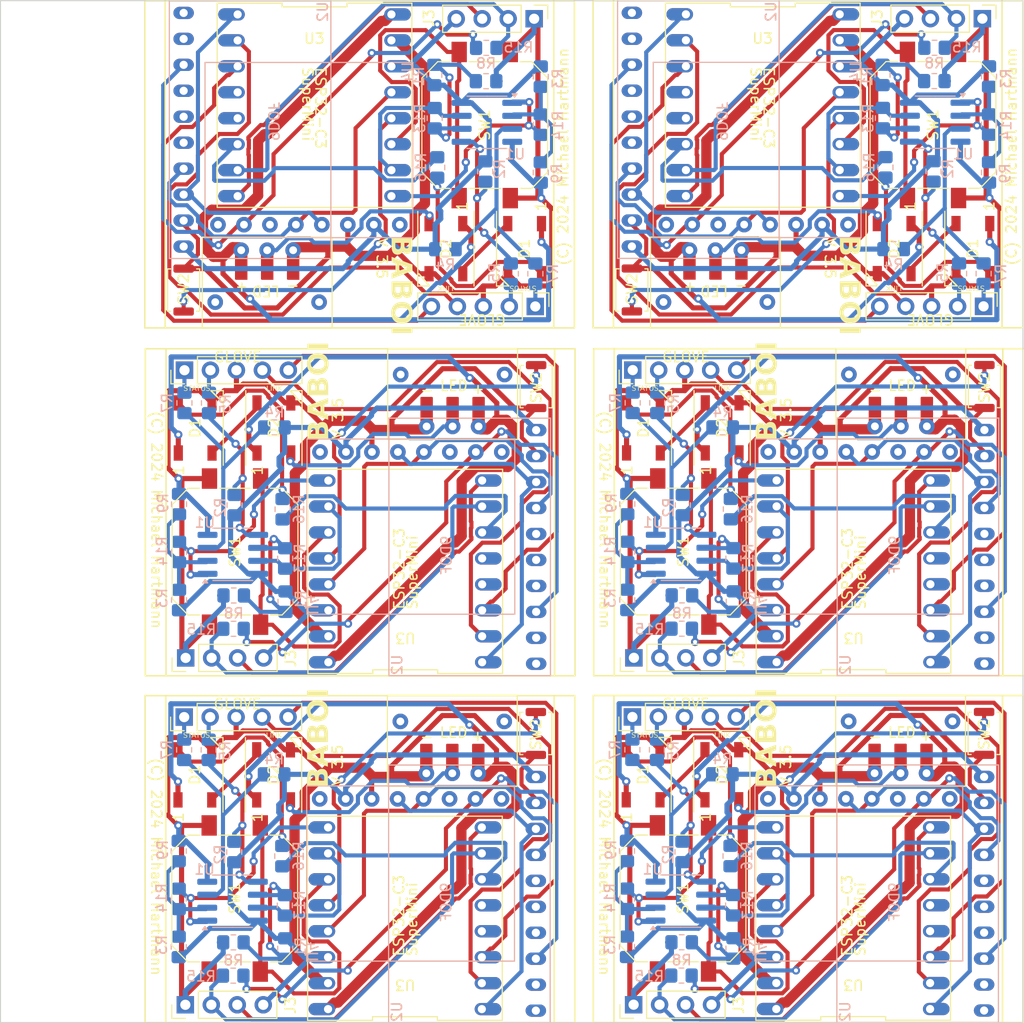
<source format=kicad_pcb>
(kicad_pcb (version 20240108) (generator "pcbnew") (generator_version "8.0")
  (layers (0 "F.Cu" signal) (31 "B.Cu" signal) (34 "B.Paste" user) (35 "F.Paste" user) (36 "B.SilkS" user "B.Silkscreen") (37 "F.SilkS" user "F.Silkscreen") (38 "B.Mask" user) (39 "F.Mask" user) (44 "Edge.Cuts" user))
  (net 0 "")
  (net 1 "/VBUS")
  (net 2 "Net-(D1-DOUT)")
  (net 3 "Net-(D1-DIN)")
  (net 4 "GND1")
  (net 5 "Net-(J4-Pin_2)")
  (net 6 "Net-(J4-Pin_1)")
  (net 7 "Net-(J3-Pin_2)")
  (net 8 "Net-(J3-Pin_3)")
  (net 9 "Net-(U1-VinB+)")
  (net 10 "Net-(D2-DOUT)")
  (net 11 "/VCC_3V3")
  (net 12 "/SPARE1")
  (net 13 "Net-(U1-VinA+)")
  (net 14 "Net-(U1-VinB-)")
  (net 15 "Net-(U1-VinA-)")
  (net 16 "/ADC1_1")
  (net 17 "/ADC1_0")
  (net 18 "Net-(U2-INT)")
  (net 19 "Net-(U3-GPIO10)")
  (net 20 "/BUTTON1")
  (net 21 "/SPARE2")
  (net 22 "/BUTTON2")
  (net 32 "/SCL")
  (net 33 "/SDA")
  (footprint "MountingHole:MountingHole_2mm" (layer "F.Cu") (at 125.111127 54.2726 180)
    (property "Reference" "H1" (hide yes))
    (property "Value" "MountingHole" (hide yes))
  )
  (footprint "Button_Switch_SMD:SW_Push_SPST_NO_Alps_SKRK" (layer "F.Cu") (at 107.911127 53.3226 90)
    (property "Reference" "SW2")
    (property "Value" "SW_DIP_x01" (hide yes))
  )
  (footprint "Connector_PinHeader_2.54mm:PinHeader_1x04_P2.54mm_Vertical" (layer "F.Cu") (at 108.078341 123.26 90)
    (property "Reference" "J3")
    (property "Value" "Conn_01x04_Pin" (hide yes))
  )
  (footprint "MountingHole:MountingHole_2mm" (layer "F.Cu") (at 169 95.75)
    (property "Reference" "H1" (hide yes))
    (property "Value" "MountingHole" (hide yes))
  )
  (footprint "midi_arm:LED_conn" (layer "F.Cu") (at 170.41 100.6 90)
    (property "Reference" "J2" (hide yes))
    (property "Value" "Conn_01x03_Pin" (hide yes))
  )
  (footprint "LED_SMD:LED_WS2812B_PLCC4_5.0x5.0mm_P3.2mm" (layer "F.Cu") (at 141.261127 49.2726 -90)
    (property "Reference" "D1")
    (property "Value" "WS2812B" (hide yes))
  )
  (footprint "Connector_PinHeader_2.54mm:PinHeader_1x05_P2.54mm_Vertical" (layer "F.Cu") (at 107.993741 61.163786 90)
    (property "Reference" "J4" (hide yes))
    (property "Value" "Conn_01x05_Pin" (hide yes))
  )
  (footprint "MountingHole:MountingHole_2mm" (layer "F.Cu") (at 169.03 61.806186)
    (property "Reference" "H1" (hide yes))
    (property "Value" "MountingHole" (hide yes))
  )
  (footprint "Connector_PinHeader_2.54mm:PinHeader_1x05_P2.54mm_Vertical" (layer "F.Cu") (at 186.147386 54.915 -90)
    (property "Reference" "J4" (hide yes))
    (property "Value" "Conn_01x05_Pin" (hide yes))
  )
  (footprint "midi_arm:SW_Push_SMD" (layer "F.Cu") (at 112.938341 78.916186 -90)
    (property "Reference" "SW1")
    (property "Value" "SW_MEC_5E" (hide yes))
  )
  (footprint "midi_arm:LED_conn" (layer "F.Cu") (at 126.598341 66.666186 90)
    (property "Reference" "J2" (hide yes))
    (property "Value" "Conn_01x03_Pin" (hide yes))
  )
  (footprint "LED_SMD:LED_WS2812B_PLCC4_5.0x5.0mm_P3.2mm" (layer "F.Cu") (at 109.038341 66.816186 90)
    (property "Reference" "D1")
    (property "Value" "WS2812B" (hide yes))
  )
  (footprint "midi_arm:LED_conn" (layer "F.Cu") (at 167.542786 49.4126 -90)
    (property "Reference" "J2" (hide yes))
    (property "Value" "Conn_01x03_Pin" (hide yes))
  )
  (footprint "MountingHole:MountingHole_2mm" (layer "F.Cu") (at 125.188341 61.816186)
    (property "Reference" "H1" (hide yes))
    (property "Value" "MountingHole" (hide yes))
  )
  (footprint "midi_arm:ESP32-C3_SuperMini" (layer "F.Cu") (at 129.555341 114.7926 90)
    (property "Reference" "U3")
    (property "Value" "~" (hide yes))
  )
  (footprint "Connector_PinHeader_2.54mm:PinHeader_1x04_P2.54mm_Vertical" (layer "F.Cu") (at 151.92 123.25 90)
    (property "Reference" "J3")
    (property "Value" "Conn_01x04_Pin" (hide yes))
  )
  (footprint "LED_SMD:LED_WS2812B_PLCC4_5.0x5.0mm_P3.2mm" (layer "F.Cu") (at 152.88 66.806186 90)
    (property "Reference" "D1")
    (property "Value" "WS2812B" (hide yes))
  )
  (footprint "midi_arm:ESP32-C3_SuperMini" (layer "F.Cu") (at 129.585341 80.848786 90)
    (property "Reference" "U3")
    (property "Value" "~" (hide yes))
  )
  (footprint "MountingHole:MountingHole_2mm" (layer "F.Cu") (at 125.158341 95.76)
    (property "Reference" "H1" (hide yes))
    (property "Value" "MountingHole" (hide yes))
  )
  (footprint "LED_SMD:LED_WS2812B_PLCC4_5.0x5.0mm_P3.2mm" (layer "F.Cu") (at 160.55 100.75 90)
    (property "Reference" "D2")
    (property "Value" "WS2812B" (hide yes))
  )
  (footprint "Connector_PinHeader_2.54mm:PinHeader_1x04_P2.54mm_Vertical" (layer "F.Cu") (at 151.95 89.306186 90)
    (property "Reference" "J3")
    (property "Value" "Conn_01x04_Pin" (hide yes))
  )
  (footprint "midi_arm:LED_conn" (layer "F.Cu") (at 123.701127 49.4226 -90)
    (property "Reference" "J2" (hide yes))
    (property "Value" "Conn_01x03_Pin" (hide yes))
  )
  (footprint "LED_SMD:LED_WS2812B_PLCC4_5.0x5.0mm_P3.2mm" (layer "F.Cu") (at 185.102786 49.2626 -90)
    (property "Reference" "D1")
    (property "Value" "WS2812B" (hide yes))
  )
  (footprint "Button_Switch_SMD:SW_Push_SPST_NO_Alps_SKRK" (layer "F.Cu") (at 142.388341 62.766186 -90)
    (property "Reference" "SW2")
    (property "Value" "SW_DIP_x01" (hide yes))
  )
  (footprint "midi_arm:ESP32-C3_SuperMini" (layer "F.Cu") (at 173.397 114.7826 90)
    (property "Reference" "U3")
    (property "Value" "~" (hide yes))
  )
  (footprint "Connector_PinHeader_2.54mm:PinHeader_1x05_P2.54mm_Vertical" (layer "F.Cu") (at 142.305727 54.925 -90)
    (property "Reference" "J4" (hide yes))
    (property "Value" "Conn_01x05_Pin" (hide yes))
  )
  (footprint "midi_arm:SW_Push_SMD" (layer "F.Cu") (at 156.78 78.906186 -90)
    (property "Reference" "SW1")
    (property "Value" "SW_MEC_5E" (hide yes))
  )
  (footprint "LED_SMD:LED_WS2812B_PLCC4_5.0x5.0mm_P3.2mm" (layer "F.Cu") (at 152.85 100.75 90)
    (property "Reference" "D1")
    (property "Value" "WS2812B" (hide yes))
  )
  (footprint "LED_SMD:LED_WS2812B_PLCC4_5.0x5.0mm_P3.2mm" (layer "F.Cu") (at 109.008341 100.76 90)
    (property "Reference" "D1")
    (property "Value" "WS2812B" (hide yes))
  )
  (footprint "Button_Switch_SMD:SW_Push_SPST_NO_Alps_SKRK" (layer "F.Cu") (at 186.2 96.7 -90)
    (property "Reference" "SW2")
    (property "Value" "SW_DIP_x01" (hide yes))
  )
  (footprint "Button_Switch_SMD:SW_Push_SPST_NO_Alps_SKRK" (layer "F.Cu") (at 142.358341 96.71 -90)
    (property "Reference" "SW2")
    (property "Value" "SW_DIP_x01" (hide yes))
  )
  (footprint "LED_SMD:LED_WS2812B_PLCC4_5.0x5.0mm_P3.2mm" (layer "F.Cu") (at 116.738341 66.816186 90)
    (property "Reference" "D2")
    (property "Value" "WS2812B" (hide yes))
  )
  (footprint "Connector_PinHeader_2.54mm:PinHeader_1x04_P2.54mm_Vertical" (layer "F.Cu") (at 108.108341 89.316186 90)
    (property "Reference" "J3")
    (property "Value" "Conn_01x04_Pin" (hide yes))
  )
  (footprint "midi_arm:SW_Push_SMD" (layer "F.Cu") (at 112.908341 112.86 -90)
    (property "Reference" "SW1")
    (property "Value" "SW_MEC_5E" (hide yes))
  )
  (footprint "midi_arm:LED_conn" (layer "F.Cu") (at 126.568341 100.61 90)
    (property "Reference" "J2" (hide yes))
    (property "Value" "Conn_01x03_Pin" (hide yes))
  )
  (footprint "midi_arm:ESP32-C3_SuperMini" (layer "F.Cu") (at 120.714127 35.24 -90)
    (property "Reference" "U3")
    (property "Value" "~" (hide yes))
  )
  (footprint "midi_arm:LED_conn" (layer "F.Cu") (at 170.44 66.656186 90)
    (property "Reference" "J2" (hide yes))
    (property "Value" "Conn_01x03_Pin" (hide yes))
  )
  (footprint "Connector_PinHeader_2.54mm:PinHeader_1x04_P2.54mm_Vertical" (layer "F.Cu") (at 186.032786 26.7626 -90)
    (property "Reference" "J3")
    (property "Value" "Conn_01x04_Pin" (hide yes))
  )
  (footprint "Connector_PinHeader_2.54mm:PinHeader_1x04_P2.54mm_Vertical" (layer "F.Cu") (at 142.191127 26.7726 -90)
    (property "Reference" "J3")
    (property "Value" "Conn_01x04_Pin" (hide yes))
  )
  (footprint "Button_Switch_SMD:SW_Push_SPST_NO_Alps_SKRK" (layer "F.Cu") (at 151.752786 53.3126 90)
    (property "Reference" "SW2")
    (property "Value" "SW_DIP_x01" (hide yes))
  )
  (footprint "midi_arm:SW_Push_SMD" (layer "F.Cu") (at 181.202786 37.1626 90)
    (property "Reference" "SW1")
    (property "Value" "SW_MEC_5E" (hide yes))
  )
  (footprint "midi_arm:ESP32-C3_SuperMini" (layer "F.Cu") (at 173.427 80.838786 90)
    (property "Reference" "U3")
    (property "Value" "~" (hide yes))
  )
  (footprint "midi_arm:SW_Push_SMD" (layer "F.Cu") (at 156.75 112.85 -90)
    (property "Reference" "SW1")
    (property "Value" "SW_MEC_5E" (hide yes))
  )
  (footprint "midi_arm:SW_Push_SMD" (layer "F.Cu") (at 137.361127 37.1726 90)
    (property "Reference" "SW1")
    (property "Value" "SW_MEC_5E" (hide yes))
  )
  (footprint "LED_SMD:LED_WS2812B_PLCC4_5.0x5.0mm_P3.2mm" (layer "F.Cu") (at 160.58 66.806186 90)
    (property "Reference" "D2")
    (property "Value" "WS2812B" (hide yes))
  )
  (footprint "MountingHole:MountingHole_2mm" (layer "F.Cu") (at 168.952786 54.2626 180)
    (property "Reference" "H1" (hide yes))
    (property "Value" "MountingHole" (hide yes))
  )
  (footprint "LED_SMD:LED_WS2812B_PLCC4_5.0x5.0mm_P3.2mm" (layer "F.Cu") (at 116.708341 100.76 90)
    (property "Reference" "D2")
    (property "Value" "WS2812B" (hide yes))
  )
  (footprint "Connector_PinHeader_2.54mm:PinHeader_1x05_P2.54mm_Vertical" (layer "F.Cu") (at 107.963741 95.1076 90)
    (property "Reference" "J4" (hide yes))
    (property "Value" "Conn_01x05_Pin" (hide yes))
  )
  (footprint "LED_SMD:LED_WS2812B_PLCC4_5.0x5.0mm_P3.2mm" (layer "F.Cu") (at 133.561127 49.2726 -90)
    (property "Reference" "D2")
    (property "Value" "WS2812B" (hide yes))
  )
  (footprint "Connector_PinHeader_2.54mm:PinHeader_1x05_P2.54mm_Vertical" (layer "F.Cu") (at 151.8354 61.153786 90)
    (property "Reference" "J4" (hide yes))
    (property "Value" "Conn_01x05_Pin" (hide yes))
  )
  (footprint "Connector_PinHeader_2.54mm:PinHeader_1x05_P2.54mm_Vertical" (layer "F.Cu") (at 151.8054 95.0976 90)
    (property "Reference" "J4" (hide yes))
    (property "Value" "Conn_01x05_Pin" (hide yes))
  )
  (footprint "LED_SMD:LED_WS2812B_PLCC4_5.0x5.0mm_P3.2mm" (layer "F.Cu") (at 177.402786 49.2626 -90)
    (property "Reference" "D2")
    (property "Value" "WS2812B" (hide yes))
  )
  (footprint "midi_arm:ESP32-C3_SuperMini" (layer "F.Cu") (at 164.555786 35.23 -90)
    (property "Reference" "U3")
    (property "Value" "~" (hide yes))
  )
  (footprint "Button_Switch_SMD:SW_Push_SPST_NO_Alps_SKRK" (layer "F.Cu") (at 186.23 62.756186 -90)
    (property "Reference" "SW2")
    (property "Value" "SW_DIP_x01" (hide yes))
  )
  (footprint "Resistor_SMD:R_0805_2012Metric_Pad1.20x1.40mm_HandSolder" (layer "B.Cu") (at 132.711127 41.3226 -90)
    (property "Reference" "R16")
    (property "Value" "24K" (hide yes))
  )
  (footprint "Resistor_SMD:R_0805_2012Metric_Pad1.20x1.40mm_HandSolder" (layer "B.Cu") (at 151.272 108.204 90)
    (property "Reference" "R9")
    (property "Value" "33K" (hide yes))
  )
  (footprint "Resistor_SMD:R_0805_2012Metric_Pad1.20x1.40mm_HandSolder" (layer "B.Cu") (at 117.844341 117.755 -90)
    (property "Reference" "R1")
    (property "Value" "33K" (hide yes))
  )
  (footprint "Resistor_SMD:R_0805_2012Metric_Pad1.20x1.40mm_HandSolder" (layer "B.Cu") (at 156.65 83.196186 180)
    (property "Reference" "R8")
    (property "Value" "33K" (hide yes))
  )
  (footprint "Resistor_SMD:R_0805_2012Metric_Pad1.20x1.40mm_HandSolder" (layer "B.Cu") (at 117.874341 83.811186 -90)
    (property "Reference" "R1")
    (property "Value" "33K" (hide yes))
  )
  (footprint "Resistor_SMD:R_0805_2012Metric_Pad1.20x1.40mm_HandSolder" (layer "B.Cu") (at 142.839127 37.1356 -90)
    (property "Reference" "R14")
    (property "Value" "51K" (hide yes))
  )
  (footprint "Resistor_SMD:R_0805_2012Metric_Pad1.20x1.40mm_HandSolder" (layer "B.Cu") (at 110.358341 98.31 -90)
    (property "Reference" "R5")
    (property "Value" "10K" (hide yes))
  )
  (footprint "Resistor_SMD:R_0805_2012Metric_Pad1.20x1.40mm_HandSolder" (layer "B.Cu") (at 112.808341 83.206186 180)
    (property "Reference" "R8")
    (property "Value" "33K" (hide yes))
  )
  (footprint "Package_SO:SOIC-8_3.9x4.9mm_P1.27mm" (layer "B.Cu") (at 156.535 113.115)
    (property "Reference" "U1")
    (property "Value" "~")
  )
  (footprint "Resistor_SMD:R_0805_2012Metric_Pad1.20x1.40mm_HandSolder" (layer "B.Cu") (at 186.680786 41.8086 -90)
    (property "Reference" "R9")
    (property "Value" "33K" (hide yes))
  )
  (footprint "Resistor_SMD:R_0805_2012Metric_Pad1.20x1.40mm_HandSolder" (layer "B.Cu") (at 183.752786 51.7126 90)
    (property "Reference" "R5")
    (property "Value" "10K" (hide yes))
  )
  (footprint "midi_arm:GY-85" (layer "B.Cu") (at 116.138341 103.11 -90)
    (property "Reference" "U4")
    (property "Value" "~" (hide yes))
  )
  (footprint "Resistor_SMD:R_0805_2012Metric_Pad1.20x1.40mm_HandSolder" (layer "B.Cu") (at 161.686 117.745 -90)
    (property "Reference" "R1")
    (property "Value" "33K" (hide yes))
  )
  (footprint "Resistor_SMD:R_0805_2012Metric_Pad1.20x1.40mm_HandSolder" (layer "B.Cu") (at 107.988341 64.366186 -90)
    (property "Reference" "R7")
    (property "Value" "10K" (hide yes))
  )
  (footprint "Resistor_SMD:R_0805_2012Metric_Pad1.20x1.40mm_HandSolder" (layer "B.Cu") (at 160.6 100.7 180)
    (property "Reference" "R4")
    (property "Value" "33K" (hide yes))
  )
  (footprint "Resistor_SMD:R_0805_2012Metric_Pad1.20x1.40mm_HandSolder" (layer "B.Cu") (at 151.272 117.586 90)
    (property "Reference" "R3")
    (property "Value" "33K" (hide yes))
  )
  (footprint "Resistor_SMD:R_0805_2012Metric_Pad1.20x1.40mm_HandSolder" (layer "B.Cu") (at 107.460341 74.270186 90)
    (property "Reference" "R9")
    (property "Value" "33K" (hide yes))
  )
  (footprint "Resistor_SMD:R_0805_2012Metric_Pad1.20x1.40mm_HandSolder" (layer "B.Cu") (at 151.272 112.887 90)
    (property "Reference" "R14")
    (property "Value" "51K" (hide yes))
  )
  (footprint "Resistor_SMD:R_0805_2012Metric_Pad1.20x1.40mm_HandSolder" (layer "B.Cu") (at 151.302 83.642186 90)
    (property "Reference" "R3")
    (property "Value" "33K" (hide yes))
  )
  (footprint "Package_SO:SOIC-8_3.9x4.9mm_P1.27mm" (layer "B.Cu") (at 112.723341 79.181186)
    (property "Reference" "U1")
    (property "Value" "~")
  )
  (footprint "Resistor_SMD:R_0805_2012Metric_Pad1.20x1.40mm_HandSolder" (layer "B.Cu") (at 112.788341 86.466186)
    (property "Reference" "R15")
    (property "Value" "0k" (hide yes))
  )
  (footprint "Package_SO:SOIC-8_3.9x4.9mm_P1.27mm" (layer "B.Cu") (at 156.565 79.171186)
    (property "Reference" "U1")
    (property "Value" "~")
  )
  (footprint "Resistor_SMD:R_0805_2012Metric_Pad1.20x1.40mm_HandSolder" (layer "B.Cu") (at 142.839127 41.8186 -90)
    (property "Reference" "R9")
    (property "Value" "33K" (hide yes))
  )
  (footprint "midi_arm:9250_MOD" (layer "B.Cu") (at 142.388341 78.456186 -90)
    (property "Reference" "U2")
    (property "Value" "~")
  )
  (footprint "Resistor_SMD:R_0805_2012Metric_Pad1.20x1.40mm_HandSolder" (layer "B.Cu") (at 110.388341 64.366186 -90)
    (property "Reference" "R5")
    (property "Value" "10K" (hide yes))
  )
  (footprint "Resistor_SMD:R_0805_2012Metric_Pad1.20x1.40mm_HandSolder" (layer "B.Cu") (at 137.491127 32.8826)
    (property "Reference" "R8")
    (property "Value" "33K" (hide yes))
  )
  (footprint "Resistor_SMD:R_0805_2012Metric_Pad1.20x1.40mm_HandSolder" (layer "B.Cu") (at 142.839127 32.4366 -90)
    (property "Reference" "R3")
    (property "Value" "33K" (hide yes))
  )
  (footprint "Resistor_SMD:R_0805_2012Metric_Pad1.20x1.40mm_HandSolder" (layer "B.Cu") (at 107.460341 83.652186 90)
    (property "Reference" "R3")
    (property "Value" "33K" (hide yes))
  )
  (footprint "Resistor_SMD:R_0805_2012Metric_Pad1.20x1.40mm_HandSolder" (layer "B.Cu") (at 186.152786 51.7126 90)
    (property "Reference" "R7")
    (property "Value" "10K" (hide yes))
  )
  (footprint "Resistor_SMD:R_0805_2012Metric_Pad1.20x1.40mm_HandSolder" (layer "B.Cu") (at 176.266786 32.2676 90)
    (property "Reference" "R1")
    (property "Value" "33K" (hide yes))
  )
  (footprint "Resistor_SMD:R_0805_2012Metric_Pad1.20x1.40mm_HandSolder" (layer "B.Cu") (at 156.7 108.3 90)
    (property "Reference" "R2")
    (property "Value" "33K" (hide yes))
  )
  (footprint "Resistor_SMD:R_0805_2012Metric_Pad1.20x1.40mm_HandSolder" (layer "B.Cu") (at 186.680786 32.4266 -90)
    (property "Reference" "R3")
    (property "Value" "33K" (hide yes))
  )
  (footprint "Resistor_SMD:R_0805_2012Metric_Pad1.20x1.40mm_HandSolder" (layer "B.Cu") (at 181.252786 41.7126 -90)
    (property "Reference" "R2")
    (property "Value" "33K" (hide yes))
  )
  (footprint "Resistor_SMD:R_0805_2012Metric_Pad1.20x1.40mm_HandSolder" (layer "B.Cu") (at 116.788341 66.766186 180)
    (property "Reference" "R4")
    (property "Value" "33K" (hide yes))
  )
  (footprint "midi_arm:GY-85" (layer "B.Cu") (at 116.168341 69.166186 -90)
    (property "Reference" "U4")
    (property "Value" "~" (hide yes))
  )
  (footprint "Resistor_SMD:R_0805_2012Metric_Pad1.20x1.40mm_HandSolder" (layer "B.Cu") (at 107.460341 78.953186 90)
    (property "Reference" "R14")
    (property "Value" "51K" (hide yes))
  )
  (footprint "Package_SO:SOIC-8_3.9x4.9mm_P1.27mm" (layer "B.Cu") (at 137.576127 36.9076 180)
    (property "Reference" "U1")
    (property "Value" "~")
  )
  (footprint "Resistor_SMD:R_0805_2012Metric_Pad1.20x1.40mm_HandSolder" (layer "B.Cu") (at 117.588341 74.766186 90)
    (property "Reference" "R16")
    (property "Value" "24K" (hide yes))
  )
  (footprint "Resistor_SMD:R_0805_2012Metric_Pad1.20x1.40mm_HandSolder" (layer "B.Cu") (at 161.4 108.7 90)
    (property "Reference" "R16")
    (property "Value" "24K" (hide yes))
  )
  (footprint "Resistor_SMD:R_0805_2012Metric_Pad1.20x1.40mm_HandSolder" (layer "B.Cu") (at 160.63 66.756186 180)
    (property "Reference" "R4")
    (property "Value" "33K" (hide yes))
  )
  (footprint "Resistor_SMD:R_0805_2012Metric_Pad1.20x1.40mm_HandSolder" (layer "B.Cu") (at 107.958341 98.31 -90)
    (property "Reference" "R7")
    (property "Value" "10K" (hide yes))
  )
  (footprint "Resistor_SMD:R_0805_2012Metric_Pad1.20x1.40mm_HandSolder" (layer "B.Cu") (at 132.425127 32.2776 90)
    (property "Reference" "R1")
    (property "Value" "33K" (hide yes))
  )
  (footprint "Resistor_SMD:R_0805_2012Metric_Pad1.20x1.40mm_HandSolder" (layer "B.Cu") (at 154.2 98.3 -90)
    (property "Reference" "R5")
    (property "Value" "10K" (hide yes))
  )
  (footprint "Resistor_SMD:R_0805_2012Metric_Pad1.20x1.40mm_HandSolder" (layer "B.Cu") (at 181.332786 32.8726)
    (property "Reference" "R8")
    (property "Value" "33K" (hide yes))
  )
  (footprint "midi_arm:GY-85" (layer "B.Cu") (at 134.131127 46.9226 90)
    (property "Reference" "U4")
    (property "Value" "~" (hide yes))
  )
  (footprint "midi_arm:GY-85" (layer "B.Cu") (at 177.972786 46.9126 90)
    (property "Reference" "U4")
    (property "Value" "~" (hide yes))
  )
  (footprint "midi_arm:GY-85" (layer "B.Cu") (at 160.01 69.156186 -90)
    (property "Reference" "U4")
    (property "Value" "~" (hide yes))
  )
  (footprint "Resistor_SMD:R_0805_2012Metric_Pad1.20x1.40mm_HandSolder" (layer "B.Cu") (at 156.63 86.456186)
    (property "Reference" "R15")
    (property "Value" "0k" (hide yes))
  )
  (footprint "Resistor_SMD:R_0805_2012Metric_Pad1.20x1.40mm_HandSolder" (layer "B.Cu") (at 151.8 98.3 -90)
    (property "Reference" "R7")
    (property "Value" "10K" (hide yes))
  )
  (footprint "midi_arm:9250_MOD" (layer "B.Cu") (at 151.752786 37.6226 90)
    (property "Reference" "U2")
    (property "Value" "~")
  )
  (footprint "Resistor_SMD:R_0805_2012Metric_Pad1.20x1.40mm_HandSolder" (layer "B.Cu") (at 107.430341 112.897 90)
    (property "Reference" "R14")
    (property "Value" "51K" (hide yes))
  )
  (footprint "Resistor_SMD:R_0805_2012Metric_Pad1.20x1.40mm_HandSolder" (layer "B.Cu") (at 117.838341 79.586186 -90)
    (property "Reference" "R13")
    (property "Value" "51K" (hide yes))
  )
  (footprint "Resistor_SMD:R_0805_2012Metric_Pad1.20x1.40mm_HandSolder" (layer "B.Cu") (at 107.430341 117.596 90)
    (property "Reference" "R3")
    (property "Value" "33K" (hide yes))
  )
  (footprint "Resistor_SMD:R_0805_2012Metric_Pad1.20x1.40mm_HandSolder" (layer "B.Cu") (at 156.73 74.356186 90)
    (property "Reference" "R2")
    (property "Value" "33K" (hide yes))
  )
  (footprint "Resistor_SMD:R_0805_2012Metric_Pad1.20x1.40mm_HandSolder" (layer "B.Cu") (at 176.552786 41.3126 -90)
    (property "Reference" "R16")
    (property "Value" "24K" (hide yes))
  )
  (footprint "midi_arm:9250_MOD" (layer "B.Cu") (at 186.23 78.446186 -90)
    (property "Reference" "U2")
    (property "Value" "~")
  )
  (footprint "Resistor_SMD:R_0805_2012Metric_Pad1.20x1.40mm_HandSolder" (layer "B.Cu") (at 151.302 74.260186 90)
    (property "Reference" "R9")
    (property "Value" "33K" (hide yes))
  )
  (footprint "Resistor_SMD:R_0805_2012Metric_Pad1.20x1.40mm_HandSolder" (layer "B.Cu") (at 133.511127 49.3226)
    (property "Reference" "R4")
    (property "Value" "33K" (hide yes))
  )
  (footprint "Package_SO:SOIC-8_3.9x4.9mm_P1.27mm" (layer "B.Cu") (at 112.693341 113.125)
    (property "Reference" "U1")
    (property "Value" "~")
  )
  (footprint "Resistor_SMD:R_0805_2012Metric_Pad1.20x1.40mm_HandSolder" (layer "B.Cu") (at 117.808341 113.53 -90)
    (property "Reference" "R13")
    (property "Value" "51K" (hide yes))
  )
  (footprint "Resistor_SMD:R_0805_2012Metric_Pad1.20x1.40mm_HandSolder" (layer "B.Cu") (at 117.558341 108.71 90)
    (property "Reference" "R16")
    (property "Value" "24K" (hide yes))
  )
  (footprint "Resistor_SMD:R_0805_2012Metric_Pad1.20x1.40mm_HandSolder" (layer "B.Cu") (at 156.62 117.14 180)
    (property "Reference" "R8")
    (property "Value" "33K" (hide yes))
  )
  (footprint "Resistor_SMD:R_0805_2012Metric_Pad1.20x1.40mm_HandSolder" (layer "B.Cu") (at 142.311127 51.7226 90)
    (property "Reference" "R7")
    (property "Value" "10K" (hide yes))
  )
  (footprint "Resistor_SMD:R_0805_2012Metric_Pad1.20x1.40mm_HandSolder" (layer "B.Cu") (at 161.65 113.52 -90)
    (property "Reference" "R13")
    (property "Value" "51K" (hide yes))
  )
  (footprint "Resistor_SMD:R_0805_2012Metric_Pad1.20x1.40mm_HandSolder" (layer "B.Cu") (at 161.68 79.576186 -90)
    (property "Reference" "R13")
    (property "Value" "51K" (hide yes))
  )
  (footprint "Resistor_SMD:R_0805_2012Metric_Pad1.20x1.40mm_HandSolder" (layer "B.Cu") (at 137.411127 41.7226 -90)
    (property "Reference" "R2")
    (property "Value" "33K" (hide yes))
  )
  (footprint "midi_arm:GY-85" (layer "B.Cu") (at 159.98 103.1 -90)
    (property "Reference" "U4")
    (property "Value" "~" (hide yes))
  )
  (footprint "Resistor_SMD:R_0805_2012Metric_Pad1.20x1.40mm_HandSolder" (layer "B.Cu") (at 137.511127 29.6226 180)
    (property "Reference" "R15")
    (property "Value" "0k" (hide yes))
  )
  (footprint "Resistor_SMD:R_0805_2012Metric_Pad1.20x1.40mm_HandSolder" (layer "B.Cu") (at 151.83 64.356186 -90)
    (property "Reference" "R7")
    (property "Value" "10K" (hide yes))
  )
  (footprint "midi_arm:9250_MOD" (layer "B.Cu") (at 107.911127 37.6326 90)
    (property "Reference" "U2")
    (property "Value" "~")
  )
  (footprint "midi_arm:9250_MOD" (layer "B.Cu") (at 186.2 112.39 -90)
    (property "Reference" "U2")
    (property "Value" "~")
  )
  (footprint "Resistor_SMD:R_0805_2012Metric_Pad1.20x1.40mm_HandSolder" (layer "B.Cu") (at 112.888341 74.366186 90)
    (property "Reference" "R2")
    (property "Value" "33K" (hide yes))
  )
  (footprint "Resistor_SMD:R_0805_2012Metric_Pad1.20x1.40mm_HandSolder" (layer "B.Cu") (at 151.302 78.943186 90)
    (property "Reference" "R14")
    (property "Value" "51K" (hide yes))
  )
  (footprint "Resistor_SMD:R_0805_2012Metric_Pad1.20x1.40mm_HandSolder" (layer "B.Cu") (at 186.680786 37.1256 -90)
    (property "Reference" "R14")
    (property "Value" "51K" (hide yes))
  )
  (footprint "Resistor_SMD:R_0805_2012Metric_Pad1.20x1.40mm_HandSolder" (layer "B.Cu") (at 161.43 74.756186 90)
    (property "Reference" "R16")
    (property "Value" "24K" (hide yes))
  )
  (footprint "Resistor_SMD:R_0805_2012Metric_Pad1.20x1.40mm_HandSolder" (layer "B.Cu") (at 112.778341 117.15 180)
    (property "Reference" "R8")
    (property "Value" "33K" (hide yes))
  )
  (footprint "Resistor_SMD:R_0805_2012Metric_Pad1.20x1.40mm_HandSolder" (layer "B.Cu") (at 181.352786 29.6126 180)
    (property "Reference" "R15")
    (property "Value" "0k" (hide yes))
  )
  (footprint "Resistor_SMD:R_0805_2012Metric_Pad1.20x1.40mm_HandSolder" (layer "B.Cu") (at 132.461127 36.5026 90)
    (property "Reference" "R13")
    (property "Value" "51K" (hide yes))
  )
  (footprint "Resistor_SMD:R_0805_2012Metric_Pad1.20x1.40mm_HandSolder" (layer "B.Cu") (at 161.716 83.801186 -90)
    (property "Reference" "R1")
    (property "Value" "33K" (hide yes))
  )
  (footprint "Resistor_SMD:R_0805_2012Metric_Pad1.20x1.40mm_HandSolder" (layer "B.Cu") (at 176.302786 36.4926 90)
    (property "Reference" "R13")
    (property "Value" "51K" (hide yes))
  )
  (footprint "Resistor_SMD:R_0805_2012Metric_Pad1.20x1.40mm_HandSolder" (layer "B.Cu") (at 154.23 64.356186 -90)
    (property "Reference" "R5")
    (property "Value" "10K" (hide yes))
  )
  (footprint "Resistor_SMD:R_0805_2012Metric_Pad1.20x1.40mm_HandSolder" (layer "B.Cu") (at 112.858341 108.31 90)
    (property "Reference" "R2")
    (property "Value" "33K" (hide yes))
  )
  (footprint "Resistor_SMD:R_0805_2012Metric_Pad1.20x1.40mm_HandSolder" (layer "B.Cu") (at 112.758341 120.41)
    (property "Reference" "R15")
    (property "Value" "0k" (hide yes))
  )
  (footprint "Resistor_SMD:R_0805_2012Metric_Pad1.20x1.40mm_HandSolder" (layer "B.Cu") (at 107.430341 108.214 90)
    (property "Reference" "R9")
    (property "Value" "33K" (hide yes))
  )
  (footprint "Package_SO:SOIC-8_3.9x4.9mm_P1.27mm" (layer "B.Cu") (at 181.417786 36.8976 180)
    (property "Reference" "U1")
    (property "Value" "~")
  )
  (footprint "Resistor_SMD:R_0805_2012Metric_Pad1.20x1.40mm_HandSolder" (layer "B.Cu") (at 116.758341 100.71 180)
    (property "Reference" "R4")
    (property "Value" "33K" (hide yes))
  )
  (footprint "Resistor_SMD:R_0805_2012Metric_Pad1.20x1.40mm_HandSolder" (layer "B.Cu") (at 177.352786 49.3126)
    (property "Reference" "R4")
    (property "Value" "33K" (hide yes))
  )
  (footprint "Resistor_SMD:R_0805_2012Metric_Pad1.20x1.40mm_HandSolder" (layer "B.Cu") (at 156.6 120.4)
    (property "Reference" "R15")
    (property "Value" "0k" (hide yes))
  )
  (footprint "midi_arm:9250_MOD" (layer "B.Cu") (at 142.358341 112.4 -90)
    (property "Reference" "U2")
    (property "Value" "~")
  )
  (footprint "Resistor_SMD:R_0805_2012Metric_Pad1.20x1.40mm_HandSolder" (layer "B.Cu") (at 139.911127 51.7226 90)
    (property "Reference" "R5")
    (property "Value" "10K" (hide yes))
  )
  (gr_line (start 146.12922 57.0226) (end 146.12922 25.0226) (stroke (width 0.15)) (layer "F.SilkS"))
  (gr_line (start 189.970879 25.0126) (end 147.952786 25.0126) (stroke (width 0.15)) (layer "F.SilkS"))
  (gr_line (start 147.952786 25.0126) (end 147.952786 57.0126) (stroke (width 0.15)) (layer "F.SilkS"))
  (gr_line (start 148.011907 91.056186) (end 190.03 91.056186) (stroke (width 0.15)) (layer "F.SilkS"))
  (gr_line (start 111.658341 98.21) (end 110.555341 97.11) (stroke (width 0.15)) (layer "F.SilkS"))
  (gr_line (start 138.611127 51.8226) (end 139.714127 52.9226) (stroke (width 0.15)) (layer "F.SilkS"))
  (gr_line (start 144.158341 93.01) (end 144.158341 125.01) (stroke (width 0.15)) (layer "F.SilkS"))
  (gr_line (start 104.170248 91.066186) (end 146.188341 91.066186) (stroke (width 0.15)) (layer "F.SilkS"))
  (gr_line (start 190 93) (end 147.981907 93) (stroke (width 0.15)) (layer "F.SilkS"))
  (gr_line (start 147.952786 57.0126) (end 189.970879 57.0126) (stroke (width 0.15)) (layer "F.SilkS"))
  (gr_line (start 146.188341 59.066186) (end 104.170248 59.066186) (stroke (width 0.15)) (layer "F.SilkS"))
  (gr_line (start 155.5 98.2) (end 154.397 97.1) (stroke (width 0.15)) (layer "F.SilkS"))
  (gr_line (start 106.158341 93.01) (end 106.158341 125.01) (stroke (width 0.15)) (layer "F.SilkS"))
  (gr_line (start 146.158341 125.01) (end 146.158341 93.01) (stroke (width 0.15)) (layer "F.SilkS"))
  (gr_line (start 155.53 64.256186) (end 154.427 63.156186) (stroke (width 0.15)) (layer "F.SilkS"))
  (gr_line (start 163.2 98.3) (end 162.142 97.098) (stroke (width 0.15)) (layer "F.SilkS"))
  (gr_line (start 104.170248 59.066186) (end 104.170248 91.066186) (stroke (width 0.15)) (layer "F.SilkS"))
  (gr_line (start 182.452786 51.8126) (end 183.555786 52.9126) (stroke (width 0.15)) (layer "F.SilkS"))
  (gr_line (start 104.140248 93.01) (end 104.140248 125.01) (stroke (width 0.15)) (layer "F.SilkS"))
  (gr_line (start 190 125) (end 190 93) (stroke (width 0.15)) (layer "F.SilkS"))
  (gr_line (start 188.03 59.056186) (end 188.03 91.056186) (stroke (width 0.15)) (layer "F.SilkS"))
  (gr_line (start 190.03 59.056186) (end 148.011907 59.056186) (stroke (width 0.15)) (layer "F.SilkS"))
  (gr_line (start 106.188341 59.066186) (end 106.188341 91.066186) (stroke (width 0.15)) (layer "F.SilkS"))
  (gr_line (start 146.158341 93.01) (end 104.140248 93.01) (stroke (width 0.15)) (layer "F.SilkS"))
  (gr_line (start 149.952786 57.0126) (end 149.952786 25.0126) (stroke (width 0.15)) (layer "F.SilkS"))
  (gr_line (start 104.140248 125.01) (end 146.158341 125.01) (stroke (width 0.15)) (layer "F.SilkS"))
  (gr_line (start 106.111127 57.0226) (end 106.111127 25.0226) (stroke (width 0.15)) (layer "F.SilkS"))
  (gr_line (start 119.358341 98.31) (end 118.300341 97.108) (stroke (width 0.15)) (layer "F.SilkS"))
  (gr_line (start 144.111127 57.0226) (end 144.111127 25.0226) (stroke (width 0.15)) (layer "F.SilkS"))
  (gr_line (start 147.981907 125) (end 190 125) (stroke (width 0.15)) (layer "F.SilkS"))
  (gr_line (start 163.23 64.356186) (end 162.172 63.154186) (stroke (width 0.15)) (layer "F.SilkS"))
  (gr_line (start 150.03 59.056186) (end 150.03 91.056186) (stroke (width 0.15)) (layer "F.SilkS"))
  (gr_line (start 119.388341 64.366186) (end 118.330341 63.164186) (stroke (width 0.15)) (layer "F.SilkS"))
  (gr_line (start 174.752786 51.7126) (end 175.810786 52.9146) (stroke (width 0.15)) (layer "F.SilkS"))
  (gr_line (start 190.03 91.056186) (end 190.03 59.056186) (stroke (width 0.15)) (layer "F.SilkS"))
  (gr_line (start 104.111127 25.0226) (end 104.111127 57.0226) (stroke (width 0.15)) (layer "F.SilkS"))
  (gr_line (start 130.911127 51.7226) (end 131.969127 52.9246) (stroke (width 0.15)) (layer "F.SilkS"))
  (gr_line (start 189.970879 57.0126) (end 189.970879 25.0126) (stroke (width 0.15)) (layer "F.SilkS"))
  (gr_line (start 150 93) (end 150 125) (stroke (width 0.15)) (layer "F.SilkS"))
  (gr_line (start 146.12922 25.0226) (end 104.111127 25.0226) (stroke (width 0.15)) (layer "F.SilkS"))
  (gr_line (start 187.952786 57.0126) (end 187.952786 25.0126) (stroke (width 0.15)) (layer "F.SilkS"))
  (gr_line (start 147.981907 93) (end 147.981907 125) (stroke (width 0.15)) (layer "F.SilkS"))
  (gr_line (start 111.688341 64.266186) (end 110.585341 63.166186) (stroke (width 0.15)) (layer "F.SilkS"))
  (gr_line (start 144.188341 59.066186) (end 144.188341 91.066186) (stroke (width 0.15)) (layer "F.SilkS"))
  (gr_line (start 148.011907 59.056186) (end 148.011907 91.056186) (stroke (width 0.15)) (layer "F.SilkS"))
  (gr_line (start 188 93) (end 188 125) (stroke (width 0.15)) (layer "F.SilkS"))
  (gr_line (start 104.111127 57.0226) (end 146.12922 57.0226) (stroke (width 0.15)) (layer "F.SilkS"))
  (gr_line (start 146.188341 91.066186) (end 146.188341 59.066186) (stroke (width 0.15)) (layer "F.SilkS"))
  (gr_rect (start 90 25) (end 190 125) (stroke (width 0.1)) (fill none) (layer "Edge.Cuts"))
  (gr_text "-" (at 119.311127 52.4226 180) (layer "F.SilkS") (effects (font (size 1 1)) (justify left bottom)))
  (gr_text "STATUS" (at 107.858341 97.21 0) (layer "F.SilkS") (effects (font (size 0.5 0.5) (thickness 0.125)) (justify left bottom)))
  (gr_text "+" (at 114.311127 52.5226 180) (layer "F.SilkS") (effects (font (size 1 1)) (justify left bottom)))
  (gr_text "LINK" (at 159.8 97.2 0) (layer "F.SilkS") (effects (font (size 0.5 0.5) (thickness 0.125)) (justify left bottom)))
  (gr_text "LINK" (at 115.988341 63.266186 0) (layer "F.SilkS") (effects (font (size 0.5 0.5) (thickness 0.125)) (justify left bottom)))
  (gr_text "GLOVE" (at 110.758341 94.41 0) (layer "F.SilkS") (effects (font (size 1 1)) (justify left bottom)))
  (gr_text "GLOVE" (at 154.63 60.456186 0) (layer "F.SilkS") (effects (font (size 1 1)) (justify left bottom)))
  (gr_text "STATUS" (at 151.7 97.2 0) (layer "F.SilkS") (effects (font (size 0.5 0.5) (thickness 0.125)) (justify left bottom)))
  (gr_text "LINK" (at 134.311127 52.8226 180) (layer "F.SilkS") (effects (font (size 0.5 0.5) (thickness 0.125)) (justify left bottom)))
  (gr_text "-" (at 174.8 97.6 -0) (layer "F.SilkS") (effects (font (size 1 1)) (justify left bottom)))
  (gr_text "LED" (at 117.411127 52.8226 180) (layer "F.SilkS") (effects (font (size 1 1)) (justify left bottom)))
  (gr_text "LINK" (at 115.958341 97.21 0) (layer "F.SilkS") (effects (font (size 0.5 0.5) (thickness 0.125)) (justify left bottom)))
  (gr_text "V 3.5" (at 167.4 101.9 90) (layer "F.SilkS") (effects (font (size 1 1)) (justify left bottom)))
  (gr_text "BABOI" (at 166.23 68.156186 90) (layer "F.SilkS") (effects (font (size 2 2) (thickness 0.25) (bold yes)) (justify left bottom)))
  (gr_text "GLOVE" (at 139.511127 55.6226 180) (layer "F.SilkS") (effects (font (size 1 1)) (justify left bottom)))
  (gr_text "V 3.5" (at 170.552786 48.1126 -90) (layer "F.SilkS") (effects (font (size 1 1)) (justify left bottom)))
  (gr_text "STATUS" (at 186.252786 52.8126 180) (layer "F.SilkS") (effects (font (size 0.5 0.5) (thickness 0.125)) (justify left bottom)))
  (gr_text "GLOVE" (at 110.788341 60.466186 0) (layer "F.SilkS") (effects (font (size 1 1)) (justify left bottom)))
  (gr_text "GLOVE" (at 183.352786 55.6126 180) (layer "F.SilkS") (effects (font (size 1 1)) (justify left bottom)))
  (gr_text "LED" (at 176.73 63.256186 0) (layer "F.SilkS") (effects (font (size 1 1)) (justify left bottom)))
  (gr_text "LED" (at 132.888341 63.266186 0) (layer "F.SilkS") (effects (font (size 1 1)) (justify left bottom)))
  (gr_text "BABOI" (at 127.911127 47.9226 -90) (layer "F.SilkS") (effects (font (size 2 2) (thickness 0.25) (bold yes)) (justify left bottom)))
  (gr_text "V 3.5" (at 123.588341 67.966186 90) (layer "F.SilkS") (effects (font (size 1 1)) (justify left bottom)))
  (gr_text "+" (at 135.988341 63.566186 0) (layer "F.SilkS") (effects (font (size 1 1)) (justify left bottom)))
  (gr_text "-" (at 130.988341 63.666186 -0) (layer "F.SilkS") (effects (font (size 1 1)) (justify left bottom)))
  (gr_text "-" (at 174.83 63.656186 -0) (layer "F.SilkS") (effects (font (size 1 1)) (justify left bottom)))
  (gr_text "V 3.5" (at 126.711127 48.1226 -90) (layer "F.SilkS") (effects (font (size 1 1)) (justify left bottom)))
  (gr_text "+" (at 158.152786 52.5126 180) (layer "F.SilkS") (effects (font (size 1 1)) (justify left bottom)))
  (gr_text "BABOI" (at 166.2 102.1 90) (layer "F.SilkS") (effects (font (size 2 2) (thickness 0.25) (bold yes)) (justify left bottom)))
  (gr_text "STATUS" (at 107.888341 63.266186 0) (layer "F.SilkS") (effects (font (size 0.5 0.5) (thickness 0.125)) (justify left bottom)))
  (gr_text "BABOI" (at 171.752786 47.9126 -90) (layer "F.SilkS") (effects (font (size 2 2) (thickness 0.25) (bold yes)) (justify left bottom)))
  (gr_text "(C) 2024 Michael Hartmann" (at 148.5 99 -90) (layer "F.SilkS") (effects (font (size 1 1)) (justify left bottom)))
  (gr_text "-" (at 163.152786 52.4126 180) (layer "F.SilkS") (effects (font (size 1 1)) (justify left bottom)))
  (gr_text "LED" (at 176.7 97.2 0) (layer "F.SilkS") (effects (font (size 1 1)) (justify left bottom)))
  (gr_text "V 3.5" (at 167.43 67.956186 90) (layer "F.SilkS") (effects (font (size 1 1)) (justify left bottom)))
  (gr_text "+" (at 179.83 63.556186 0) (layer "F.SilkS") (effects (font (size 1 1)) (justify left bottom)))
  (gr_text "(C) 2024 Michael Hartmann" (at 189.452786 51.0126 90) (layer "F.SilkS") (effects (font (size 1 1)) (justify left bottom)))
  (gr_text "V 3.5" (at 123.558341 101.91 90) (layer "F.SilkS") (effects (font (size 1 1)) (justify left bottom)))
  (gr_text "-" (at 130.958341 97.61 -0) (layer "F.SilkS") (effects (font (size 1 1)) (justify left bottom)))
  (gr_text "GLOVE" (at 154.6 94.4 0) (layer "F.SilkS") (effects (font (size 1 1)) (justify left bottom)))
  (gr_text "LED" (at 132.858341 97.21 0) (layer "F.SilkS") (effects (font (size 1 1)) (justify left bottom)))
  (gr_text "LINK" (at 159.83 63.256186 0) (layer "F.SilkS") (effects (font (size 0.5 0.5) (thickness 0.125)) (justify left bottom)))
  (gr_text "(C) 2024 Michael Hartmann" (at 104.658341 99.01 -90) (layer "F.SilkS") (effects (font (size 1 1)) (justify left bottom)))
  (gr_text "(C) 2024 Michael Hartmann" (at 104.688341 65.066186 -90) (layer "F.SilkS") (effects (font (size 1 1)) (justify left bottom)))
  (gr_text "+" (at 135.958341 97.51 0) (layer "F.SilkS") (effects (font (size 1 1)) (justify left bottom)))
  (gr_text "STATUS" (at 142.411127 52.8226 180) (layer "F.SilkS") (effects (font (size 0.5 0.5) (thickness 0.125)) (justify left bottom)))
  (gr_text "BABOI" (at 122.388341 68.166186 90) (layer "F.SilkS") (effects (font (size 2 2) (thickness 0.25) (bold yes)) (justify left bottom)))
  (gr_text "(C) 2024 Michael Hartmann" (at 145.611127 51.0226 90) (layer "F.SilkS") (effects (font (size 1 1)) (justify left bottom)))
  (gr_text "BABOI" (at 122.358341 102.11 90) (layer "F.SilkS") (effects (font (size 2 2) (thickness 0.25) (bold yes)) (justify left bottom)))
  (gr_text "+" (at 179.8 97.5 0) (layer "F.SilkS") (effects (font (size 1 1)) (justify left bottom)))
  (gr_text "LINK" (at 178.152786 52.8126 180) (layer "F.SilkS") (effects (font (size 0.5 0.5) (thickness 0.125)) (justify left bottom)))
  (gr_text "LED" (at 161.252786 52.8126 180) (layer "F.SilkS") (effects (font (size 1 1)) (justify left bottom)))
  (gr_text "(C) 2024 Michael Hartmann" (at 148.53 65.056186 -90) (layer "F.SilkS") (effects (font (size 1 1)) (justify left bottom)))
  (gr_text "STATUS" (at 151.73 63.256186 0) (layer "F.SilkS") (effects (font (size 0.5 0.5) (thickness 0.125)) (justify left bottom)))
  (segment (start 140.460341 103.715581) (end 140.460341 102.484792) (width 1) (layer "F.Cu") (net 1))
  (segment (start 136.058158 95.86) (end 135.858341 95.86) (width 0.5) (layer "F.Cu") (net 1))
  (segment (start 155.601415 50.0626) (end 155.601415 51.711046) (width 0.5) (layer "F.Cu") (net 1))
  (segment (start 111.759756 50.0726) (end 111.759756 51.721046) (width 0.5) (layer "F.Cu") (net 1))
  (segment (start 160.025988 38.066606) (end 159.659195 38.066606) (width 1) (layer "F.Cu") (net 1))
  (segment (start 135.075341 111.332585) (end 135.075341 105.955) (width 1) (layer "F.Cu") (net 1))
  (segment (start 137.597712 66.958186) (end 136.93497 66.958186) (width 1) (layer "F.Cu") (net 1))
  (segment (start 178.917 105.945) (end 180.3 104.562) (width 1) (layer "F.Cu") (net 1))
  (segment (start 113.811127 45.4606) (end 110.665546 45.4606) (width 1) (layer "F.Cu") (net 1))
  (segment (start 183.93 66.62984) (end 183.306346 66.006186) (width 1) (layer "F.Cu") (net 1))
  (segment (start 115.817536 38.076606) (end 115.194127 38.700015) (width 1) (layer "F.Cu") (net 1))
  (segment (start 154.67644 50.0626) (end 155.601415 50.0626) (width 1) (layer "F.Cu") (net 1))
  (segment (start 178.917 111.322585) (end 178.917 105.945) (width 1) (layer "F.Cu") (net 1))
  (segment (start 156.543415 49.1206) (end 157.206157 49.1206) (width 1) (layer "F.Cu") (net 1))
  (segment (start 178.323591 78.00218) (end 178.947 77.378771) (width 1) (layer "F.Cu") (net 1))
  (segment (start 136.011127 49.1226) (end 136.011127 47.6226) (width 0.5) (layer "F.Cu") (net 1))
  (segment (start 136.458341 104.572) (end 139.603922 104.572) (width 1) (layer "F.Cu") (net 1))
  (segment (start 183.9 102.072792) (end 183.9 100.573654) (width 1) (layer "F.Cu") (net 1))
  (segment (start 140.460341 102.484792) (end 140.058341 102.082792) (width 1) (layer "F.Cu") (net 1))
  (segment (start 138.539712 66.016186) (end 138.539712 64.36774) (width 0.5) (layer "F.Cu") (net 1))
  (segment (start 122.998533 123.0426) (end 134.085139 111.955994) (width 1) (layer "F.Cu") (net 1))
  (segment (start 138.509712 98.311554) (end 136.058158 95.86) (width 0.5) (layer "F.Cu") (net 1))
  (segment (start 138.509712 99.96) (end 138.509712 98.311554) (width 0.5) (layer "F.Cu") (net 1))
  (segment (start 154.052786 49.438946) (end 154.67644 50.0626) (width 1) (layer "F.Cu") (net 1))
  (segment (start 166.840192 123.0326) (end 177.926798 111.945994) (width 1) (layer "F.Cu") (net 1))
  (segment (start 182.351371 99.95) (end 181.409371 100.892) (width 1) (layer "F.Cu") (net 1))
  (segment (start 134.115139 78.01218) (end 134.481932 78.01218) (width 1) (layer "F.Cu") (net 1))
  (segment (start 142.911127 46.8226) (end 142.911127 48.6226) (width 0.5) (layer "F.Cu") (net 1))
  (segment (start 181.439371 66.948186) (end 180.776629 66.948186) (width 1) (layer "F.Cu") (net 1))
  (segment (start 183.475581 70.618186) (end 184.332 69.761767) (width 1) (layer "F.Cu") (net 1))
  (segment (start 183.306346 66.006186) (end 182.381371 66.006186) (width 1) (layer "F.Cu") (net 1))
  (segment (start 183.445581 104.562) (end 184.302 103.705581) (width 1) (layer "F.Cu") (net 1))
  (segment (start 122.065341 89.738786) (end 122.705341 89.098786) (width 1) (layer "F.Cu") (net 1))
  (segment (start 122.705341 89.098786) (end 123.028533 89.098786) (width 1) (layer "F.Cu") (net 1))
  (segment (start 184.302 102.474792) (end 183.9 102.072792) (width 1) (layer "F.Cu") (net 1))
  (segment (start 110.834781 50.0726) (end 111.759756 50.0726) (width 1) (layer "F.Cu") (net 1))
  (segment (start 114.288341 68.466186) (end 115.088341 69.266186) (width 0.5) (layer "F.Cu") (net 1))
  (segment (start 171.435786 26.98) (end 171.112594 26.98) (width 1) (layer "F.Cu") (net 1))
  (segment (start 183.9 100.573654) (end 183.276346 99.95) (width 1) (layer "F.Cu") (net 1))
  (segment (start 179.929817 61.906186) (end 179.73 61.906186) (width 0.5) (layer "F.Cu") (net 1))
  (segment (start 155.601415 50.0626) (end 156.543415 49.1206) (width 1) (layer "F.Cu") (net 1))
  (segment (start 114.258341 100.91) (end 114.258341 102.41) (width 0.5) (layer "F.Cu") (net 1))
  (segment (start 179.899817 95.85) (end 179.7 95.85) (width 0.5) (layer "F.Cu") (net 1))
  (segment (start 158.13 66.956186) (end 158.13 68.456186) (width 0.5) (layer "F.Cu") (net 1))
  (segment (start 178.947 77.378771) (end 178.947 72.001186) (width 1) (layer "F.Cu") (net 1))
  (segment (start 153.650786 46.307019) (end 153.650786 47.537808) (width 1) (layer "F.Cu") (net 1))
  (segment (start 158.13 68.456186) (end 158.93 69.256186) (width 0.5) (layer "F.Cu") (net 1))
  (segment (start 140.058341 100.583654) (end 139.434687 99.96) (width 1) (layer "F.Cu") (net 1))
  (segment (start 123.028533 89.098786) (end 134.115139 78.01218) (width 1) (layer "F.Cu") (net 1))
  (segment (start 110.211127 49.448946) (end 110.834781 50.0726) (width 1) (layer "F.Cu") (net 1))
  (segment (start 127.594127 26.99) (end 127.270935 26.99) (width 1) (layer "F.Cu") (net 1))
  (segment (start 182.381371 66.006186) (end 181.439371 66.948186) (width 1) (layer "F.Cu") (net 1))
  (segment (start 154.507205 45.4506) (end 153.650786 46.307019) (width 1) (layer "F.Cu") (net 1))
  (segment (start 179.852786 47.6126) (end 179.052786 46.8126) (width 0.5) (layer "F.Cu") (net 1))
  (segment (start 166.517 123.0326) (end 166.840192 123.0326) (width 1) (layer "F.Cu") (net 1))
  (segment (start 154.052786 47.939808) (end 154.052786 49.438946) (width 1) (layer "F.Cu") (net 1))
  (segment (start 137.567712 100.902) (end 136.90497 100.902) (width 1) (layer "F.Cu") (net 1))
  (segment (start 111.759756 50.0726) (end 112.701756 49.1306) (width 1) (layer "F.Cu") (net 1))
  (segment (start 177.926798 111.945994) (end 178.293591 111.945994) (width 1) (layer "F.Cu") (net 1))
  (segment (start 134.451932 111.955994) (end 135.075341 111.332585) (width 1) (layer "F.Cu") (net 1))
  (segment (start 178.293591 111.945994) (end 178.917 111.322585) (width 1) (layer "F.Cu") (net 1))
  (segment (start 138.539712 66.016186) (end 137.597712 66.958186) (width 1) (layer "F.Cu") (net 1))
  (segment (start 182.381371 66.006186) (end 182.381371 64.35774) (width 0.5) (layer "F.Cu") (net 1))
  (segment (start 186.752786 46.8126) (end 186.752786 48.6126) (width 0.5) (layer "F.Cu") (net 1))
  (segment (start 115.194127 44.0776) (end 113.811127 45.4606) (width 1) (layer "F.Cu") (net 1))
  (segment (start 140.088341 66.63984) (end 139.464687 66.016186) (width 1) (layer "F.Cu") (net 1))
  (segment (start 180.3 104.562) (end 183.445581 104.562) (width 1) (layer "F.Cu") (net 1))
  (segment (start 139.434687 99.96) (end 138.509712 99.96) (width 1) (layer "F.Cu") (net 1))
  (segment (start 139.633922 70.628186) (end 140.490341 69.771767) (width 1) (layer "F.Cu") (net 1))
  (segment (start 109.809127 47.547808) (end 110.211127 47.949808) (width 1) (layer "F.Cu") (net 1))
  (segment (start 116.184329 38.076606) (end 115.817536 38.076606) (width 1) (layer "F.Cu") (net 1))
  (segment (start 181.409371 100.892) (end 180.746629 100.892) (width 1) (layer "F.Cu") (net 1))
  (segment (start 158.1 102.4) (end 158.9 103.2) (width 0.5) (layer "F.Cu") (net 1))
  (segment (start 177.956798 78.00218) (end 178.323591 78.00218) (width 1) (layer "F.Cu") (net 1))
  (segment (start 182.351371 98.301554) (end 179.899817 95.85) (width 0.5) (layer "F.Cu") (net 1))
  (segment (start 140.490341 69.771767) (end 140.490341 68.540978) (width 1) (layer "F.Cu") (net 1))
  (segment (start 135.105341 72.011186) (end 136.488341 70.628186) (width 1) (layer "F.Cu") (net 1))
  (segment (start 180.33 70.618186) (end 183.475581 70.618186) (width 1) (layer "F.Cu") (net 1))
  (segment (start 155.601415 51.711046) (end 158.052969 54.1626) (width 0.5) (layer "F.Cu") (net 1))
  (segment (start 114.21131 54.1726) (end 114.411127 54.1726) (width 0.5) (layer "F.Cu") (net 1))
  (segment (start 151.23 69.256186) (end 151.23 67.456186) (width 0.5) (layer "F.Cu") (net 1))
  (segment (start 182.381371 64.35774) (end 179.929817 61.906186) (width 0.5) (layer "F.Cu") (net 1))
  (segment (start 158.052969 54.1626) (end 158.252786 54.1626) (width 0.5) (layer "F.Cu") (net 1))
  (segment (start 114.258341 102.41) (end 115.058341 103.21) (width 0.5) (layer "F.Cu") (net 1))
  (segment (start 139.464687 66.016186) (end 138.539712 66.016186) (width 1) (layer "F.Cu") (net 1))
  (segment (start 107.358341 103.21) (end 107.358341 101.41) (width 0.5) (layer "F.Cu") (net 1))
  (segment (start 136.488341 70.628186) (end 139.633922 70.628186) (width 1) (layer "F.Cu") (net 1))
  (segment (start 184.332 69.761767) (end 184.332 68.530978) (width 1) (layer "F.Cu") (net 1))
  (segment (start 166.870192 89.088786) (end 177.956798 78.00218) (width 1) (layer "F.Cu") (net 1))
  (segment (start 109.809127 46.317019) (end 109.809127 47.547808) (width 1) (layer "F.Cu") (net 1))
  (segment (start 138.539712 64.36774) (end 136.088158 61.916186) (width 0.5) (layer "F.Cu") (net 1))
  (segment (start 165.877 123.6726) (end 166.517 123.0326) (width 1) (layer "F.Cu") (net 1))
  (segment (start 159.659195 38.066606) (end 159.035786 38.690015) (width 1) (layer "F.Cu") (net 1))
  (segment (start 140.058341 102.082792) (end 140.058341 100.583654) (width 1) (layer "F.Cu") (net 1))
  (segment (start 128.234127 26.35) (end 127.594127 26.99) (width 1) (layer "F.Cu") (net 1))
  (segment (start 158.1 100.9) (end 158.1 102.4) (width 0.5) (layer "F.Cu") (net 1))
  (segment (start 157.652786 45.4506) (end 154.507205 45.4506) (width 1) (layer "F.Cu") (net 1))
  (segment (start 107.388341 69.266186) (end 107.388341 67.466186) (width 0.5) (layer "F.Cu") (net 1))
  (segment (start 166.547 89.088786) (end 166.870192 89.088786) (width 1) (layer "F.Cu") (net 1))
  (segment (start 151.2 103.2) (end 151.2 101.4) (width 0.5) (layer "F.Cu") (net 1))
  (segment (start 135.105341 77.388771) (end 135.105341 72.011186) (width 1) (layer "F.Cu") (net 1))
  (segment (start 112.701756 49.1306) (end 113.364498 49.1306) (width 1) (layer "F.Cu") (net 1))
  (segment (start 159.035786 38.690015) (end 159.035786 44.0676) (width 1) (layer "F.Cu") (net 1))
  (segment (start 140.490341 68.540978) (end 140.088341 68.138978) (width 1) (layer "F.Cu") (net 1))
  (segment (start 183.93 68.128978) (end 183.93 66.62984) (width 1) (layer "F.Cu") (net 1))
  (segment (start 114.288341 66.966186) (end 114.288341 68.466186) (width 0.5) (layer "F.Cu") (net 1))
  (segment (start 111.759756 51.721046) (end 114.21131 54.1726) (width 0.5) (layer "F.Cu") (net 1))
  (segment (start 184.332 68.530978) (end 183.93 68.128978) (width 1) (layer "F.Cu") (net 1))
  (segment (start 122.675341 123.0426) (end 122.998533 123.0426) (width 1) (layer "F.Cu") (net 1))
  (segment (start 179.852786 49.1126) (end 179.852786 47.6126) (width 0.5) (layer "F.Cu") (net 1))
  (segment (start 110.211127 47.949808) (end 110.211127 49.448946) (width 1) (layer "F.Cu") (net 1))
  (segment (start 115.194127 38.700015) (end 115.194127 44.0776) (width 1) (layer "F.Cu") (net 1))
  (segment (start 183.276346 99.95) (end 182.351371 99.95) (width 1) (layer "F.Cu") (net 1))
  (segment (start 178.947 72.001186) (end 180.33 70.618186) (width 1) (layer "F.Cu") (net 1))
  (segment (start 134.085139 111.955994) (end 134.451932 111.955994) (width 1) (layer "F.Cu") (net 1))
  (segment (start 138.509712 99.96) (end 137.567712 100.902) (width 1) (layer "F.Cu") (net 1))
  (segment (start 172.075786 26.34) (end 171.435786 26.98) (width 1) (layer "F.Cu") (net 1))
  (segment (start 127.270935 26.99) (end 116.184329 38.076606) (width 1) (layer "F.Cu") (net 1))
  (segment (start 165.907 89.728786) (end 166.547 89.088786) (width 1) (layer "F.Cu") (net 1))
  (segment (start 136.011127 47.6226) (end 135.211127 46.8226) (width 0.5) (layer "F.Cu") (net 1))
  (segment (start 140.088341 68.138978) (end 140.088341 66.63984) (width 1) (layer "F.Cu") (net 1))
  (segment (start 110.665546 45.4606) (end 109.809127 46.317019) (width 1) (layer "F.Cu") (net 1))
  (segment (start 182.351371 99.95) (end 182.351371 98.301554) (width 0.5) (layer "F.Cu") (net 1))
  (segment (start 139.603922 104.572) (end 140.460341 103.715581) (width 1) (layer "F.Cu") (net 1))
  (segment (start 184.302 103.705581) (end 184.302 102.474792) (width 1) (layer "F.Cu") (net 1))
  (segment (start 134.481932 78.01218) (end 135.105341 77.388771) (width 1) (layer "F.Cu") (net 1))
  (segment (start 159.035786 44.0676) (end 157.652786 45.4506) (width 1) (layer "F.Cu") (net 1))
  (segment (start 153.650786 47.537808) (end 154.052786 47.939808) (width 1) (layer "F.Cu") (net 1))
  (segment (start 135.075341 105.955) (end 136.458341 104.572) (width 1) (layer "F.Cu") (net 1))
  (segment (start 122.035341 123.6826) (end 122.675341 123.0426) (width 1) (layer "F.Cu") (net 1))
  (segment (start 171.112594 26.98) (end 160.025988 38.066606) (width 1) (layer "F.Cu") (net 1))
  (segment (start 136.088158 61.916186) (end 135.888341 61.916186) (width 0.5) (layer "F.Cu") (net 1))
  (via (at 135.888341 61.916186) (size 0.8) (drill 0.4) (layers "F.Cu" "B.Cu") (net 1))
  (via (at 114.258341 100.91) (size 0.8) (drill 0.4) (layers "F.Cu" "B.Cu") (net 1))
  (via (at 179.852786 49.1126) (size 0.8) (drill 0.4) (layers "F.Cu" "B.Cu") (net 1))
  (via (at 114.411127 54.1726) (size 0.8) (drill 0.4) (layers "F.Cu" "B.Cu") (net 1))
  (via (at 179.73 61.906186) (size 0.8) (drill 0.4) (layers "F.Cu" "B.Cu") (net 1))
  (via (at 114.288341 66.966186) (size 0.8) (drill 0.4) (layers "F.Cu" "B.Cu") (net 1))
  (via (at 158.13 66.956186) (size 0.8) (drill 0.4) (layers "F.Cu" "B.Cu") (net 1))
  (via (at 151.2 101.4) (size 0.8) (drill 0.4) (layers "F.Cu" "B.Cu") (net 1))
  (via (at 135.858341 95.86) (size 0.8) (drill 0.4) (layers "F.Cu" "B.Cu") (net 1))
  (via (at 142.911127 48.6226) (size 0.8) (drill 0.4) (layers "F.Cu" "B.Cu") (net 1))
  (via (at 158.1 100.9) (size 0.8) (drill 0.4) (layers "F.Cu" "B.Cu") (net 1))
  (via (at 151.23 67.456186) (size 0.8) (drill 0.4) (layers "F.Cu" "B.Cu") (net 1))
  (via (at 179.7 95.85) (size 0.8) (drill 0.4) (layers "F.Cu" "B.Cu") (net 1))
  (via (at 136.011127 49.1226) (size 0.8) (drill 0.4) (layers "F.Cu" "B.Cu") (net 1))
  (via (at 107.388341 67.466186) (size 0.8) (drill 0.4) (layers "F.Cu" "B.Cu") (net 1))
  (via (at 186.752786 48.6126) (size 0.8) (drill 0.4) (layers "F.Cu" "B.Cu") (net 1))
  (via (at 107.358341 101.41) (size 0.8) (drill 0.4) (layers "F.Cu" "B.Cu") (net 1))
  (via (at 158.252786 54.1626) (size 0.8) (drill 0.4) (layers "F.Cu" "B.Cu") (net 1))
  (segment (start 161.133122 63.456186) (end 158.13 66.459308) (width 0.5) (layer "B.Cu") (net 1))
  (segment (start 151.2 101.4) (end 150.5054 100.7054) (width 0.5) (layer "B.Cu") (net 1))
  (segment (start 117.291463 63.466186) (end 114.288341 66.469308) (width 0.5) (layer "B.Cu") (net 1))
  (segment (start 114.258341 100.413122) (end 114.258341 100.91) (width 0.5) (layer "B.Cu") (net 1))
  (segment (start 143.605727 56.225) (end 128.711127 56.225) (width 0.5) (layer "B.Cu") (net 1))
  (segment (start 116.463527 56.225) (end 114.411127 54.1726) (width 0.5) (layer "B.Cu") (net 1))
  (segment (start 117.619108 63.466186) (end 121.221508 59.863786) (width 0.4) (layer "B.Cu") (net 1))
  (segment (start 165.033167 93.7976) (end 165.4 93.7976) (width 0.4) (layer "B.Cu") (net 1))
  (segment (start 133.835941 59.863786) (end 135.888341 61.916186) (width 0.5) (layer "B.Cu") (net 1))
  (segment (start 165.43 59.853786) (end 177.6776 59.853786) (width 0.5) (layer "B.Cu") (net 1))
  (segment (start 121.221508 59.863786) (end 121.588341 59.863786) (width 0.4) (layer "B.Cu") (net 1))
  (segment (start 128.711127 56.225) (end 116.463527 56.225) (width 0.5) (layer "B.Cu") (net 1))
  (segment (start 106.693741 66.771586) (end 106.693741 59.863786) (width 0.5) (layer "B.Cu") (net 1))
  (segment (start 172.552786 56.215) (end 160.305186 56.215) (width 0.5) (layer "B.Cu") (net 1))
  (segment (start 129.07796 56.225) (end 128.711127 56.225) (width 0.4) (layer "B.Cu") (net 1))
  (segment (start 161.103122 97.4) (end 158.1 100.403122) (width 0.5) (layer "B.Cu") (net 1))
  (segment (start 133.805941 93.8076) (end 135.858341 95.86) (width 0.5) (layer "B.Cu") (net 1))
  (segment (start 142.911127 48.6226) (end 143.605727 49.3172) (width 0.5) (layer "B.Cu") (net 1))
  (segment (start 107.358341 101.41) (end 106.663741 100.7154) (width 0.5) (layer "B.Cu") (net 1))
  (segment (start 106.663741 93.8076) (end 121.558341 93.8076) (width 0.5) (layer "B.Cu") (net 1))
  (segment (start 161.103122 97.4) (end 161.430767 97.4) (width 0.4) (layer "B.Cu") (net 1))
  (segment (start 165.4 93.7976) (end 177.6476 93.7976) (width 0.5) (layer "B.Cu") (net 1))
  (segment (start 187.447386 56.215) (end 172.552786 56.215) (width 0.5) (layer "B.Cu") (net 1))
  (segment (start 150.5354 59.853786) (end 165.43 59.853786) (width 0.5) (layer "B.Cu") (net 1))
  (segment (start 136.011127 49.619478) (end 136.011127 49.1226) (width 0.5) (layer "B.Cu") (net 1))
  (segment (start 161.460767 63.456186) (end 165.063167 59.853786) (width 0.4) (layer "B.Cu") (net 1))
  (segment (start 186.752786 48.6126) (end 187.447386 49.3072) (width 0.5) (layer "B.Cu") (net 1))
  (segment (start 107.388341 67.466186) (end 106.693741 66.771586) (width 0.5) (layer "B.Cu") (net 1))
  (segment (start 176.849664 52.6126) (end 176.522019 52.6126) (width 0.4) (layer "B.Cu") (net 1))
  (segment (start 117.589108 97.41) (end 121.191508 93.8076) (width 0.4) (layer "B.Cu") (net 1))
  (segment (start 106.693741 59.863786) (end 121.588341 59.863786) (width 0.5) (layer "B.Cu") (net 1))
  (segment (start 117.291463 63.466186) (end 117.619108 63.466186) (width 0.4) (layer "B.Cu") (net 1))
  (segment (start 177.6776 59.853786) (end 179.73 61.906186) (width 0.5) (layer "B.Cu") (net 1))
  (segment (start 114.288341 66.469308) (end 114.288341 66.966186) (width 0.5) (layer "B.Cu") (net 1))
  (segment (start 121.191508 93.8076) (end 121.558341 93.8076) (width 0.4) (layer "B.Cu") (net 1))
  (segment (start 161.430767 97.4) (end 165.033167 93.7976) (width 0.4) (layer "B.Cu") (net 1))
  (segment (start 176.522019 52.6126) (end 172.919619 56.215) (width 0.4) (layer "B.Cu") (net 1))
  (segment (start 158.1 100.403122) (end 158.1 100.9) (width 0.5) (layer "B.Cu") (net 1))
  (segment (start 172.919619 56.215) (end 172.552786 56.215) (width 0.4) (layer "B.Cu") (net 1))
  (segment (start 158.13 66.459308) (end 158.13 66.956186) (width 0.5) (layer "B.Cu") (net 1))
  (segment (start 117.261463 97.41) (end 117.589108 97.41) (width 0.4) (layer "B.Cu") (net 1))
  (segment (start 121.588341 59.863786) (end 133.835941 59.863786) (width 0.5) (layer "B.Cu") (net 1))
  (segment (start 151.23 67.456186) (end 150.5354 66.761586) (width 0.5) (layer "B.Cu") (net 1))
  (segment (start 117.261463 97.41) (end 114.258341 100.413122) (width 0.5) (layer "B.Cu") (net 1))
  (segment (start 160.305186 56.215) (end 158.252786 54.1626) (width 0.5) (layer "B.Cu") (net 1))
  (segment (start 165.063167 59.853786) (end 165.43 59.853786) (width 0.4) (layer "B.Cu") (net 1))
  (segment (start 187.447386 49.3072) (end 187.447386 56.215) (width 0.5) (layer "B.Cu") (net 1))
  (segment (start 121.558341 93.8076) (end 133.805941 93.8076) (width 0.5) (layer "B.Cu") (net 1))
  (segment (start 150.5054 93.7976) (end 165.4 93.7976) (width 0.5) (layer "B.Cu") (net 1))
  (segment (start 161.133122 63.456186) (end 161.460767 63.456186) (width 0.4) (layer "B.Cu") (net 1))
  (segment (start 133.008005 52.6226) (end 132.68036 52.6226) (width 0.4) (layer "B.Cu") (net 1))
  (segment (start 150.5354 66.761586) (end 150.5354 59.853786) (width 0.5) (layer "B.Cu") (net 1))
  (segment (start 132.68036 52.6226) (end 129.07796 56.225) (width 0.4) (layer "B.Cu") (net 1))
  (segment (start 133.008005 52.6226) (end 136.011127 49.619478) (width 0.5) (layer "B.Cu") (net 1))
  (segment (start 177.6476 93.7976) (end 179.7 95.85) (width 0.5) (layer "B.Cu") (net 1))
  (segment (start 176.849664 52.6126) (end 179.852786 49.609478) (width 0.5) (layer "B.Cu") (net 1))
  (segment (start 150.5054 100.7054) (end 150.5054 93.7976) (width 0.5) (layer "B.Cu") (net 1))
  (segment (start 106.663741 100.7154) (end 106.663741 93.8076) (width 0.5) (layer "B.Cu") (net 1))
  (segment (start 143.605727 49.3172) (end 143.605727 56.225) (width 0.5) (layer "B.Cu") (net 1))
  (segment (start 179.852786 49.609478) (end 179.852786 49.1126) (width 0.5) (layer "B.Cu") (net 1))
  (segment (start 110.658341 103.21) (end 115.058341 98.81) (width 0.4) (layer "F.Cu") (net 2))
  (segment (start 135.211127 51.2226) (end 135.211127 51.7226) (width 0.4) (layer "F.Cu") (net 2))
  (segment (start 158.9 98.8) (end 158.9 98.3) (width 0.4) (layer "F.Cu") (net 2))
  (segment (start 154.5 103.2) (end 158.9 98.8) (width 0.4) (layer "F.Cu") (net 2))
  (segment (start 183.452786 46.8126) (end 179.052786 51.2126) (width 0.4) (layer "F.Cu") (net 2))
  (segment (start 139.611127 46.8226) (end 135.211127 51.2226) (width 0.4) (layer "F.Cu") (net 2))
  (segment (start 158.93 64.856186) (end 158.93 64.356186) (width 0.4) (layer "F.Cu") (net 2))
  (segment (start 110.688341 69.266186) (end 115.088341 64.866186) (width 0.4) (layer "F.Cu") (net 2))
  (segment (start 115.058341 98.81) (end 115.058341 98.31) (width 0.4) (layer "F.Cu") (net 2))
  (segment (start 115.088341 64.866186) (end 115.088341 64.366186) (width 0.4) (layer "F.Cu") (net 2))
  (segment (start 154.53 69.256186) (end 158.93 64.856186) (width 0.4) (layer "F.Cu") (net 2))
  (segment (start 179.052786 51.2126) (end 179.052786 51.7126) (width 0.4) (layer "F.Cu") (net 2))
  (segment (start 177.952786 52.3126) (end 177.952786 52.443361) (width 0.4) (layer "F.Cu") (net 3))
  (segment (start 116.158341 97.579239) (end 115.689102 97.11) (width 0.4) (layer "F.Cu") (net 3))
  (segment (start 117.588341 72.866186) (end 117.538341 72.816186) (width 0.4) (layer "F.Cu") (net 3))
  (segment (start 160.03 63.756186) (end 160.03 63.625425) (width 0.4) (layer "F.Cu") (net 3))
  (segment (start 138.561127 50.5726) (end 141.761127 50.5726) (width 0.4) (layer "F.Cu") (net 3))
  (segment (start 176.602786 43.2626) (end 176.602786 50.9626) (width 0.4) (layer "F.Cu") (net 3))
  (segment (start 152.38 65.506186) (end 151.23 64.356186) (width 0.4) (layer "F.Cu") (net 3))
  (segment (start 115.719102 63.166186) (end 114.088341 63.166186) (width 0.4) (layer "F.Cu") (net 3))
  (segment (start 161.4 106.8) (end 161.35 106.75) (width 0.4) (layer "F.Cu") (net 3))
  (segment (start 134.111127 52.3226) (end 134.111127 52.453361) (width 0.4) (layer "F.Cu") (net 3))
  (segment (start 108.508341 99.46) (end 107.358341 98.31) (width 0.4) (layer "F.Cu") (net 3))
  (segment (start 161.38 65.106186) (end 160.03 63.756186) (width 0.4) (layer "F.Cu") (net 3))
  (segment (start 114.058341 97.11) (end 111.708341 99.46) (width 0.4) (layer "F.Cu") (net 3))
  (segment (start 117.508341 99.06) (end 116.158341 97.71) (width 0.4) (layer "F.Cu") (net 3))
  (segment (start 134.580366 52.9226) (end 136.211127 52.9226) (width 0.4) (layer "F.Cu") (net 3))
  (segment (start 117.538341 65.116186) (end 116.188341 63.766186) (width 0.4) (layer "F.Cu") (net 3))
  (segment (start 161.35 99.05) (end 160 97.7) (width 0.4) (layer "F.Cu") (net 3))
  (segment (start 132.761127 43.2726) (end 132.761127 50.9726) (width 0.4) (layer "F.Cu") (net 3))
  (segment (start 180.052786 52.9126) (end 182.402786 50.5626) (width 0.4) (layer "F.Cu") (net 3))
  (segment (start 111.708341 99.46) (end 108.508341 99.46) (width 0.4) (layer "F.Cu") (net 3))
  (segment (start 160 97.569239) (end 159.530761 97.1) (width 0.4) (layer "F.Cu") (net 3))
  (segment (start 160 97.7) (end 160 97.569239) (width 0.4) (layer "F.Cu") (net 3))
  (segment (start 176.552786 43.2126) (end 176.602786 43.2626) (width 0.4) (layer "F.Cu") (net 3))
  (segment (start 136.211127 52.9226) (end 138.561127 50.5726) (width 0.4) (layer "F.Cu") (net 3))
  (segment (start 160.03 63.625425) (end 159.560761 63.156186) (width 0.4) (layer "F.Cu") (net 3))
  (segment (start 108.538341 65.516186) (end 107.388341 64.366186) (width 0.4) (layer "F.Cu") (net 3))
  (segment (start 159.530761 97.1) (end 157.9 97.1) (width 0.4) (layer "F.Cu") (net 3))
  (segment (start 178.422025 52.9126) (end 180.052786 52.9126) (width 0.4) (layer "F.Cu") (net 3))
  (segment (start 132.711127 43.2226) (end 132.761127 43.2726) (width 0.4) (layer "F.Cu") (net 3))
  (segment (start 111.738341 65.516186) (end 108.538341 65.516186) (width 0.4) (layer "F.Cu") (net 3))
  (segment (start 159.560761 63.156186) (end 157.93 63.156186) (width 0.4) (layer "F.Cu") (net 3))
  (segment (start 161.35 106.75) (end 161.35 99.05) (width 0.4) (layer "F.Cu") (net 3))
  (segment (start 117.558341 106.81) (end 117.508341 106.76) (width 0.4) (layer "F.Cu") (net 3))
  (segment (start 155.55 99.45) (end 152.35 99.45) (width 0.4) (layer "F.Cu") (net 3))
  (segment (start 177.952786 52.443361) (end 178.422025 52.9126) (width 0.4) (layer "F.Cu") (net 3))
  (segment (start 116.188341 63.766186) (end 116.188341 63.635425) (width 0.4) (layer "F.Cu") (net 3))
  (segment (start 155.58 65.506186) (end 152.38 65.506186) (width 0.4) (layer "F.Cu") (net 3))
  (segment (start 134.111127 52.453361) (end 134.580366 52.9226) (width 0.4) (layer "F.Cu") (net 3))
  (segment (start 116.158341 97.71) (end 116.158341 97.579239) (width 0.4) (layer "F.Cu") (net 3))
  (segment (start 152.35 99.45) (end 151.2 98.3) (width 0.4) (layer "F.Cu") (net 3))
  (segment (start 116.188341 63.635425) (end 115.719102 63.166186) (width 0.4) (layer "F.Cu") (net 3))
  (segment (start 157.93 63.156186) (end 155.58 65.506186) (width 0.4) (layer "F.Cu") (net 3))
  (segment (start 132.761127 50.9726) (end 134.111127 52.3226) (width 0.4) (layer "F.Cu") (net 3))
  (segment (start 157.9 97.1) (end 155.55 99.45) (width 0.4) (layer "F.Cu") (net 3))
  (segment (start 117.508341 106.76) (end 117.508341 99.06) (width 0.4) (layer "F.Cu") (net 3))
  (segment (start 182.402786 50.5626) (end 185.602786 50.5626) (width 0.4) (layer "F.Cu") (net 3))
  (segment (start 161.43 72.856186) (end 161.38 72.806186) (width 0.4) (layer "F.Cu") (net 3))
  (segment (start 115.689102 97.11) (end 114.058341 97.11) (width 0.4) (layer "F.Cu") (net 3))
  (segment (start 114.088341 63.166186) (end 111.738341 65.516186) (width 0.4) (layer "F.Cu") (net 3))
  (segment (start 185.602786 50.5626) (end 186.752786 51.7126) (width 0.4) (layer "F.Cu") (net 3))
  (segment (start 141.761127 50.5726) (end 142.911127 51.7226) (width 0.4) (layer "F.Cu") (net 3))
  (segment (start 161.38 72.806186) (end 161.38 65.106186) (width 0.4) (layer "F.Cu") (net 3))
  (segment (start 176.602786 50.9626) (end 177.952786 52.3126) (width 0.4) (layer "F.Cu") (net 3))
  (segment (start 117.538341 72.816186) (end 117.538341 65.116186) (width 0.4) (layer "F.Cu") (net 3))
  (via (at 117.588341 72.866186) (size 0.8) (drill 0.4) (layers "F.Cu" "B.Cu") (net 3))
  (via (at 176.552786 43.2126) (size 0.8) (drill 0.4) (layers "F.Cu" "B.Cu") (net 3))
  (via (at 161.4 106.8) (size 0.8) (drill 0.4) (layers "F.Cu" "B.Cu") (net 3))
  (via (at 161.43 72.856186) (size 0.8) (drill 0.4) (layers "F.Cu" "B.Cu") (net 3))
  (via (at 117.558341 106.81) (size 0.8) (drill 0.4) (layers "F.Cu" "B.Cu") (net 3))
  (via (at 132.711127 43.2226) (size 0.8) (drill 0.4) (layers "F.Cu" "B.Cu") (net 3))
  (segment (start 161.4 107.7) (end 161.4 106.8) (width 0.4) (layer "B.Cu") (net 3))
  (segment (start 161.43 73.756186) (end 161.43 72.856186) (width 0.4) (layer "B.Cu") (net 3))
  (segment (start 132.711127 42.3226) (end 132.711127 43.2226) (width 0.4) (layer "B.Cu") (net 3))
  (segment (start 117.588341 73.766186) (end 117.588341 72.866186) (width 0.4) (layer "B.Cu") (net 3))
  (segment (start 117.558341 107.71) (end 117.558341 106.81) (width 0.4) (layer "B.Cu") (net 3))
  (segment (start 176.552786 42.3126) (end 176.552786 43.2126) (width 0.4) (layer "B.Cu") (net 3))
  (segment (start 123.971127 46.9226) (end 123.971127 49.0706) (width 0.5) (layer "F.Cu") (net 4))
  (segment (start 122.065341 87.198786) (end 121.466863 87.198786) (width 1) (layer "F.Cu") (net 4))
  (segment (start 136.411134 61.016186) (end 140.261134 64.866186) (width 0.5) (layer "F.Cu") (net 4))
  (segment (start 130.761127 45.590006) (end 130.761127 45.645392) (width 1) (layer "F.Cu") (net 4))
  (segment (start 178.152786 53.5626) (end 180.402786 53.5626) (width 0.5) (layer "F.Cu") (net 4))
  (segment (start 151.752786 46.9126) (end 153.152786 48.3126) (width 0.4) (layer "F.Cu") (net 4))
  (segment (start 140.231134 98.81) (end 142.358341 98.81) (width 0.5) (layer "F.Cu") (net 4))
  (segment (start 131.911127 51.7226) (end 132.461127 51.7226) (width 0.5) (layer "F.Cu") (net 4))
  (segment (start 110.408341 105.71) (end 107.385548 105.71) (width 0.5) (layer "F.Cu") (net 4))
  (segment (start 119.786341 68.560605) (end 121.38876 66.958186) (width 1) (layer "F.Cu") (net 4))
  (segment (start 122.035341 121.1426) (end 121.436863 121.1426) (width 1) (layer "F.Cu") (net 4))
  (segment (start 167.812786 49.0606) (end 167.752786 49.1206) (width 0.5) (layer "F.Cu") (net 4))
  (segment (start 163.35 104.377208) (end 163.598 104.129208) (width 1) (layer "F.Cu") (net 4))
  (segment (start 162.2 98.3) (end 163.15 98.3) (width 0.5) (layer "F.Cu") (net 4))
  (segment (start 172.075786 28.88) (end 172.674264 28.88) (width 1) (layer "F.Cu") (net 4))
  (segment (start 113.058341 97.11) (end 111.858341 97.11) (width 0.5) (layer "F.Cu") (net 4))
  (segment (start 117.808341 98.31) (end 115.958341 96.46) (width 0.5) (layer "F.Cu") (net 4))
  (segment (start 175.352786 44.830006) (end 174.602786 45.580006) (width 1) (layer "F.Cu") (net 4))
  (segment (start 140.988341 66.266186) (end 142.388341 64.866186) (width 0.4) (layer "F.Cu") (net 4))
  (segment (start 106.388341 63.266186) (end 106.488341 63.166186) (width 0.5) (layer "F.Cu") (net 4))
  (segment (start 143.911127 45.349807) (end 143.911127 52.8226) (width 0.5) (layer "F.Cu") (net 4))
  (segment (start 157.55 96.45) (end 156.9 97.1) (width 0.5) (layer "F.Cu") (net 4))
  (segment (start 167.812786 46.9126) (end 167.812786 49.0606) (width 0.5) (layer "F.Cu") (net 4))
  (segment (start 126.298341 103.11) (end 126.298341 100.962) (width 0.5) (layer "F.Cu") (net 4))
  (segment (start 119.756341 104.139208) (end 119.756341 102.504419) (width 1) (layer "F.Cu") (net 4))
  (segment (start 186.23 69.556186) (end 186.23 69.156186) (width 0.4) (layer "F.Cu") (net 4))
  (segment (start 172.042 100.95) (end 172.1 100.892) (width 1) (layer "F.Cu") (net 4))
  (segment (start 172.1 100.892) (end 175.49 100.892) (width 1) (layer "F.Cu") (net 4))
  (segment (start 117.838341 64.366186) (end 115.988341 62.516186) (width 0.5) (layer "F.Cu") (net 4))
  (segment (start 156.9154 63.141586) (end 156.93 63.156186) (width 0.5) (layer "F.Cu") (net 4))
  (segment (start 126.298341 100.962) (end 126.358341 100.902) (width 0.5) (layer "F.Cu") (net 4))
  (segment (start 165.852786 49.1206) (end 162.462786 49.1206) (width 1) (layer "F.Cu") (net 4))
  (segment (start 113.738341 62.516186) (end 113.088341 63.166186) (width 0.5) (layer "F.Cu") (net 4))
  (segment (start 121.38876 66.958186) (end 122.23076 66.116186) (width 1) (layer "F.Cu") (net 4))
  (segment (start 165.200419 100.350419) (end 165.200419 100.892) (width 0.5) (layer "F.Cu") (net 4))
  (segment (start 162.23 64.356186) (end 163.18 64.356186) (width 0.5) (layer "F.Cu") (net 4))
  (segment (start 113.073741 61.353216) (end 113.073741 61.163786) (width 0.5) (layer "F.Cu") (net 4))
  (segment (start 151.95 89.306186) (end 151.58 88.936186) (width 0.5) (layer "F.Cu") (net 4))
  (segment (start 142.191127 27.6926) (end 139.861127 30.0226) (width 0.5) (layer "F.Cu") (net 4))
  (segment (start 140.958341 100.21) (end 142.358341 98.81) (width 0.4) (layer "F.Cu") (net 4))
  (segment (start 139.861127 44.3226) (end 142.88392 44.3226) (width 0.5) (layer "F.Cu") (net 4))
  (segment (start 162.63 82.818792) (end 162.63 71.23878) (width 1) (layer "F.Cu") (net 4))
  (segment (start 156.9154 61.153786) (end 156.9154 63.141586) (width 0.5) (layer "F.Cu") (net 4))
  (segment (start 143.811127 52.9226) (end 140.811127 52.9226) (width 0.5) (layer "F.Cu") (net 4))
  (segment (start 153.152786 49.8126) (end 151.752786 51.2126) (width 0.4) (layer "F.Cu") (net 4))
  (segment (start 130.513127 45.893392) (end 130.513127 47.528181) (width 1) (layer "F.Cu") (net 4))
  (segment (start 174.354786 45.883392) (end 174.354786 47.518181) (width 1) (layer "F.Cu") (net 4))
  (segment (start 131.511127 44.840006) (end 130.761127 45.590006) (width 1) (layer "F.Cu") (net 4))
  (segment (start 170.14 100.952) (end 170.2 100.892) (width 0.5) (layer "F.Cu") (net 4))
  (segment (start 113.043741 95.29703) (end 113.043741 95.1076) (width 0.5) (layer "F.Cu") (net 4))
  (segment (start 186.725579 44.3126) (end 187.752786 45.339807) (width 0.5) (layer "F.Cu") (net 4))
  (segment (start 106.388341 70.738979) (end 106.388341 63.266186) (width 0.5) (layer "F.Cu") (net 4))
  (segment (start 186.402786 27.1326) (end 186.402786 43.989807) (width 0.5) (layer "F.Cu") (net 4))
  (segment (start 115.988341 62.516186) (end 113.738341 62.516186) (width 0.5) (layer "F.Cu") (net 4))
  (segment (start 118.788341 82.828792) (end 118.788341 71.24878) (width 1) (layer "F.Cu") (net 4))
  (segment (start 170.14 103.1) (end 170.14 100.952) (width 0.5) (layer "F.Cu") (net 4))
  (segment (start 165.230419 66.406605) (end 165.230419 66.948186) (width 0.5) (layer "F.Cu") (net 4))
  (segment (start 162.676346 118.530424) (end 162.676346 116.838952) (width 1) (layer "F.Cu") (net 4))
  (segment (start 186.032786 27.6826) (end 183.702786 30.0126) (width 0.5) (layer "F.Cu") (net 4))
  (segment (start 169.358 100.05) (end 170.2 100.892) (width 1) (layer "F.Cu") (net 4))
  (segment (start 165.907 87.188786) (end 165.308522 87.188786) (width 1) (layer "F.Cu") (net 4))
  (segment (start 107.738341 88.946186) (end 107.738341 72.088979) (width 0.5) (layer "F.Cu") (net 4))
  (segment (start 163.628 70.185394) (end 163.628 68.550605) (width 1) (layer "F.Cu") (net 4))
  (segment (start 130.761127 45.645392) (end 130.513127 45.893392) (width 1) (layer "F.Cu") (net 4))
  (segment (start 180.222793 94.95) (end 184.072793 98.8) (width 0.5) (layer "F.Cu") (net 4))
  (segment (start 181.052786 52.9126) (end 182.252786 52.9126) (width 0.5) (layer "F.Cu") (net 4))
  (segment (start 128.258341 100.902) (end 128.258341 99.91) (width 0.5) (layer "F.Cu") (net 4))
  (segment (start 153.879993 51.2126) (end 151.752786 51.2126) (width 0.5) (layer "F.Cu") (net 4))
  (segment (start 108.108341 89.316186) (end 107.738341 88.946186) (width 0.5) (layer "F.Cu") (net 4))
  (segment (start 163.38 70.433394) (end 163.628 70.185394) (width 1) (layer "F.Cu") (net 4))
  (segment (start 154.28 71.756186) (end 151.257207 71.756186) (width 0.5) (layer "F.Cu") (net 4))
  (segment (start 119.338341 64.366186) (end 121.38876 66.416605) (width 0.5) (layer "F.Cu") (net 4))
  (segment (start 108.078341 123.26) (end 107.708341 122.89) (width 0.5) (layer "F.Cu") (net 4))
  (segment (start 125.546341 66.116186) (end 126.388341 66.958186) (width 1) (layer "F.Cu") (net 4))
  (segment (start 123.853127 49.0726) (end 122.069127 49.0726) (width 1) (layer "F.Cu") (net 4))
  (segment (start 184.102793 64.856186) (end 186.23 64.856186) (width 0.5) (layer "F.Cu") (net 4))
  (segment (start 110.038334 51.2226) (end 107.911127 51.2226) (width 0.5) (layer "F.Cu") (net 4))
  (segment (start 162.706346 82.895138) (end 162.63 82.818792) (width 1) (layer "F.Cu") (net 4))
  (segment (start 180.252793 61.006186) (end 184.102793 64.856186) (width 0.5) (layer "F.Cu") (net 4))
  (segment (start 174.802786 51.7126) (end 172.752367 49.662181) (width 0.5) (layer "F.Cu") (net 4))
  (segment (start 131.911127 51.7226) (end 130.961127 51.7226) (width 0.5) (layer "F.Cu") (net 4))
  (segment (start 150.2 104.672793) (end 150.2 97.2) (width 0.5) (layer "F.Cu") (net 4))
  (segment (start 170.17 69.156186) (end 170.17 67.008186) (width 0.5) (layer "F.Cu") (net 4))
  (segment (start 157.729993 55.0626) (end 153.879993 51.2126) (width 0.5) (layer "F.Cu") (net 4))
  (segment (start 163.598 102.494419) (end 165.200419 100.892) (width 1) (layer "F.Cu") (net 4))
  (segment (start 162.706346 84.58661) (end 162.706346 82.895138) (width 1) (layer "F.Cu") (net 4))
  (segment (start 162.6 116.762606) (end 162.6 105.182594) (width 1) (layer "F.Cu") (net 4))
  (segment (start 128.910708 49.1306) (end 128.068708 49.9726) (width 1) (layer "F.Cu") (net 4))
  (segment (start 171.910367 49.9626) (end 168.594786 49.9626) (width 1) (layer "F.Cu") (net 4))
  (segment (start 118.864687 82.905138) (end 118.788341 82.828792) (width 1) (layer "F.Cu") (net 4))
  (segment (start 181.067386 54.72557) (end 181.067386 54.915) (width 0.5) (layer "F.Cu") (net 4))
  (segment (start 172.1 100.892) (end 172.1 99.9) (width 0.5) (layer "F.Cu") (net 4))
  (segment (start 128.234127 28.89) (end 128.832605 28.89) (width 1) (layer "F.Cu") (net 4))
  (segment (start 113.043741 95.1076) (end 113.043741 97.0954) (width 0.5) (layer "F.Cu") (net 4))
  (segment (start 153.152786 48.3126) (end 153.152786 49.8126) (width 0.4) (layer "F.Cu") (net 4))
  (segment (start 154.25 105.7) (end 151.227207 105.7) (width 0.5) (layer "F.Cu") (net 4))
  (segment (start 113.073741 63.151586) (end 113.088341 63.166186) (width 0.5) (layer "F.Cu") (net 4))
  (segment (start 131.434781 33.183648) (end 131.511127 33.259994) (width 1) (layer "F.Cu") (net 4))
  (segment (start 126.358341 100.902) (end 126.416341 100.96) (width 1) (layer "F.Cu") (net 4))
  (segment (start 119.508341 104.387208) (end 119.756341 104.139208) (width 1) (layer "F.Cu") (net 4))
  (segment (start 122.011127 49.1306) (end 118.621127 49.1306) (width 1) (layer "F.Cu") (net 4))
  (segment (start 166.042419 100.05) (end 169.358 100.05) (width 1) (layer "F.Cu") (net 4))
  (segment (start 128.288341 66.958186) (end 131.678341 66.958186) (width 1) (layer "F.Cu") (net 4))
  (segment (start 121.436863 121.1426) (end 118.834687 118.540424) (width 1) (layer "F.Cu") (net 4))
  (segment (start 142.358341 103.11) (end 140.958341 101.71) (width 0.4) (layer "F.Cu") (net 4))
  (segment (start 172.13 66.948186) (end 172.13 65.956186) (width 0.5) (layer "F.Cu") (net 4))
  (segment (start 111.888341 63.166186) (end 110.688341 64.366186) (width 0.5) (layer "F.Cu") (net 4))
  (segment (start 142.561127 43.999807) (end 142.88392 44.3226) (width 0.5) (layer "F.Cu") (net 4))
  (segment (start 186.402786 43.989807) (end 186.725579 44.3126) (width 0.5) (layer "F.Cu") (net 4))
  (segment (start 156.8854 97.0854) (end 156.9 97.1) (width 0.5) (layer "F.Cu") (net 4))
  (segment (start 123.971127 49.0706) (end 123.911127 49.1306) (width 0.5) (layer "F.Cu") (net 4))
  (segment (start 108.108341 88.396186) (end 110.438341 86.066186) (width 0.5) (layer "F.Cu") (net 4))
  (segment (start 123.911127 49.1306) (end 123.853127 49.0726) (width 1) (layer "F.Cu") (net 4))
  (segment (start 118.388341 64.366186) (end 117.838341 64.366186) (width 0.5) (layer "F.Cu") (net 4))
  (segment (start 184.652786 52.9126) (end 183.452786 51.7126) (width 0.5) (layer "F.Cu") (net 4))
  (segment (start 184.83 67.756186) (end 184.83 66.256186) (width 0.4) (layer "F.Cu") (net 4))
  (segment (start 118.358341 98.31) (end 117.808341 98.31) (width 0.5) (layer "F.Cu") (net 4))
  (segment (start 130.513127 47.528181) (end 128.910708 49.1306) (width 1) (layer "F.Cu") (net 4))
  (segment (start 153.33 63.156186) (end 154.53 64.356186) (width 0.5) (layer "F.Cu") (net 4))
  (segment (start 167.694786 49.0626) (end 165.910786 49.0626) (width 1) (layer "F.Cu") (net 4))
  (segment (start 162.23 64.356186) (end 161.68 64.356186) (width 0.5) (layer "F.Cu") (net 4))
  (segment (start 156.93 63.156186) (end 155.73 63.156186) (width 0.5) (layer "F.Cu") (net 4))
  (segment (start 186.23 69.156186) (end 184.83 67.756186) (width 0.4) (layer "F.Cu") (net 4))
  (segment (start 142.561127 27.1426) (end 142.561127 43.999807) (width 0.5) (layer "F.Cu") (net 4))
  (segment (start 122.20076 100.06) (end 125.516341 100.06) (width 1) (layer "F.Cu") (net 4))
  (segment (start 174.602786 45.635392) (end 174.354786 45.883392) (width 1) (layer "F.Cu") (net 4))
  (segment (start 155.73 63.156186) (end 154.53 64.356186) (width 0.5) (layer "F.Cu") (net 4))
  (segment (start 122.23076 66.116186) (end 125.546341 66.116186) (width 1) (layer "F.Cu") (net 4))
  (segment (start 165.852786 49.1206) (end 165.852786 50.1126) (width 0.5) (layer "F.Cu") (net 4))
  (segment (start 170.17 67.008186) (end 170.23 66.948186) (width 0.5) (layer "F.Cu") (net 4))
  (segment (start 122.069127 49.0726) (end 122.011127 49.1306) (width 1) (layer "F.Cu") (net 4))
  (segment (start 121.35876 100.360419) (end 121.35876 100.902) (width 0.5) (layer "F.Cu") (net 4))
  (segment (start 119.538341 70.443394) (end 119.786341 70.195394) (width 1) (layer "F.Cu") (net 4))
  (segment (start 165.308522 87.188786) (end 162.706346 84.58661) (width 1) (layer "F.Cu") (net 4))
  (segment (start 109.458341 97.11) (end 110.658341 98.31) (width 0.5) (layer "F.Cu") (net 4))
  (segment (start 166.072419 66.106186) (end 169.388 66.106186) (width 1) (layer "F.Cu") (net 4))
  (segment (start 165.877 121.1326) (end 165.278522 121.1326) (width 1) (layer "F.Cu") (net 4))
  (segment (start 151.752786 46.5126) (end 151.752786 46.9126) (width 0.4) (layer "F.Cu") (net 4))
  (segment (start 165.230419 66.948186) (end 166.072419 66.106186) (width 1) (layer "F.Cu") (net 4))
  (segment (start 170.288 67.006186) (end 172.072 67.006186) (width 1) (layer "F.Cu") (net 4))
  (segment (start 119.538341 70.49878) (end 119.538341 70.443394) (width 1) (layer "F.Cu") (net 4))
  (segment (start 163.15 98.3) (end 165.200419 100.350419) (width 0.5) (layer "F.Cu") (net 4))
  (segment (start 184.8 101.7) (end 184.8 100.2) (width 0.4) (layer "F.Cu") (net 4))
  (segment (start 109.311127 48.3226) (end 109.311127 49.8226) (width 0.4) (layer "F.Cu") (net 4))
  (segment (start 125.516341 100.06) (end 126.358341 100.902) (width 1) (layer "F.Cu") (net 4))
  (segment (start 181.067386 52.9272) (end 181.052786 52.9126) (width 0.5) (layer "F.Cu") (net 4))
  (segment (start 106.458341 97.11) (end 109.458341 97.11) (width 0.5) (layer "F.Cu") (net 4))
  (segment (start 177.05 94.95) (end 180.222793 94.95) (width 0.5) (layer "F.Cu") (net 4))
  (segment (start 140.958341 101.71) (end 140.958341 100.21) (width 0.4) (layer "F.Cu") (net 4))
  (segment (start 118.758341 105.192594) (end 119.508341 104.442594) (width 1) (layer "F.Cu") (net 4))
  (segment (start 110.438341 71.766186) (end 107.415548 71.766186) (width 0.5) (layer "F.Cu") (net 4))
  (segment (start 121.35876 100.902) (end 122.20076 100.06) (width 1) (layer "F.Cu") (net 4))
  (segment (start 167.752786 49.1206) (end 167.694786 49.0626) (width 1) (layer "F.Cu") (net 4))
  (segment (start 128.068708 49.9726) (end 124.753127 49.9726) (width 1) (layer "F.Cu") (net 4))
  (segment (start 186.2 103.5) (end 186.2 103.1) (width 0.4) (layer "F.Cu") (net 4))
  (segment (start 106.488341 63.166186) (end 109.488341 63.166186) (width 0.5) (layer "F.Cu") (net 4))
  (segment (start 163.628 68.550605) (end 165.230419 66.948186) (width 1) (layer "F.Cu") (net 4))
  (segment (start 160.902786 55.0626) (end 157.729993 55.0626) (width 0.5) (layer "F.Cu") (net 4))
  (segment (start 134.311127 53.5726) (end 136.561127 53.5726) (width 0.5) (layer "F.Cu") (net 4))
  (segment (start 119.756341 102.504419) (end 121.35876 100.902) (width 1) (layer "F.Cu") (net 4))
  (segment (start 168.594786 49.9626) (end 167.752786 49.1206) (width 1) (layer "F.Cu") (net 4))
  (segment (start 151.92 123.25) (end 151.92 122.33) (width 0.5) (layer "F.Cu") (net 4))
  (segment (start 118.388341 64.366186) (end 119.338341 64.366186) (width 0.5) (layer "F.Cu") (net 4))
  (segment (start 115.958341 96.46) (end 113.708341 96.46) (width 0.5) (layer "F.Cu") (net 4))
  (segment (start 150.2 97.2) (end 150.3 97.1) (width 0.5) (layer "F.Cu") (net 4))
  (segment (start 113.708341 96.46) (end 113.058341 97.11) (width 0.5) (layer "F.Cu") (net 4))
  (segment (start 131.511127 33.259994) (end 131.511127 44.840006) (width 1) (layer "F.Cu") (net 4))
  (segment (start 163.598 104.129208) (end 163.598 102.494419) (width 1) (layer "F.Cu") (net 4))
  (segment (start 118.758341 116.772606) (end 118.758341 105.192594) (width 1) (layer "F.Cu") (net 4))
  (segment (start 150.23 63.256186) (end 150.33 63.156186) (width 0.5) (layer "F.Cu") (net 4))
  (segment (start 107.708341 106.032793) (end 107.385548 105.71) (width 0.5) (layer "F.Cu") (net 4))
  (segment (start 159.83 62.506186) (end 157.58 62.506186) (width 0.5) (layer "F.Cu") (net 4))
  (segment (start 182.252786 52.9126) (end 183.452786 51.7126) (width 0.5) (layer "F.Cu") (net 4))
  (segment (start 151.92 123.25) (end 151.55 122.88) (width 0.5) (layer "F.Cu") (net 4))
  (segment (start 128.288341 66.958186) (end 128.288341 65.966186) (width 0.5) (layer "F.Cu") (net 4))
  (segment (start 170.23 66.948186) (end 170.288 67.006186) (width 1) (layer "F.Cu") (net 4))
  (segment (start 181.067386 54.915) (end 181.067386 52.9272) (width 0.5) (layer "F.Cu") (net 4))
  (segment (start 162.6 105.182594) (end 163.35 104.432594) (width 1) (layer "F.Cu") (net 4))
  (segment (start 161.65 98.3) (end 159.8 96.45) (width 0.5) (layer "F.Cu") (net 4))
  (segment (start 126.328341 69.166186) (end 126.328341 67.018186) (width 0.5) (layer "F.Cu") (net 4))
  (segment (start 108.078341 123.26) (end 108.078341 122.34) (width 0.5) (layer "F.Cu") (net 4))
  (segment (start 107.415548 71.766186) (end 106.388341 70.738979) (width 0.5) (layer "F.Cu") (net 4))
  (segment (start 126.388341 66.958186) (end 126.446341 67.016186) (width 1) (layer "F.Cu") (net 4))
  (segment (start 119.508341 104.442594) (end 119.508341 104.387208) (width 1) (layer "F.Cu") (net 4))
  (segment (start 180.402786 53.5626) (end 181.052786 52.9126) (width 0.5) (layer "F.Cu") (net 4))
  (segment (start 132.461127 51.7226) (end 134.311127 53.5726) (width 0.5) (layer "F.Cu") (net 4))
  (segment (start 170.258 100.95) (end 172.042 100.95) (width 1) (layer "F.Cu") (net 4))
  (segment (start 107.911127 46.9226) (end 109.311127 48.3226) (width 0.4) (layer "F.Cu") (net 4))
  (segment (start 128.258341 99.91) (end 133.208341 94.96) (width 0.5) (layer "F.Cu") (net 4))
  (segment (start 128.200341 100.96) (end 128.258341 100.902) (width 1) (layer "F.Cu") (net 4))
  (segment (start 119.786341 70.195394) (end 119.786341 68.560605) (width 1) (layer "F.Cu") (net 4))
  (segment (start 156.8854 95.0976) (end 156.8854 97.0854) (width 0.5) (layer "F.Cu") (net 4))
  (segment (start 140.811127 52.9226) (end 139.611127 51.7226) (width 0.5) (layer "F.Cu") (net 4))
  (segment (start 108.078341 122.34) (end 110.408341 120.01) (width 0.5) (layer "F.Cu") (net 4))
  (segment (start 113.043741 97.0954) (end 113.058341 97.11) (width 0.5) (layer "F.Cu") (net 4))
  (segment (start 122.011127 49.1306) (end 122.011127 50.1226) (width 0.5) (layer "F.Cu") (net 4))
  (segment (start 140.988341 67.766186) (end 140.988341 66.266186) (width 0.4) (layer "F.Cu") (net 4))
  (segment (start 156.9154 61.343216) (end 156.9154 61.153786) (width 0.5) (layer "F.Cu") (net 4))
  (segment (start 128.910708 49.672181) (end 128.910708 49.1306) (width 0.5) (layer "F.Cu") (net 4))
  (segment (start 174.354786 47.518181) (end 172.752367 49.1206) (width 1) (layer "F.Cu") (net 4))
  (segment (start 118.864687 84.59661) (end 118.864687 82.905138) (width 1) (layer "F.Cu") (net 4))
  (segment (start 128.832605 28.89) (end 131.434781 31.492176) (width 1) (layer "F.Cu") (net 4))
  (segment (start 128.288341 65.966186) (end 133.238341 61.016186) (width 0.5) (layer "F.Cu") (net 4))
  (segment (start 109.311127 49.8226) (end 107.911127 51.2226) (width 0.4) (layer "F.Cu") (net 4))
  (segment (start 133.208341 94.96) (end 136.381134 94.96) (width 0.5) (layer "F.Cu") (net 4))
  (segment (start 184.8 100.2) (end 186.2 98.8) (width 0.4) (layer "F.Cu") (net 4))
  (segment (start 107.911127 46.5226) (end 107.911127 46.9226) (width 0.4) (layer "F.Cu") (net 4))
  (segment (start 121.38876 66.416605) (end 121.38876 66.958186) (width 0.5) (layer "F.Cu") (net 4))
  (segment (start 131.434781 31.492176) (end 131.434781 33.183648) (width 1) (layer "F.Cu") (net 4))
  (segment (start 186.2 103.1) (end 184.8 101.7) (width 0.4) (layer "F.Cu") (net 4))
  (segment (start 118.788341 71.24878) (end 119.538341 70.49878) (width 1) (layer "F.Cu") (net 4))
  (segment (start 175.27644 33.173648) (end 175.352786 33.249994) (width 1) (layer "F.Cu") (net 4))
  (segment (start 177.08 61.006186) (end 180.252793 61.006186) (width 0.5) (layer "F.Cu") (net 4))
  (segment (start 183.702786 44.3126) (end 186.725579 44.3126) (width 0.5) (layer "F.Cu") (net 4))
  (segment (start 107.708341 122.89) (end 107.708341 106.032793) (width 0.5) (layer "F.Cu") (net 4))
  (segment (start 118.358341 98.31) (end 119.308341 98.31) (width 0.5) (layer "F.Cu") (net 4))
  (segment (start 122.011127 50.1226) (end 117.061127 55.0726) (width 0.5) (layer "F.Cu") (net 4))
  (segment (start 142.388341 69.566186) (end 142.388341 69.166186) (width 0.4) (layer "F.Cu") (net 4))
  (segment (start 150.3 97.1) (end 153.3 97.1) (width 0.5) (layer "F.Cu") (net 4))
  (segment (start 118.834687 118.540424) (end 118.834687 116.848952) (width 1) (layer "F.Cu") (net 4))
  (segment (start 172.1 99.9) (end 177.05 94.95) (width 0.5) (layer "F.Cu") (net 4))
  (segment (start 165.278522 121.1326) (end 162.676346 118.530424) (width 1) (layer "F.Cu") (net 4))
  (segment (start 163.18 64.356186) (end 165.230419 66.406605) (width 0.5) (layer "F.Cu") (net 4))
  (segment (start 162.63 71.23878) (end 163.38 70.48878) (width 1) (layer "F.Cu") (net 4))
  (segment (start 172.13 65.956186) (end 177.08 61.006186) (width 0.5) (layer "F.Cu") (net 4))
  (segment (start 175.752786 51.7126) (end 174.802786 51.7126) (width 0.5) (layer "F.Cu") (net 4))
  (segment (start 153.3 97.1) (end 154.5 98.3) (width 0.5) (layer "F.Cu") (net 4))
  (segment (start 128.230341 67.016186) (end 128.288341 66.958186) (width 1) (layer "F.Cu") (net 4))
  (segment (start 137.225727 52.9372) (end 137.211127 52.9226) (width 0.5) (layer "F.Cu") (net 4))
  (segment (start 118.834687 116.848952) (end 118.758341 116.772606) (width 1) (layer "F.Cu") (net 4))
  (segment (start 151.92 122.33) (end 154.25 120) (width 0.5) (layer "F.Cu") (net 4))
  (segment (start 172.752367 49.662181) (end 172.752367 49.1206) (width 0.5) (layer "F.Cu") (net 4))
  (segment (start 176.302786 51.7126) (end 178.152786 53.5626) (width 0.5) (layer "F.Cu") (net 4))
  (segment (start 165.910786 49.0626) (end 165.852786 49.1206) (width 1) (layer "F.Cu") (net 4))
  (segment (start 172.13 66.948186) (end 175.52 66.948186) (width 1) (layer "F.Cu") (net 4))
  (segment (start 151.257207 71.756186) (end 150.23 70.728979) (width 0.5) (layer "F.Cu") (net 4))
  (segment (start 151.95 88.386186) (end 154.28 86.056186) (width 0.5) (layer "F.Cu") (net 4))
  (segment (start 175.27644 31.482176) (end 175.27644 33.173648) (width 1) (layer "F.Cu") (net 4))
  (segment (start 150.33 63.156186) (end 153.33 63.156186) (width 0.5) (layer "F.Cu") (net 4))
  (segment (start 162.2 98.3) (end 161.65 98.3) (width 0.5) (layer "F.Cu") (net 4))
  (segment (start 163.35 104.432594) (end 163.35 104.377208) (width 1) (layer "F.Cu") (net 4))
  (segment (start 106.358341 97.21) (end 106.458341 97.11) (width 0.5) (layer "F.Cu") (net 4))
  (segment (start 140.261134 64.866186) (end 142.388341 64.866186) (width 0.5) (layer "F.Cu") (net 4))
  (segment (start 121.466863 87.198786) (end 118.864687 84.59661) (width 1) (layer "F.Cu") (net 4))
  (segment (start 186.032786 26.7626) (end 186.402786 27.1326) (width 0.5) (layer "F.Cu") (net 4))
  (segment (start 113.888334 55.0726) (end 110.038334 51.2226) (width 0.5) (layer "F.Cu") (net 4))
  (segment (start 142.191127 26.7726) (end 142.191127 27.6926) (width 0.5) (layer "F.Cu") (net 4))
  (segment (start 111.858341 97.11) (end 110.658341 98.31) (width 0.5) (layer "F.Cu") (net 4))
  (segment (start 151.58 88.936186) (end 151.58 72.078979) (width 0.5) (layer "F.Cu") (net 4))
  (segment (start 187.752786 52.8126) (end 187.652786 52.9126) (width 0.5) (layer "F.Cu") (net 4))
  (segment (start 169.388 66.106186) (end 170.23 66.948186) (width 1) (layer "F.Cu") (net 4))
  (segment (start 136.381134 94.96) (end 140.231134 98.81) (width 0.5) (layer "F.Cu") (net 4))
  (segment (start 151.55 122.88) (end 151.55 106.022793) (width 0.5) (layer "F.Cu") (net 4))
  (segment (start 151.55 106.022793) (end 151.227207 105.7) (width 0.5) (layer "F.Cu") (net 4))
  (segment (start 107.738341 72.088979) (end 107.415548 71.766186) (width 0.5) (layer "F.Cu") (net 4))
  (segment (start 138.411127 52.9226) (end 139.611127 51.7226) (width 0.5) (layer "F.Cu") (net 4))
  (segment (start 172.072 67.006186) (end 172.13 66.948186) (width 1) (layer "F.Cu") (net 4))
  (segment (start 157.58 62.506186) (end 156.93 63.156186) (width 0.5) (layer "F.Cu") (net 4))
  (segment (start 172.752367 49.1206) (end 171.910367 49.9626) (width 1) (layer "F.Cu") (net 4))
  (segment (start 143.911127 52.8226) (end 143.811127 52.9226) (width 0.5) (layer "F.Cu") (net 4))
  (segment (start 126.328341 67.018186) (end 126.388341 66.958186) (width 0.5) (layer "F.Cu") (net 4))
  (segment (start 161.68 64.356186) (end 159.83 62.506186) (width 0.5) (layer "F.Cu") (net 4))
  (segment (start 184.83 66.256186) (end 186.23 64.856186) (width 0.4) (layer "F.Cu") (net 4))
  (segment (start 113.088341 63.166186) (end 111.888341 63.166186) (width 0.5) (layer "F.Cu") (net 4))
  (segment (start 165.200419 100.892) (end 166.042419 100.05) (width 1) (layer "F.Cu") (net 4))
  (segment (start 174.602786 45.580006) (end 174.602786 45.635392) (width 1) (layer "F.Cu") (net 4))
  (segment (start 170.2 100.892) (end 170.258 100.95) (width 1) (layer "F.Cu") (net 4))
  (segment (start 151.58 72.078979) (end 151.257207 71.756186) (width 0.5) (layer "F.Cu") (net 4))
  (segment (start 172.674264 28.88) (end 175.27644 31.482176) (width 1) (layer "F.Cu") (net 4))
  (segment (start 107.385548 105.71) (end 106.358341 104.682793) (width 0.5) (layer "F.Cu") (net 4))
  (segment (start 150.23 70.728979) (end 150.23 63.256186) (width 0.5) (layer "F.Cu") (net 4))
  (segment (start 187.752786 45.339807) (end 187.752786 52.8126) (width 0.5) (layer "F.Cu") (net 4))
  (segment (start 155.7 97.1) (end 154.5 98.3) (width 0.5) (layer "F.Cu") (net 4))
  (segment (start 117.061127 55.0726) (end 113.888334 55.0726) (width 0.5) (layer "F.Cu") (net 4))
  (segment (start 162.676346 116.838952) (end 162.6 116.762606) (width 1) (layer "F.Cu") (net 4))
  (segment (start 186.032786 26.7626) (end 186.032786 27.6826) (width 0.5) (layer "F.Cu") (net 4))
  (segment (start 106.358341 104.682793) (end 106.358341 97.21) (width 0.5) (layer "F.Cu") (net 4))
  (segment (start 133.238341 61.016186) (end 136.411134 61.016186) (width 0.5) (layer "F.Cu") (net 4))
  (segment (start 151.95 89.306186) (end 151.95 88.386186) (width 0.5) (layer "F.Cu") (net 4))
  (segment (start 136.561127 53.5726) (end 137.211127 52.9226) (width 0.5) (layer "F.Cu") (net 4))
  (segment (start 119.308341 98.31) (end 121.35876 100.360419) (width 0.5) (layer "F.Cu") (net 4))
  (segment (start 165.852786 50.1126) (end 160.902786 55.0626) (width 0.5) (layer "F.Cu") (net 4))
  (segment (start 187.652786 52.9126) (end 184.652786 52.9126) (width 0.5) (layer "F.Cu") (net 4))
  (segment (start 108.108341 89.316186) (end 108.108341 88.396186) (width 0.5) (layer "F.Cu") (net 4))
  (segment (start 113.073741 61.163786) (end 113.073741 63.151586) (width 0.5) (layer "F.Cu") (net 4))
  (segment (start 126.416341 100.96) (end 128.200341 100.96) (width 1) (layer "F.Cu") (net 4))
  (segment (start 142.191127 26.7726) (end 142.561127 27.1426) (width 0.5) (layer "F.Cu") (net 4))
  (segment (start 159.8 96.45) (end 157.55 96.45) (width 0.5) (layer "F.Cu") (net 4))
  (segment (start 156.9 97.1) (end 155.7 97.1) (width 0.5) (layer "F.Cu") (net 4))
  (segment (start 142.358341 103.51) (end 142.358341 103.11) (width 0.4) (layer "F.Cu") (net 4))
  (segment (start 137.225727 54.925) (end 137.225727 52.9372) (width 0.5) (layer "F.Cu") (net 4))
  (segment (start 126.446341 67.016186) (end 128.230341 67.016186) (width 1) (layer "F.Cu") (net 4))
  (segment (start 163.38 70.48878) (end 163.38 70.433394) (width 1) (layer "F.Cu") (net 4))
  (segment (start 130.961127 51.7226) (end 128.910708 49.672181) (width 0.5) (layer "F.Cu") (net 4))
  (segment (start 142.88392 44.3226) (end 143.911127 45.349807) (width 0.5) (layer "F.Cu") (net 4))
  (segment (start 175.352786 33.249994) (end 175.352786 44.830006) (width 1) (layer "F.Cu") (net 4))
  (segment (start 109.488341 63.166186) (end 110.688341 64.366186) (width 0.5) (layer "F.Cu") (net 4))
  (segment (start 128.258341 100.902) (end 131.648341 100.902) (width 1) (layer "F.Cu") (net 4))
  (segment (start 156.8854 95.28703) (end 156.8854 95.0976) (width 0.5) (layer "F.Cu") (net 4))
  (segment (start 184.072793 98.8) (end 186.2 98.8) (width 0.5) (layer "F.Cu") (net 4))
  (segment (start 151.227207 105.7) (end 150.2 104.672793) (width 0.5) (layer "F.Cu") (net 4))
  (segment (start 142.388341 69.166186) (end 140.988341 67.766186) (width 0.4) (layer "F.Cu") (net 4))
  (segment (start 137.225727 54.73557) (end 137.225727 54.925) (width 0.5) (layer "F.Cu") (net 4))
  (segment (start 137.211127 52.9226) (end 138.411127 52.9226) (width 0.5) (layer "F.Cu") (net 4))
  (segment (start 124.753127 49.9726) (end 123.911127 49.1306) (width 1) (layer "F.Cu") (net 4))
  (segment (start 175.752786 51.7126) (end 176.302786 51.7126) (width 0.5) (layer "F.Cu") (net 4))
  (via (at 107.385548 105.71) (size 0.8) (drill 0.4) (layers "F.Cu" "B.Cu") (net 4))
  (via (at 151.227207 105.7) (size 0.8) (drill 0.4) (layers "F.Cu" "B.Cu") (net 4))
  (via (at 107.415548 71.766186) (size 0.8) (drill 0.4) (layers "F.Cu" "B.Cu") (net 4))
  (via (at 151.257207 71.756186) (size 0.8) (drill 0.4) (layers "F.Cu" "B.Cu") (net 4))
  (via (at 142.88392 44.3226) (size 0.8) (drill 0.4) (layers "F.Cu" "B.Cu") (net 4))
  (via (at 186.725579 44.3126) (size 0.8) (drill 0.4) (layers "F.Cu" "B.Cu") (net 4))
  (segment (start 111.808341 84.266186) (end 111.808341 83.206186) (width 0.5) (layer "B.Cu") (net 4))
  (segment (start 151.272 105.744793) (end 151.227207 105.7) (width 0.5) (layer "B.Cu") (net 4))
  (segment (start 111.808341 83.206186) (end 111.430423 83.206186) (width 0.5) (layer "B.Cu") (net 4))
  (segment (start 155.62 117.14) (end 155.242082 117.14) (width 0.5) (layer "B.Cu") (net 4))
  (segment (start 108.142341 73.270186) (end 110.438341 75.566186) (width 0.5) (layer "B.Cu") (net 4))
  (segment (start 155.65 83.196186) (end 155.272082 83.196186) (width 0.5) (layer "B.Cu") (net 4))
  (segment (start 107.430341 107.214) (end 108.112341 107.214) (width 0.5) (layer "B.Cu") (net 4))
  (segment (start 154.09 77.266186) (end 154.09 75.746186) (width 0.5) (layer "B.Cu") (net 4))
  (segment (start 140.051127 40.3326) (end 139.861127 40.5226) (width 0.5) (layer "B.Cu") (net 4))
  (segment (start 108.108341 87.966186) (end 111.808341 84.266186) (width 0.5) (layer "B.Cu") (net 4))
  (segment (start 155.65 84.256186) (end 155.65 83.196186) (width 0.5) (layer "B.Cu") (net 4))
  (segment (start 151.95 89.306186) (end 151.95 87.956186) (width 0.5) (layer "B.Cu") (net 4))
  (segment (start 151.92 123.25) (end 151.92 121.9) (width 0.5) (layer "B.Cu") (net 4))
  (segment (start 138.491127 32.8826) (end 138.869045 32.8826) (width 0.5) (layer "B.Cu") (net 4))
  (segment (start 151.272 107.204) (end 151.272 105.744793) (width 0.5) (layer "B.Cu") (net 4))
  (segment (start 108.078341 121.91) (end 111.778341 118.21) (width 0.5) (layer "B.Cu") (net 4))
  (segment (start 183.892786 38.8026) (end 183.892786 40.3226) (width 0.5) (layer "B.Cu") (net 4))
  (segment (start 142.839127 44.277807) (end 142.88392 44.3226) (width 0.5) (layer "B.Cu") (net 4))
  (segment (start 107.430341 107.214) (end 107.430341 105.754793) (width 0.5) (layer "B.Cu") (net 4))
  (segment (start 151.302 71.800979) (end 151.257207 71.756186) (width 0.5) (layer "B.Cu") (net 4))
  (segment (start 138.491127 31.8226) (end 138.491127 32.8826) (width 0.5) (layer "B.Cu") (net 4))
  (segment (start 154.06 111.21) (end 154.06 109.69) (width 0.5) (layer "B.Cu") (net 4))
  (segment (start 151.92 121.9) (end 155.62 118.2) (width 0.5) (layer "B.Cu") (net 4))
  (segment (start 108.108341 89.316186) (end 108.108341 87.966186) (width 0.5) (layer "B.Cu") (net 4))
  (segment (start 140.051127 38.8126) (end 140.051127 40.3326) (width 0.5) (layer "B.Cu") (net 4))
  (segment (start 151.954 107.204) (end 154.25 109.5) (width 0.5) (layer "B.Cu") (net 4))
  (segment (start 107.430341 105.754793) (end 107.385548 105.71) (width 0.5) (layer "B.Cu") (net 4))
  (segment (start 111.778341 117.15) (end 111.400423 117.15) (width 0.5) (layer "B.Cu") (net 4))
  (segment (start 142.839127 42.8186) (end 142.157127 42.8186) (width 0.5) (layer "B.Cu") (net 4))
  (segment (start 186.032786 28.1126) (end 182.332786 31.8126) (width 0.5) (layer "B.Cu") (net 4))
  (segment (start 107.460341 71.810979) (end 107.415548 71.766186) (width 0.5) (layer "B.Cu") (net 4))
  (segment (start 107.460341 73.270186) (end 108.142341 73.270186) (width 0.5) (layer "B.Cu") (net 4))
  (segment (start 186.680786 42.8086) (end 185.998786 42.8086) (width 0.5) (layer "B.Cu") (net 4))
  (segment (start 155.62 118.2) (end 155.62 117.14) (width 0.5) (layer "B.Cu") (net 4))
  (segment (start 154.06 109.69) (end 154.25 109.5) (width 0.5) (layer "B.Cu") (net 4))
  (segment (start 182.332786 32.8726) (end 182.710704 32.8726) (width 0.5) (layer "B.Cu") (net 4))
  (segment (start 186.032786 26.7626) (end 186.032786 28.1126) (width 0.5) (layer "B.Cu") (net 4))
  (segment (start 107.460341 73.270186) (end 107.460341 71.810979) (width 0.5) (layer "B.Cu") (net 4))
  (segment (start 110.218341 109.7) (end 110.408341 109.51) (width 0.5) (layer "B.Cu") (net 4))
  (segment (start 186.680786 42.8086) (end 186.680786 44.267807) (width 0.5) (layer "B.Cu") (net 4))
  (segment (start 151.95 87.956186) (end 155.65 84.256186) (width 0.5) (layer "B.Cu") (net 4))
  (segment (start 108.078341 123.26) (end 108.078341 121.91) (width 0.5) (layer "B.Cu") (net 4))
  (segment (start 142.191127 28.1226) (end 138.491127 31.8226) (width 0.5) (layer "B.Cu") (net 4))
  (segment (start 151.984 73.260186) (end 154.28 75.556186) (width 0.5) (layer "B.Cu") (net 4))
  (segment (start 142.191127 26.7726) (end 142.191127 28.1226) (width 0.5) (layer "B.Cu") (net 4))
  (segment (start 183.892786 40.3226) (end 183.702786 40.5126) (width 0.5) (layer "B.Cu") (net 4))
  (segment (start 185.998786 42.8086) (end 183.702786 40.5126) (width 0.5) (layer "B.Cu") (net 4))
  (segment (start 110.218341 111.22) (end 110.218341 109.7) (width 0.5) (layer "B.Cu") (net 4))
  (segment (start 111.778341 118.21) (end 111.778341 117.15) (width 0.5) (layer "B.Cu") (net 4))
  (segment (start 154.09 75.746186) (end 154.28 75.556186) (width 0.5) (layer "B.Cu") (net 4))
  (segment (start 108.112341 107.214) (end 110.408341 109.51) (width 0.5) (layer "B.Cu") (net 4))
  (segment (start 110.248341 75.756186) (end 110.438341 75.566186) (width 0.5) (layer "B.Cu") (net 4))
  (segment (start 182.332786 31.8126) (end 182.332786 32.8726) (width 0.5) (layer "B.Cu") (net 4))
  (segment (start 142.157127 42.8186) (end 139.861127 40.5226) (width 0.5) (layer "B.Cu") (net 4))
  (segment (start 151.272 107.204) (end 151.954 107.204) (width 0.5) (layer "B.Cu") (net 4))
  (segment (start 142.839127 42.8186) (end 142.839127 44.277807) (width 0.5) (layer "B.Cu") (net 4))
  (segment (start 151.302 73.260186) (end 151.302 71.800979) (width 0.5) (layer "B.Cu") (net 4))
  (segment (start 151.302 73.260186) (end 151.984 73.260186) (width 0.5) (layer "B.Cu") (net 4))
  (segment (start 110.248341 77.276186) (end 110.248341 75.756186) (width 0.5) (layer "B.Cu") (net 4))
  (segment (start 186.680786 44.267807) (end 186.725579 44.3126) (width 0.5) (layer "B.Cu") (net 4))
  (segment (start 110.388341 63.366186) (end 110.388341 61.309186) (width 0.4) (layer "B.Cu") (net 5))
  (segment (start 183.752786 52.7126) (end 183.752786 54.7696) (width 0.4) (layer "B.Cu") (net 5))
  (segment (start 139.911127 52.7226) (end 139.911127 54.7796) (width 0.4) (layer "B.Cu") (net 5))
  (segment (start 183.752786 54.7696) (end 183.607386 54.915) (width 0.4) (layer "B.Cu") (net 5))
  (segment (start 154.2 97.3) (end 154.2 95.243) (width 0.4) (layer "B.Cu") (net 5))
  (segment (start 110.358341 97.31) (end 110.358341 95.253) (width 0.4) (layer "B.Cu") (net 5))
  (segment (start 154.2 95.243) (end 154.3454 95.0976) (width 0.4) (layer "B.Cu") (net 5))
  (segment (start 110.358341 95.253) (end 110.503741 95.1076) (width 0.4) (layer "B.Cu") (net 5))
  (segment (start 154.23 63.356186) (end 154.23 61.299186) (width 0.4) (layer "B.Cu") (net 5))
  (segment (start 110.388341 61.309186) (end 110.533741 61.163786) (width 0.4) (layer "B.Cu") (net 5))
  (segment (start 139.911127 54.7796) (end 139.765727 54.925) (width 0.4) (layer "B.Cu") (net 5))
  (segment (start 154.23 61.299186) (end 154.3754 61.153786) (width 0.4) (layer "B.Cu") (net 5))
  (segment (start 107.958341 97.31) (end 107.958341 95.113) (width 0.4) (layer "B.Cu") (net 6))
  (segment (start 151.83 63.356186) (end 151.83 61.159186) (width 0.4) (layer "B.Cu") (net 6))
  (segment (start 186.152786 54.9096) (end 186.147386 54.915) (width 0.4) (layer "B.Cu") (net 6))
  (segment (start 107.988341 63.366186) (end 107.988341 61.169186) (width 0.4) (layer "B.Cu") (net 6))
  (segment (start 142.311127 54.9196) (end 142.305727 54.925) (width 0.4) (layer "B.Cu") (net 6))
  (segment (start 151.8 95.103) (end 151.8054 95.0976) (width 0.4) (layer "B.Cu") (net 6))
  (segment (start 151.83 61.159186) (end 151.8354 61.153786) (width 0.4) (layer "B.Cu") (net 6))
  (segment (start 151.8 97.3) (end 151.8 95.103) (width 0.4) (layer "B.Cu") (net 6))
  (segment (start 186.152786 52.7126) (end 186.152786 54.9096) (width 0.4) (layer "B.Cu") (net 6))
  (segment (start 142.311127 52.7226) (end 142.311127 54.9196) (width 0.4) (layer "B.Cu") (net 6))
  (segment (start 107.988341 61.169186) (end 107.993741 61.163786) (width 0.4) (layer "B.Cu") (net 6))
  (segment (start 107.958341 95.113) (end 107.963741 95.1076) (width 0.4) (layer "B.Cu") (net 6))
  (segment (start 183.492786 26.7626) (end 182.070186 25.34) (width 0.4) (layer "B.Cu") (net 7))
  (segment (start 134.165341 108.600918) (end 134.323659 108.4426) (width 0.4) (layer "B.Cu") (net 7))
  (segment (start 155.9126 90.728786) (end 166.6574 90.728786) (width 0.4) (layer "B.Cu") (net 7))
  (segment (start 182.070186 25.34) (end 171.325386 25.34) (width 0.4) (layer "B.Cu") (net 7))
  (segment (start 183.492786 26.7626) (end 183.492786 28.4726) (width 0.4) (layer "B.Cu") (net 7))
  (segment (start 110.648341 89.316186) (end 110.648341 87.606186) (width 0.4) (layer "B.Cu") (net 7))
  (segment (start 134.323659 108.4426) (end 137.075341 108.4426) (width 0.4) (layer "B.Cu") (net 7))
  (segment (start 154.49 89.306186) (end 155.9126 90.728786) (width 0.4) (layer "B.Cu") (net 7))
  (segment (start 159.787468 41.58) (end 157.035786 41.58) (width 0.4) (layer "B.Cu") (net 7))
  (segment (start 154.46 123.25) (end 155.8826 124.6726) (width 0.4) (layer "B.Cu") (net 7))
  (segment (start 183.492786 28.4726) (end 182.352786 29.6126) (width 0.4) (layer "B.Cu") (net 7))
  (segment (start 116.104127 36.7296) (end 116.104127 41.431682) (width 0.4) (layer "B.Cu") (net 7))
  (segment (start 110.618341 121.55) (end 111.758341 120.41) (width 0.4) (layer "B.Cu") (net 7))
  (segment (start 166.6274 124.6726) (end 178.007 113.293) (width 0.4) (layer "B.Cu") (net 7))
  (segment (start 154.46 121.54) (end 155.6 120.4) (width 0.4) (layer "B.Cu") (net 7))
  (segment (start 178.195318 74.488786) (end 180.947 74.488786) (width 0.4) (layer "B.Cu") (net 7))
  (segment (start 171.325386 25.34) (end 159.945786 36.7196) (width 0.4) (layer "B.Cu") (net 7))
  (segment (start 122.815741 90.738786) (end 134.195341 79.359186) (width 0.4) (layer "B.Cu") (net 7))
  (segment (start 178.165318 108.4326) (end 180.917 108.4326) (width 0.4) (layer "B.Cu") (net 7))
  (segment (start 178.007 113.293) (end 178.007 108.590918) (width 0.4) (layer "B.Cu") (net 7))
  (segment (start 134.195341 74.657104) (end 134.353659 74.498786) (width 0.4) (layer "B.Cu") (net 7))
  (segment (start 154.46 123.25) (end 154.46 121.54) (width 0.4) (layer "B.Cu") (net 7))
  (segment (start 134.195341 79.359186) (end 134.195341 74.657104) (width 0.4) (layer "B.Cu") (net 7))
  (segment (start 154.49 87.596186) (end 155.63 86.456186) (width 0.4) (layer "B.Cu") (net 7))
  (segment (start 138.228527 25.35) (end 127.483727 25.35) (width 0.4) (layer "B.Cu") (net 7))
  (segment (start 166.6574 90.728786) (end 178.037 79.349186) (width 0.4) (layer "B.Cu") (net 7))
  (segment (start 110.648341 87.606186) (end 111.788341 86.466186) (width 0.4) (layer "B.Cu") (net 7))
  (segment (start 139.651127 28.4826) (end 138.511127 29.6226) (width 0.4) (layer "B.Cu") (net 7))
  (segment (start 155.8826 124.6726) (end 166.6274 124.6726) (width 0.4) (layer "B.Cu") (net 7))
  (segment (start 110.618341 123.26) (end 112.040941 124.6826) (width 0.4) (layer "B.Cu") (net 7))
  (segment (start 116.104127 41.431682) (end 115.945809 41.59) (width 0.4) (layer "B.Cu") (net 7))
  (segment (start 178.037 79.349186) (end 178.037 74.647104) (width 0.4) (layer "B.Cu") (net 7))
  (segment (start 112.040941 124.6826) (end 122.785741 124.6826) (width 0.4) (layer "B.Cu") (net 7))
  (segment (start 154.49 89.306186) (end 154.49 87.596186) (width 0.4) (layer "B.Cu") (net 7))
  (segment (start 159.945786 36.7196) (end 159.945786 41.421682) (width 0.4) (layer "B.Cu") (net 7))
  (segment (start 139.651127 26.7726) (end 138.228527 25.35) (width 0.4) (layer "B.Cu") (net 7))
  (segment (start 127.483727 25.35) (end 116.104127 36.7296) (width 0.4) (layer "B.Cu") (net 7))
  (segment (start 110.648341 89.316186) (end 112.070941 90.738786) (width 0.4) (layer "B.Cu") (net 7))
  (segment (start 139.651127 26.7726) (end 139.651127 28.4826) (width 0.4) (layer "B.Cu") (net 7))
  (segment (start 178.037 74.647104) (end 178.195318 74.488786) (width 0.4) (layer "B.Cu") (net 7))
  (segment (start 115.945809 41.59) (end 113.194127 41.59) (width 0.4) (layer "B.Cu") (net 7))
  (segment (start 122.785741 124.6826) (end 134.165341 113.303) (width 0.4) (layer "B.Cu") (net 7))
  (segment (start 112.070941 90.738786) (end 122.815741 90.738786) (width 0.4) (layer "B.Cu") (net 7))
  (segment (start 110.618341 123.26) (end 110.618341 121.55) (width 0.4) (layer "B.Cu") (net 7))
  (segment (start 159.945786 41.421682) (end 159.787468 41.58) (width 0.4) (layer "B.Cu") (net 7))
  (segment (start 178.007 108.590918) (end 178.165318 108.4326) (width 0.4) (layer "B.Cu") (net 7))
  (segment (start 134.353659 74.498786) (end 137.105341 74.498786) (width 0.4) (layer "B.Cu") (net 7))
  (segment (start 134.165341 113.303) (end 134.165341 108.600918) (width 0.4) (layer "B.Cu") (net 7))
  (segment (start 136.008206 75.965662) (end 136.008206 75.949265) (width 0.4) (layer "F.Cu") (net 8))
  (segment (start 158.132921 40.129521) (end 158.135786 40.132386) (width 0.4) (layer "F.Cu") (net 8))
  (segment (start 114.610941 90.738786) (end 122.715741 90.738786) (width 0.4) (layer "F.Cu") (net 8))
  (segment (start 166.5574 90.728786) (end 178.384006 78.90218) (width 0.4) (layer "F.Cu") (net 8))
  (segment (start 135.975341 109.890214) (end 135.975341 107.0026) (width 0.4) (layer "F.Cu") (net 8))
  (segment (start 136.025586 109.956856) (end 135.978206 109.909476) (width 0.4) (layer "F.Cu") (net 8))
  (segment (start 178.666383 112.845994) (end 179.867245 111.645132) (width 0.4) (layer "F.Cu") (net 8))
  (segment (start 135.975341 107.0026) (end 137.075341 105.9026) (width 0.4) (layer "F.Cu") (net 8))
  (segment (start 114.294127 38.635786) (end 114.294127 39.464214) (width 0.4) (layer "F.Cu") (net 8))
  (segment (start 179.847 73.048786) (end 180.947 71.948786) (width 0.4) (layer "F.Cu") (net 8))
  (segment (start 136.055586 76.574327) (end 136.055586 76.013042) (width 0.4) (layer "F.Cu") (net 8))
  (segment (start 136.025586 111.447059) (end 135.975341 111.396814) (width 0.4) (layer "F.Cu") (net 8))
  (segment (start 179.867245 111.437059) (end 179.817 111.386814) (width 0.4) (layer "F.Cu") (net 8))
  (segment (start 179.897245 77.701318) (end 179.897245 77.493245) (width 0.4) (layer "F.Cu") (net 8))
  (segment (start 157 123.25) (end 158.4226 124.6726) (width 0.4) (layer "F.Cu") (net 8))
  (segment (start 136.005341 75.9464) (end 136.005341 73.058786) (width 0.4) (layer "F.Cu") (net 8))
  (segment (start 158.132921 40.113124) (end 158.132921 40.129521) (width 0.4) (layer "F.Cu") (net 8))
  (segment (start 114.294127 40.142386) (end 114.294127 43.03) (width 0.4) (layer "F.Cu") (net 8))
  (segment (start 179.867245 109.946856) (end 179.819865 109.899476) (width 0.4) (layer "F.Cu") (net 8))
  (segment (start 127.583727 25.35) (end 115.757121 37.176606) (width 0.4) (layer "F.Cu") (net 8))
  (segment (start 114.294127 39.464214) (end 114.243882 39.514459) (width 0.4) (layer "F.Cu") (net 8))
  (segment (start 158.085541 40.065744) (end 158.132921 40.113124) (width 0.4) (layer "F.Cu") (net 8))
  (segment (start 179.817 111.386814) (end 179.817 110.558386) (width 0.4) (layer "F.Cu") (net 8))
  (segment (start 179.817 106.9926) (end 180.917 105.8926) (width 0.4) (layer "F.Cu") (net 8))
  (segment (start 114.291262 40.123124) (end 114.291262 40.139521) (width 0.4) (layer "F.Cu") (net 8))
  (segment (start 158.135786 40.132386) (end 158.135786 43.02) (width 0.4) (layer "F.Cu") (net 8))
  (segment (start 135.975341 110.568386) (end 136.025586 110.518141) (width 0.4) (layer "F.Cu") (net 8))
  (segment (start 134.542347 78.91218) (end 134.854724 78.91218) (width 0.4) (layer "F.Cu") (net 8))
  (segment (start 113.188341 89.316186) (end 114.610941 90.738786) (width 0.4) (layer "F.Cu") (net 8))
  (segment (start 134.824724 112.855994) (end 136.025586 111.655132) (width 0.4) (layer "F.Cu") (net 8))
  (segment (start 179.817 109.880214) (end 179.817 106.9926) (width 0.4) (layer "F.Cu") (net 8))
  (segment (start 136.055586 76.013042) (end 136.008206 75.965662) (width 0.4) (layer "F.Cu") (net 8))
  (segment (start 179.819865 109.883079) (end 179.817 109.880214) (width 0.4) (layer "F.Cu") (net 8))
  (segment (start 158.085541 39.504459) (end 158.085541 40.065744) (width 0.4) (layer "F.Cu") (net 8))
  (segment (start 179.897245 76.564327) (end 179.897245 76.003042) (width 0.4) (layer "F.Cu") (net 8))
  (segment (start 158.135786 43.02) (end 157.035786 44.12) (width 0.4) (layer "F.Cu") (net 8))
  (segment (start 114.291262 40.139521) (end 114.294127 40.142386) (width 0.4) (layer "F.Cu") (net 8))
  (segment (start 178.696383 78.90218) (end 179.897245 77.701318) (width 0.4) (layer "F.Cu") (net 8))
  (segment (start 179.849865 75.955662) (end 179.849865 75.939265) (width 0.4) (layer "F.Cu") (net 8))
  (segment (start 179.847 76.614572) (end 179.897245 76.564327) (width 0.4) (layer "F.Cu") (net 8))
  (segment (start 158.4526 90.728786) (end 166.5574 90.728786) (width 0.4) (layer "F.Cu") (net 8))
  (segment (start 114.243882 40.075744) (end 114.291262 40.123124) (width 0.4) (layer "F.Cu") (net 8))
  (segment (start 179.867245 111.645132) (end 179.867245 111.437059) (width 0.4) (layer "F.Cu") (net 8))
  (segment (start 171.425386 25.34) (end 159.59878 37.166606) (width 0.4) (layer "F.Cu") (net 8))
  (segment (start 135.688527 25.35) (end 127.583727 25.35) (width 0.4) (layer "F.Cu") (net 8))
  (segment (start 115.444744 37.176606) (end 114.243882 38.377468) (width 0.4) (layer "F.Cu") (net 8))
  (segment (start 134.512347 112.855994) (end 134.824724 112.855994) (width 0.4) (layer "F.Cu") (net 8))
  (segment (start 158.4226 124.6726) (end 166.5274 124.6726) (width 0.4) (layer "F.Cu") (net 8))
  (segment (start 114.243882 39.514459) (end 114.243882 40.075744) (width 0.4) (layer "F.Cu") (net 8))
  (segment (start 159.286403 37.166606) (end 158.085541 38.367468) (width 0.4) (layer "F.Cu") (net 8))
  (segment (start 134.854724 78.91218) (end 136.055586 77.711318) (width 0.4) (layer "F.Cu") (net 8))
  (segment (start 136.055586 77.503245) (end 136.005341 77.453) (width 0.4) (layer "F.Cu") (net 8))
  (segment (start 159.59878 37.166606) (end 159.286403 37.166606) (width 0.4) (layer "F.Cu") (net 8))
  (segment (start 179.897245 76.003042) (end 179.849865 75.955662) (width 0.4) (layer "F.Cu") (net 8))
  (segment (start 178.354006 112.845994) (end 178.666383 112.845994) (width 0.4) (layer "F.Cu") (net 8))
  (segment (start 115.757121 37.176606) (end 115.444744 37.176606) (width 0.4) (layer "F.Cu") (net 8))
  (segment (start 114.243882 38.377468) (end 114.243882 38.585541) (width 0.4) (layer "F.Cu") (net 8))
  (segment (start 135.978206 109.909476) (end 135.978206 109.893079) (width 0.4) (layer "F.Cu") (net 8))
  (segment (start 179.847 77.443) (end 179.847 76.614572) (width 0.4) (layer "F.Cu") (net 8))
  (segment (start 136.055586 77.711318) (end 136.055586 77.503245) (width 0.4) (layer "F.Cu") (net 8))
  (segment (start 179.849865 75.939265) (end 179.847 75.9364) (width 0.4) (layer "F.Cu") (net 8))
  (segment (start 158.085541 38.575541) (end 158.135786 38.625786) (width 0.4) (layer "F.Cu") (net 8))
  (segment (start 179.867245 110.508141) (end 179.867245 109.946856) (width 0.4) (layer "F.Cu") (net 8))
  (segment (start 179.817 110.558386) (end 179.867245 110.508141) (width 0.4) (layer "F.Cu") (net 8))
  (segment (start 122.685741 124.6826) (end 134.512347 112.855994) (width 0.4) (layer "F.Cu") (net 8))
  (segment (start 114.294127 43.03) (end 113.194127 44.13) (width 0.4) (layer "F.Cu") (net 8))
  (segment (start 179.530186 25.34) (end 171.425386 25.34) (width 0.4) (layer "F.Cu") (net 8))
  (segment (start 135.975341 111.396814) (end 135.975341 110.568386) (width 0.4) (layer "F.Cu") (net 8))
  (segment (start 157.03 89.306186) (end 158.4526 90.728786) (width 0.4) (layer "F.Cu") (net 8))
  (segment (start 136.005341 77.453) (end 136.005341 76.624572) (width 0.4) (layer "F.Cu") (net 8))
  (segment (start 136.025586 111.655132) (end 136.025586 111.447059) (width 0.4) (layer "F.Cu") (net 8))
  (segment (start 158.135786 39.454214) (end 158.085541 39.504459) (width 0.4) (layer "F.Cu") (net 8))
  (segment (start 136.008206 75.949265) (end 136.005341 75.9464) (width 0.4) (layer "F.Cu") (net 8))
  (segment (start 158.085541 38.367468) (end 158.085541 38.575541) (width 0.4) (layer "F.Cu") (net 8))
  (segment (start 137.111127 26.7726) (end 135.688527 25.35) (width 0.4) (layer "F.Cu") (net 8))
  (segment (start 113.158341 123.26) (end 114.580941 124.6826) (width 0.4) (layer "F.Cu") (net 8))
  (segment (start 136.005341 76.624572) (end 136.055586 76.574327) (width 0.4) (layer "F.Cu") (net 8))
  (segment (start 166.5274 124.6726) (end 178.354006 112.845994) (width 0.4) (layer "F.Cu") (net 8))
  (segment (start 158.135786 38.625786) (end 158.135786 39.454214) (width 0.4) (layer "F.Cu") (net 8))
  (segment (start 114.580941 124.6826) (end 122.685741 124.6826) (width 0.4) (layer "F.Cu") (net 8))
  (segment (start 178.384006 78.90218) (end 178.696383 78.90218) (width 0.4) (layer "F.Cu") (net 8))
  (segment (start 179.897245 77.493245) (end 179.847 77.443) (width 0.4) (layer "F.Cu") (net 8))
  (segment (start 180.952786 26.7626) (end 179.530186 25.34) (width 0.4) (layer "F.Cu") (net 8))
  (segment (start 122.715741 90.738786) (end 134.542347 78.91218) (width 0.4) (layer "F.Cu") (net 8))
  (segment (start 136.005341 73.058786) (end 137.105341 71.958786) (width 0.4) (layer "F.Cu") (net 8))
  (segment (start 135.978206 109.893079) (end 135.975341 109.890214) (width 0.4) (layer "F.Cu") (net 8))
  (segment (start 179.847 75.9364) (end 179.847 73.048786) (width 0.4) (layer "F.Cu") (net 8))
  (segment (start 136.025586 110.518141) (end 136.025586 109.956856) (width 0.4) (layer "F.Cu") (net 8))
  (segment (start 114.243882 38.585541) (end 114.294127 38.635786) (width 0.4) (layer "F.Cu") (net 8))
  (segment (start 179.819865 109.899476) (end 179.819865 109.883079) (width 0.4) (layer "F.Cu") (net 8))
  (segment (start 113.658341 105.71) (end 113.658341 103.01) (width 0.4) (layer "F.Cu") (net 9))
  (segment (start 157.53 71.756186) (end 157.53 69.056186) (width 0.4) (layer "F.Cu") (net 9))
  (segment (start 113.658341 103.01) (end 112.958341 102.31) (width 0.4) (layer "F.Cu") (net 9))
  (segment (start 157.53 76.283393) (end 157.243603 76.56979) (width 0.4) (layer "F.Cu") (net 9))
  (segment (start 113.658341 105.71) (end 113.658341 110.237207) (width 0.4) (layer "F.Cu") (net 9))
  (segment (start 157.5 105.7) (end 157.5 103) (width 0.4) (layer "F.Cu") (net 9))
  (segment (start 180.452786 47.0126) (end 181.152786 47.7126) (width 0.4) (layer "F.Cu") (net 9))
  (segment (start 113.688341 71.766186) (end 113.688341 69.066186) (width 0.4) (layer "F.Cu") (net 9))
  (segment (start 113.688341 71.766186) (end 113.688341 76.293393) (width 0.4) (layer "F.Cu") (net 9))
  (segment (start 157.5 103) (end 156.8 102.3) (width 0.4) (layer "F.Cu") (net 9))
  (segment (start 136.611127 39.795393) (end 136.897524 39.508996) (width 0.4) (layer "F.Cu") (net 9))
  (segment (start 113.688341 69.066186) (end 112.988341 68.366186) (width 0.4) (layer "F.Cu") (net 9))
  (segment (start 157.5 105.7) (end 157.5 110.227207) (width 0.4) (layer "F.Cu") (net 9))
  (segment (start 157.53 69.056186) (end 156.83 68.356186) (width 0.4) (layer "F.Cu") (net 9))
  (segment (start 113.658341 110.237207) (end 113.371944 110.523604) (width 0.4) (layer "F.Cu") (net 9))
  (segment (start 157.53 71.756186) (end 157.53 76.283393) (width 0.4) (layer "F.Cu") (net 9))
  (segment (start 180.452786 44.3126) (end 180.452786 47.0126) (width 0.4) (layer "F.Cu") (net 9))
  (segment (start 136.611127 44.3226) (end 136.611127 47.0226) (width 0.4) (layer "F.Cu") (net 9))
  (segment (start 157.5 110.227207) (end 157.213603 110.513604) (width 0.4) (layer "F.Cu") (net 9))
  (segment (start 180.452786 39.785393) (end 180.739183 39.498996) (width 0.4) (layer "F.Cu") (net 9))
  (segment (start 113.688341 76.293393) (end 113.401944 76.57979) (width 0.4) (layer "F.Cu") (net 9))
  (segment (start 136.611127 47.0226) (end 137.311127 47.7226) (width 0.4) (layer "F.Cu") (net 9))
  (segment (start 180.452786 44.3126) (end 180.452786 39.785393) (width 0.4) (layer "F.Cu") (net 9))
  (segment (start 136.611127 44.3226) (end 136.611127 39.795393) (width 0.4) (layer "F.Cu") (net 9))
  (via (at 136.611127 44.3226) (size 0.8) (drill 0.4) (layers "F.Cu" "B.Cu") (net 9))
  (via (at 113.658341 105.71) (size 0.8) (drill 0.4) (layers "F.Cu" "B.Cu") (net 9))
  (via (at 156.83 68.356186) (size 0.8) (drill 0.4) (layers "F.Cu" "B.Cu") (net 9))
  (via (at 157.213603 110.513604) (size 0.8) (drill 0.4) (layers "F.Cu" "B.Cu") (net 9))
  (via (at 157.243603 76.56979) (size 0.8) (drill 0.4) (layers "F.Cu" "B.Cu") (net 9))
  (via (at 180.739183 39.498996) (size 0.8) (drill 0.4) (layers "F.Cu" "B.Cu") (net 9))
  (via (at 157.5 105.7) (size 0.8) (drill 0.4) (layers "F.Cu" "B.Cu") (net 9))
  (via (at 180.452786 44.3126) (size 0.8) (drill 0.4) (layers "F.Cu" "B.Cu") (net 9))
  (via (at 113.401944 76.57979) (size 0.8) (drill 0.4) (layers "F.Cu" "B.Cu") (net 9))
  (via (at 137.311127 47.7226) (size 0.8) (drill 0.4) (layers "F.Cu" "B.Cu") (net 9))
  (via (at 113.371944 110.523604) (size 0.8) (drill 0.4) (layers "F.Cu" "B.Cu") (net 9))
  (via (at 113.688341 71.766186) (size 0.8) (drill 0.4) (layers "F.Cu" "B.Cu") (net 9))
  (via (at 156.8 102.3) (size 0.8) (drill 0.4) (layers "F.Cu" "B.Cu") (net 9))
  (via (at 112.988341 68.366186) (size 0.8) (drill 0.4) (layers "F.Cu" "B.Cu") (net 9))
  (via (at 181.152786 47.7126) (size 0.8) (drill 0.4) (layers "F.Cu" "B.Cu") (net 9))
  (via (at 157.53 71.756186) (size 0.8) (drill 0.4) (layers "F.Cu" "B.Cu") (net 9))
  (via (at 136.897524 39.508996) (size 0.8) (drill 0.4) (layers "F.Cu" "B.Cu") (net 9))
  (via (at 112.958341 102.31) (size 0.8) (drill 0.4) (layers "F.Cu" "B.Cu") (net 9))
  (segment (start 137.411127 42.7226) (end 137.411127 43.5226) (width 0.4) (layer "B.Cu") (net 9))
  (segment (start 157.909999 111.21) (end 157.213603 110.513604) (width 0.4) (layer "B.Cu") (net 9))
  (segment (start 156.73 73.356186) (end 156.73 72.556186) (width 0.4) (layer "B.Cu") (net 9))
  (segment (start 112.858341 106.51) (end 113.658341 105.71) (width 0.4) (layer "B.Cu") (net 9))
  (segment (start 159.04 77.266186) (end 157.939999 77.266186) (width 0.4) (layer "B.Cu") (net 9))
  (segment (start 156.8 102.3) (end 154.2 99.7) (width 0.4) (layer "B.Cu") (net 9))
  (segment (start 156.7 106.5) (end 157.5 105.7) (width 0.4) (layer "B.Cu") (net 9))
  (segment (start 154.2 99.7) (end 154.2 99.3) (width 0.4) (layer "B.Cu") (net 9))
  (segment (start 137.311127 47.7226) (end 139.911127 50.3226) (width 0.4) (layer "B.Cu") (net 9))
  (segment (start 112.858341 107.31) (end 112.858341 106.51) (width 0.4) (layer "B.Cu") (net 9))
  (segment (start 183.752786 50.3126) (end 183.752786 50.7126) (width 0.4) (layer "B.Cu") (net 9))
  (segment (start 178.942786 38.8026) (end 180.042787 38.8026) (width 0.4) (layer "B.Cu") (net 9))
  (segment (start 112.958341 102.31) (end 110.358341 99.71) (width 0.4) (layer "B.Cu") (net 9))
  (segment (start 136.201128 38.8126) (end 136.897524 39.508996) (width 0.4) (layer "B.Cu") (net 9))
  (segment (start 114.06834 111.22) (end 113.371944 110.523604) (width 0.4) (layer "B.Cu") (net 9))
  (segment (start 157.939999 77.266186) (end 157.243603 76.56979) (width 0.4) (layer "B.Cu") (net 9))
  (segment (start 110.358341 99.71) (end 110.358341 99.31) (width 0.4) (layer "B.Cu") (net 9))
  (segment (start 114.09834 77.276186) (end 113.401944 76.57979) (width 0.4) (layer "B.Cu") (net 9))
  (segment (start 180.042787 38.8026) (end 180.739183 39.498996) (width 0.4) (layer "B.Cu") (net 9))
  (segment (start 112.888341 73.366186) (end 112.888341 72.566186) (width 0.4) (layer "B.Cu") (net 9))
  (segment (start 154.23 65.756186) (end 154.23 65.356186) (width 0.4) (layer "B.Cu") (net 9))
  (segment (start 110.388341 65.766186) (end 110.388341 65.366186) (width 0.4) (layer "B.Cu") (net 9))
  (segment (start 135.101127 38.8126) (end 136.201128 38.8126) (width 0.4) (layer "B.Cu") (net 9))
  (segment (start 159.01 111.21) (end 157.909999 111.21) (width 0.4) (layer "B.Cu") (net 9))
  (segment (start 156.73 72.556186) (end 157.53 71.756186) (width 0.4) (layer "B.Cu") (net 9))
  (segment (start 156.7 107.3) (end 156.7 106.5) (width 0.4) (layer "B.Cu") (net 9))
  (segment (start 115.168341 111.22) (end 114.06834 111.22) (width 0.4) (layer "B.Cu") (net 9))
  (segment (start 139.911127 50.3226) (end 139.911127 50.7226) (width 0.4) (layer "B.Cu") (net 9))
  (segment (start 156.83 68.356186) (end 154.23 65.756186) (width 0.4) (layer "B.Cu") (net 9))
  (segment (start 181.252786 42.7126) (end 181.252786 43.5126) (width 0.4) (layer "B.Cu") (net 9))
  (segment (start 181.152786 47.7126) (end 183.752786 50.3126) (width 0.4) (layer "B.Cu") (net 9))
  (segment (start 181.252786 43.5126) (end 180.452786 44.3126) (width 0.4) (layer "B.Cu") (net 9))
  (segment (start 115.198341 77.276186) (end 114.09834 77.276186) (width 0.4) (layer "B.Cu") (net 9))
  (segment (start 112.888341 72.566186) (end 113.688341 71.766186) (width 0.4) (layer "B.Cu") (net 9))
  (segment (start 112.988341 68.366186) (end 110.388341 65.766186) (width 0.4) (layer "B.Cu") (net 9))
  (segment (start 137.411127 43.5226) (end 136.611127 44.3226) (width 0.4) (layer "B.Cu") (net 9))
  (segment (start 131.911127 46.8226) (end 131.911127 46.066352) (width 0.4) (layer "F.Cu") (net 10))
  (segment (start 162.2 103.2) (end 162.2 103.956248) (width 0.4) (layer "F.Cu") (net 10))
  (segment (start 131.911127 46.066352) (end 131.957345 46.020134) (width 0.4) (layer "F.Cu") (net 10))
  (segment (start 118.388341 69.266186) (end 118.388341 70.022434) (width 0.4) (layer "F.Cu") (net 10))
  (segment (start 118.388341 70.022434) (end 118.342123 70.068652) (width 0.4) (layer "F.Cu") (net 10))
  (segment (start 162.2 103.956248) (end 162.153782 104.002466) (width 0.4) (layer "F.Cu") (net 10))
  (segment (start 175.752786 46.8126) (end 175.752786 46.056352) (width 0.4) (layer "F.Cu") (net 10))
  (segment (start 175.752786 46.056352) (end 175.799004 46.010134) (width 0.4) (layer "F.Cu") (net 10))
  (segment (start 162.23 69.256186) (end 162.23 70.012434) (width 0.4) (layer "F.Cu") (net 10))
  (segment (start 118.358341 103.21) (end 118.358341 103.966248) (width 0.4) (layer "F.Cu") (net 10))
  (segment (start 118.358341 103.966248) (end 118.312123 104.012466) (width 0.4) (layer "F.Cu") (net 10))
  (segment (start 162.23 70.012434) (end 162.183782 70.058652) (width 0.4) (layer "F.Cu") (net 10))
  (via (at 162.183782 70.058652) (size 0.8) (drill 0.4) (layers "F.Cu" "B.Cu") (net 10))
  (via (at 162.153782 104.002466) (size 0.8) (drill 0.4) (layers "F.Cu" "B.Cu") (net 10))
  (via (at 118.312123 104.012466) (size 0.8) (drill 0.4) (layers "F.Cu" "B.Cu") (net 10))
  (via (at 175.799004 46.010134) (size 0.8) (drill 0.4) (layers "F.Cu" "B.Cu") (net 10))
  (via (at 131.957345 46.020134) (size 0.8) (drill 0.4) (layers "F.Cu" "B.Cu") (net 10))
  (via (at 118.342123 70.068652) (size 0.8) (drill 0.4) (layers "F.Cu" "B.Cu") (net 10))
  (segment (start 160.819469 49.4126) (end 161.981469 48.2506) (width 0.4) (layer "B.Cu") (net 10))
  (segment (start 118.739657 70.466186) (end 118.342123 70.068652) (width 0.4) (layer "B.Cu") (net 10))
  (segment (start 177.163317 66.656186) (end 176.001317 67.818186) (width 0.4) (layer "B.Cu") (net 10))
  (segment (start 118.13981 48.2606) (end 120.249127 48.2606) (width 0.4) (layer "B.Cu") (net 10))
  (segment (start 124.988341 69.609503) (end 124.131658 70.466186) (width 0.4) (layer "B.Cu") (net 10))
  (segment (start 177.133317 100.6) (end 175.971317 101.762) (width 0.4) (layer "B.Cu") (net 10))
  (segment (start 168.83 69.599503) (end 167.973317 70.456186) (width 0.4) (layer "B.Cu") (net 10))
  (segment (start 120.673127 48.6846) (end 123.852444 48.6846) (width 0.4) (layer "B.Cu") (net 10))
  (segment (start 175.40147 45.6126) (end 175.799004 46.010134) (width 0.4) (layer "B.Cu") (net 10))
  (segment (start 173.862 101.762) (end 173.438 101.338) (width 0.4) (layer "B.Cu") (net 10))
  (segment (start 129.626341 67.404186) (end 126.447024 67.404186) (width 0.4) (layer "B.Cu") (net 10))
  (segment (start 124.958341 102.806683) (end 124.958341 103.553317) (width 0.4) (layer "B.Cu") (net 10))
  (segment (start 123.852444 48.6846) (end 125.311127 47.225917) (width 0.4) (layer "B.Cu") (net 10))
  (segment (start 125.311127 47.225917) (end 125.311127 46.479283) (width 0.4) (layer "B.Cu") (net 10))
  (segment (start 173.468 67.394186) (end 170.288683 67.394186) (width 0.4) (layer "B.Cu") (net 10))
  (segment (start 170.288683 67.394186) (end 168.83 68.852869) (width 0.4) (layer "B.Cu") (net 10))
  (segment (start 162.551316 104.4) (end 162.153782 104.002466) (width 0.4) (layer "B.Cu") (net 10))
  (segment (start 132.129658 101.772) (end 130.020341 101.772) (width 0.4) (layer "B.Cu") (net 10))
  (segment (start 130.020341 101.772) (end 129.596341 101.348) (width 0.4) (layer "B.Cu") (net 10))
  (segment (start 132.159658 67.828186) (end 130.050341 67.828186) (width 0.4) (layer "B.Cu") (net 10))
  (segment (start 170.258683 101.338) (end 168.8 102.796683) (width 0.4) (layer "B.Cu") (net 10))
  (segment (start 167.694103 48.6746) (end 169.152786 47.215917) (width 0.4) (layer "B.Cu") (net 10))
  (segment (start 116.081127 49.4226) (end 116.97781 49.4226) (width 0.4) (layer "B.Cu") (net 10))
  (segment (start 159.922786 49.4126) (end 160.819469 49.4126) (width 0.4) (layer "B.Cu") (net 10))
  (segment (start 133.291658 100.61) (end 132.129658 101.772) (width 0.4) (layer "B.Cu") (net 10))
  (segment (start 120.249127 48.2606) (end 120.673127 48.6846) (width 0.4) (layer "B.Cu") (net 10))
  (segment (start 124.988341 68.862869) (end 124.988341 69.609503) (width 0.4) (layer "B.Cu") (net 10))
  (segment (start 164.514786 48.6746) (end 167.694103 48.6746) (width 0.4) (layer "B.Cu") (net 10))
  (segment (start 133.321658 66.666186) (end 132.159658 67.828186) (width 0.4) (layer "B.Cu") (net 10))
  (segment (start 134.188341 100.61) (end 133.291658 100.61) (width 0.4) (layer "B.Cu") (net 10))
  (segment (start 169.152786 46.469283) (end 170.009469 45.6126) (width 0.4) (layer "B.Cu") (net 10))
  (segment (start 124.131658 70.466186) (end 118.739657 70.466186) (width 0.4) (layer "B.Cu") (net 10))
  (segment (start 173.892 67.818186) (end 173.468 67.394186) (width 0.4) (layer "B.Cu") (net 10))
  (segment (start 169.152786 47.215917) (end 169.152786 46.469283) (width 0.4) (layer "B.Cu") (net 10))
  (segment (start 134.218341 66.666186) (end 133.321658 66.666186) (width 0.4) (layer "B.Cu") (net 10))
  (segment (start 167.943317 104.4) (end 162.551316 104.4) (width 0.4) (layer "B.Cu") (net 10))
  (segment (start 175.971317 101.762) (end 173.862 101.762) (width 0.4) (layer "B.Cu") (net 10))
  (segment (start 131.559811 45.6226) (end 131.957345 46.020134) (width 0.4) (layer "B.Cu") (net 10))
  (segment (start 168.8 102.796683) (end 168.8 103.543317) (width 0.4) (layer "B.Cu") (net 10))
  (segment (start 170.009469 45.6126) (end 175.40147 45.6126) (width 0.4) (layer "B.Cu") (net 10))
  (segment (start 176.001317 67.818186) (end 173.892 67.818186) (width 0.4) (layer "B.Cu") (net 10))
  (segment (start 178.06 66.656186) (end 177.163317 66.656186) (width 0.4) (layer "B.Cu") (net 10))
  (segment (start 116.97781 49.4226) (end 118.13981 48.2606) (width 0.4) (layer "B.Cu") (net 10))
  (segment (start 167.973317 70.456186) (end 162.581316 70.456186) (width 0.4) (layer "B.Cu") (net 10))
  (segment (start 164.090786 48.2506) (end 164.514786 48.6746) (width 0.4) (layer "B.Cu") (net 10))
  (segment (start 161.981469 48.2506) (end 164.090786 48.2506) (width 0.4) (layer "B.Cu") (net 10))
  (segment (start 125.311127 46.479283) (end 126.16781 45.6226) (width 0.4) (layer "B.Cu") (net 10))
  (segment (start 126.16781 45.6226) (end 131.559811 45.6226) (width 0.4) (layer "B.Cu") (net 10))
  (segment (start 126.447024 67.404186) (end 124.988341 68.862869) (width 0.4) (layer "B.Cu") (net 10))
  (segment (start 130.050341 67.828186) (end 129.626341 67.404186) (width 0.4) (layer "B.Cu") (net 10))
  (segment (start 168.8 103.543317) (end 167.943317 104.4) (width 0.4) (layer "B.Cu") (net 10))
  (segment (start 118.709657 104.41) (end 118.312123 104.012466) (width 0.4) (layer "B.Cu") (net 10))
  (segment (start 124.958341 103.553317) (end 124.101658 104.41) (width 0.4) (layer "B.Cu") (net 10))
  (segment (start 126.417024 101.348) (end 124.958341 102.806683) (width 0.4) (layer "B.Cu") (net 10))
  (segment (start 178.03 100.6) (end 177.133317 100.6) (width 0.4) (layer "B.Cu") (net 10))
  (segment (start 168.83 68.852869) (end 168.83 69.599503) (width 0.4) (layer "B.Cu") (net 10))
  (segment (start 162.581316 70.456186) (end 162.183782 70.058652) (width 0.4) (layer "B.Cu") (net 10))
  (segment (start 124.101658 104.41) (end 118.709657 104.41) (width 0.4) (layer "B.Cu") (net 10))
  (segment (start 129.596341 101.348) (end 126.417024 101.348) (width 0.4) (layer "B.Cu") (net 10))
  (segment (start 173.438 101.338) (end 170.258683 101.338) (width 0.4) (layer "B.Cu") (net 10))
  (segment (start 117.458341 104.693012) (end 117.253662 104.488333) (width 0.5) (layer "B.Cu") (net 11))
  (segment (start 135.101127 35.0026) (end 136.076126 35.0026) (width 0.5) (layer "B.Cu") (net 11))
  (segment (start 116.893341 116.755) (end 115.168341 115.03) (width 0.5) (layer "B.Cu") (net 11))
  (segment (start 170.352786 47.99023) (end 167.852786 50.49023) (width 0.5) (layer "B.Cu") (net 11))
  (segment (start 117.240518 69.742077) (end 117.788341 69.194254) (width 0.5) (layer "B.Cu") (net 11))
  (segment (start 151.272 118.586) (end 151.491207 118.586) (width 0.5) (layer "B.Cu") (net 11))
  (segment (start 117.488341 70.766186) (end 117.488341 70.749198) (width 0.5) (layer "B.Cu") (net 11))
  (segment (start 117.874341 82.811186) (end 116.923341 82.811186) (width 0.5) (layer "B.Cu") (net 11))
  (segment (start 117.458341 104.71) (end 117.458341 104.693012) (width 0.5) (layer "B.Cu") (net 11))
  (segment (start 107.649548 118.596) (end 110.465548 115.78) (width 0.5) (layer "B.Cu") (net 11))
  (segment (start 170.13 65.578556) (end 170.13 65.383393) (width 0.5) (layer "B.Cu") (net 11))
  (segment (start 161.63 69.184254) (end 161.63 66.756186) (width 0.5) (layer "B.Cu") (net 11))
  (segment (start 114.223342 81.086186) (end 112.501944 79.364788) (width 0.5) (layer "B.Cu") (net 11))
  (segment (start 159.04 81.076186) (end 158.065001 81.076186) (width 0.5) (layer "B.Cu") (net 11))
  (segment (start 139.80392 34.2526) (end 135.851127 34.2526) (width 0.5) (layer "B.Cu") (net 11))
  (segment (start 123.758341 102.03237) (end 126.258341 99.53237) (width 0.5) (layer "B.Cu") (net 11))
  (segment (start 126.258341 99.337207) (end 126.785548 98.81) (width 0.5) (layer "B.Cu") (net 11))
  (segment (start 167.63 69.156186) (end 167.63 68.078556) (width 0.5) (layer "B.Cu") (net 11))
  (segment (start 117.844341 116.755) (end 116.893341 116.755) (width 0.5) (layer "B.Cu") (net 11))
  (segment (start 161.052177 104.421477) (end 161.052177 103.675891) (width 0.5) (layer "B.Cu") (net 11))
  (segment (start 112.471944 113.308602) (end 112.471944 109.696397) (width 0.5) (layer "B.Cu") (net 11))
  (segment (start 161.095321 104.464621) (end 161.052177 104.421477) (width 0.5) (layer "B.Cu") (net 11))
  (segment (start 174.419186 31.42) (end 176.266786 33.2676) (width 0.5) (layer "B.Cu") (net 11))
  (segment (start 186.461579 31.4266) (end 183.645579 34.2426) (width 0.5) (layer "B.Cu") (net 11))
  (segment (start 167.63 68.078556) (end 170.13 65.578556) (width 0.5) (layer "B.Cu") (net 11))
  (segment (start 140.198341 98.81) (end 142.358341 100.97) (width 0.5) (layer "B.Cu") (net 11))
  (segment (start 112.501944 79.364788) (end 112.501944 75.752583) (width 0.5) (layer "B.Cu") (net 11))
  (segment (start 170.627207 98.8) (end 184.04 98.8) (width 0.5) (layer "B.Cu") (net 11))
  (segment (start 136.076126 35.0026) (end 137.797524 36.723998) (width 0.5) (layer "B.Cu") (net 11))
  (segment (start 120.385741 84.658786) (end 122.065341 84.658786) (width 0.5) (layer "B.Cu") (net 11))
  (segment (start 176.652786 45.329588) (end 176.857465 45.534267) (width 0.5) (layer "B.Cu") (net 11))
  (segment (start 137.797524 36.723998) (end 137.797524 40.336203) (width 0.5) (layer "B.Cu") (net 11))
  (segment (start 122.035341 118.6026) (end 119.691941 118.6026) (width 0.5) (layer "B.Cu") (net 11))
  (segment (start 133.05895 46.346709) (end 132.511127 46.894532) (width 0.5) (layer "B.Cu") (net 11))
  (segment (start 117.488341 70.749198) (end 117.283662 70.544519) (width 0.5) (layer "B.Cu") (net 11))
  (segment (start 170.657207 64.856186) (end 184.07 64.856186) (width 0.5) (layer "B.Cu") (net 11))
  (segment (start 117.788341 69.194254) (end 117.788341 66.766186) (width 0.5) (layer "B.Cu") (net 11))
  (segment (start 176.652786 45.3126) (end 176.652786 45.329588) (width 0.5) (layer "B.Cu") (net 11))
  (segment (start 161.63 66.756186) (end 165.23 66.756186) (width 0.5) (layer "B.Cu") (net 11))
  (segment (start 161.33 70.739198) (end 161.125321 70.534519) (width 0.5) (layer "B.Cu") (net 11))
  (segment (start 172.075786 31.42) (end 174.419186 31.42) (width 0.5) (layer "B.Cu") (net 11))
  (segment (start 124.011127 50.50023) (end 124.011127 50.695393) (width 0.5) (layer "B.Cu") (net 11))
  (segment (start 132.811127 45.339588) (end 133.015806 45.544267) (width 0.5) (layer "B.Cu") (net 11))
  (segment (start 110.071127 51.2226) (end 107.911127 49.0626) (width 0.5) (layer "B.Cu") (net 11))
  (segment (start 173.755386 31.42) (end 172.075786 31.42) (width 0.5) (layer "B.Cu") (net 11))
  (segment (start 112.858341 109.31) (end 117.458341 104.71) (width 0.5) (layer "B.Cu") (net 11))
  (segment (start 119.691941 118.6026) (end 117.844341 116.755) (width 0.5) (layer "B.Cu") (net 11))
  (segment (start 122.065341 84.658786) (end 119.721941 84.658786) (width 0.5) (layer "B.Cu") (net 11))
  (segment (start 167.6 102.02237) (end 170.1 99.52237) (width 0.5) (layer "B.Cu") (net 11))
  (segment (start 160.765 82.801186) (end 159.04 81.076186) (width 0.5) (layer "B.Cu") (net 11))
  (segment (start 151.302 84.642186) (end 151.521207 84.642186) (width 0.5) (layer "B.Cu") (net 11))
  (segment (start 123.758341 103.11) (end 123.758341 102.03237) (width 0.5) (layer "B.Cu") (net 11))
  (segment (start 154.337207 81.826186) (end 158.29 81.826186) (width 0.5) (layer "B.Cu") (net 11))
  (segment (start 142.61992 31.4366) (end 139.80392 34.2526) (width 0.5) (layer "B.Cu") (net 11))
  (segment (start 176.900609 46.336709) (end 176.352786 46.884532) (width 0.5) (layer "B.Cu") (net 11))
  (segment (start 161.125321 70.534519) (end 161.125321 70.520807) (width 0.5) (layer "B.Cu") (net 11))
  (segment (start 126.815548 64.866186) (end 140.228341 64.866186) (width 0.5) (layer "B.Cu") (net 11))
  (segment (start 156.313603 109.686397) (end 156.7 109.3) (width 0.5) (layer "B.Cu") (net 11))
  (segment (start 117.758341 103.138068) (end 117.758341 100.71) (width 0.5) (layer "B.Cu") (net 11))
  (segment (start 132.511127 49.3226) (end 128.911127 49.3226) (width 0.5) (layer "B.Cu") (net 11))
  (segment (start 140.228341 64.866186) (end 142.388341 67.026186) (width 0.5) (layer "B.Cu") (net 11))
  (segment (start 132.811127 45.3226) (end 132.811127 45.339588) (width 0.5) (layer "B.Cu") (net 11))
  (segment (start 156.7 109.3) (end 161.3 104.7) (width 0.5) (layer "B.Cu") (net 11))
  (segment (start 151.521207 84.642186) (end 154.337207 81.826186) (width 0.5) (layer "B.Cu") (net 11))
  (segment (start 165.23 66.756186) (end 167.63 69.156186) (width 0.5) (layer "B.Cu") (net 11))
  (segment (start 142.839127 31.4366) (end 142.61992 31.4366) (width 0.5) (layer "B.Cu") (net 11))
  (segment (start 181.639183 36.713998) (end 181.639183 40.326203) (width 0.5) (layer "B.Cu") (net 11))
  (segment (start 117.758341 100.71) (end 121.358341 100.71) (width 0.5) (layer "B.Cu") (net 11))
  (segment (start 170.1 99.327207) (end 170.627207 98.8) (width 0.5) (layer "B.Cu") (net 11))
  (segment (start 119.721941 84.658786) (end 117.874341 82.811186) (width 0.5) (layer "B.Cu") (net 11))
  (segment (start 132.425127 33.2776) (end 133.376127 33.2776) (width 0.5) (layer "B.Cu") (net 11))
  (segment (start 161.052177 103.675891) (end 161.6 103.128068) (width 0.5) (layer "B.Cu") (net 11))
  (segment (start 133.376127 33.2776) (end 135.101127 35.0026) (width 0.5) (layer "B.Cu") (net 11))
  (segment (start 176.900609 45.591123) (end 176.900609 46.336709) (width 0.5) (layer "B.Cu") (net 11))
  (segment (start 172.752786 49.3126) (end 170.352786 46.9126) (width 0.5) (layer "B.Cu") (net 11))
  (segment (start 161.3 104.683012) (end 161.095321 104.478333) (width 0.5) (layer "B.Cu") (net 11))
  (segment (start 114.448341 81.836186) (end 115.198341 81.086186) (width 0.5) (layer "B.Cu") (net 11))
  (segment (start 158.065001 81.076186) (end 156.343603 79.354788) (width 0.5) (layer "B.Cu") (net 11))
  (segment (start 178.942786 34.9926) (end 179.917785 34.9926) (width 0.5) (layer "B.Cu") (net 11))
  (segment (start 121.358341 100.71) (end 123.758341 103.11) (width 0.5) (layer "B.Cu") (net 11))
  (segment (start 161.33 70.756186) (end 161.33 70.739198) (width 0.5) (layer "B.Cu") (net 11))
  (segment (start 167.325579 51.2126) (end 153.912786 51.2126) (width 0.5) (layer "B.Cu") (net 11))
  (segment (start 184.07 64.856186) (end 186.23 67.016186) (width 0.5) (layer "B.Cu") (net 11))
  (segment (start 165.907 84.648786) (end 163.5636 84.648786) (width 0.5) (layer "B.Cu") (net 11))
  (segment (start 117.788341 66.766186) (end 121.388341 66.766186) (width 0.5) (layer "B.Cu") (net 11))
  (segment (start 154.307207 115.77) (end 158.26 115.77) (width 0.5) (layer "B.Cu") (net 11))
  (segment (start 115.198341 81.086186) (end 114.223342 81.086186) (width 0.5) (layer "B.Cu") (net 11))
  (segment (start 107.430341 118.596) (end 107.649548 118.596) (width 0.5) (layer "B.Cu") (net 11))
  (segment (start 107.679548 84.652186) (end 110.495548 81.836186) (width 0.5) (layer "B.Cu") (net 11))
  (segment (start 165.877 118.5926) (end 163.5336 118.5926) (width 0.5) (layer "B.Cu") (net 11))
  (segment (start 126.258341 99.53237) (end 126.258341 99.337207) (width 0.5) (layer "B.Cu") (net 11))
  (segment (start 161.082177 69.732077) (end 161.63 69.184254) (width 0.5) (layer "B.Cu") (net 11))
  (segment (start 161.095321 104.478333) (end 161.095321 104.464621) (width 0.5) (layer "B.Cu") (net 11))
  (segment (start 120.355741 118.6026) (end 122.035341 118.6026) (width 0.5) (layer "B.Cu") (net 11))
  (segment (start 156.343603 75.742583) (end 156.73 75.356186) (width 0.5) (layer "B.Cu") (net 11))
  (segment (start 132.511127 46.894532) (end 132.511127 49.3226) (width 0.5) (layer "B.Cu") (net 11))
  (segment (start 156.73 75.356186) (end 161.33 70.756186) (width 0.5) (layer "B.Cu") (net 11))
  (segment (start 123.48392 51.2226) (end 110.071127 51.2226) (width 0.5) (layer "B.Cu") (net 11))
  (segment (start 128.234127 31.43) (end 130.577527 31.43) (width 0.5) (layer "B.Cu") (net 11))
  (segment (start 117.210518 103.685891) (end 117.758341 103.138068) (width 0.5) (layer "B.Cu") (net 11))
  (segment (start 159.54 123.25) (end 164.1974 118.5926) (width 0.5) (layer "B.Cu") (net 11))
  (segment (start 133.05895 45.601123) (end 133.05895 46.346709) (width 0.5) (layer "B.Cu") (net 11))
  (segment (start 161.686 116.745) (end 160.735 116.745) (width 0.5) (layer "B.Cu") (net 11))
  (segment (start 134.571127 26.7726) (end 129.913727 31.43) (width 0.5) (layer "B.Cu") (net 11))
  (segment (start 151.491207 118.586) (end 154.307207 115.77) (width 0.5) (layer "B.Cu") (net 11))
  (segment (start 163.5636 84.648786) (end 161.716 82.801186) (width 0.5) (layer "B.Cu") (net 11))
  (segment (start 135.851127 34.2526) (end 135.101127 35.0026) (width 0.5) (layer "B.Cu") (net 11))
  (segment (start 167.852786 50.49023) (end 167.852786 50.685393) (width 0.5) (layer "B.Cu") (net 11))
  (segment (start 179.917785 34.9926) (end 181.639183 36.713998) (width 0.5) (layer "B.Cu") (net 11))
  (segment (start 176.857465 45.547979) (end 176.900609 45.591123) (width 0.5) (layer "B.Cu") (net 11))
  (segment (start 159.57 89.306186) (end 164.2274 84.648786) (width 0.5) (layer "B.Cu") (net 11))
  (segment (start 170.1 99.52237) (end 170.1 99.327207) (width 0.5) (layer "B.Cu") (net 11))
  (segment (start 183.645579 34.2426) (end 179.692786 34.2426) (width 0.5) (layer "B.Cu") (net 11))
  (segment (start 158.035001 115.02) (end 156.313603 113.298602) (width 0.5) (layer "B.Cu") (net 11))
  (segment (start 117.210518 104.431477) (end 117.210518 103.685891) (width 0.5) (layer "B.Cu") (net 11))
  (segment (start 115.168341 115.03) (end 114.193342 115.03) (width 0.5) (layer "B.Cu") (net 11))
  (segment (start 156.343603 79.354788) (end 156.343603 75.742583) (width 0.5) (layer "B.Cu") (net 11))
  (segment (start 181.639183 40.326203) (end 181.252786 40.7126) (width 0.5) (layer "B.Cu") (net 11))
  (segment (start 161.082177 70.477663) (end 161.082177 69.732077) (width 0.5) (layer "B.Cu") (net 11))
  (segment (start 137.797524 40.336203) (end 137.411127 40.7226) (width 0.5) (layer "B.Cu") (net 11))
  (segment (start 176.352786 49.3126) (end 172.752786 49.3126) (width 0.5) (layer "B.Cu") (net 11))
  (segment (start 117.283662 70.530807) (end 117.240518 70.487663) (width 0.5) (layer "B.Cu") (net 11))
  (segment (start 164.2274 84.648786) (end 165.907 84.648786) (width 0.5) (layer "B.Cu") (net 11))
  (segment (start 167.6 103.1) (end 167.6 102.02237) (width 0.5) (layer "B.Cu") (net 11))
  (segment (start 110.465548 115.78) (end 114.418341 115.78) (width 0.5) (layer "B.Cu") (net 11))
  (segment (start 116.923341 82.811186) (end 115.198341 81.086186) (width 0.5) (layer "B.Cu") (net 11))
  (segment (start 129.913727 31.43) (end 128.234127 31.43) (width 0.5) (layer "B.Cu") (net 11))
  (segment (start 161.3 104.7) (end 161.3 104.683012) (width 0.5) (layer "B.Cu") (net 11))
  (segment (start 177.217786 33.2676) (end 178.942786 34.9926) (width 0.5) (layer "B.Cu") (net 11))
  (segment (start 161.125321 70.520807) (end 161.082177 70.477663) (width 0.5) (layer "B.Cu") (net 11))
  (segment (start 112.471944 109.696397) (end 112.858341 109.31) (width 0.5) (layer "B.Cu") (net 11))
  (segment (start 117.253662 104.474621) (end 117.210518 104.431477) (width 0.5) (layer "B.Cu") (net 11))
  (segment (start 115.698341 123.26) (end 120.355741 118.6026) (width 0.5) (layer "B.Cu") (net 11))
  (segment (start 156.313603 113.298602) (end 156.313603 109.686397) (width 0.5) (layer "B.Cu") (net 11))
  (segment (start 115.728341 89.316186) (end 120.385741 84.658786) (width 0.5) (layer "B.Cu") (net 11))
  (segment (start 126.511127 46.9226) (end 126.511127 48.00023) (width 0.5) (layer "B.Cu") (net 11))
  (segment (start 161.6 100.7) (end 165.2 100.7) (width 0.5) (layer "B.Cu") (net 11))
  (segment (start 181.252786 40.7126) (end 176.652786 45.3126) (width 0.5) (layer "B.Cu") (net 11))
  (segment (start 158.26 115.77) (end 159.01 115.02) (width 0.5) (layer "B.Cu") (net 11))
  (segment (start 178.412786 26.7626) (end 173.755386 31.42) (width 0.5) (layer "B.Cu") (net 11))
  (segment (start 126.785548 98.81) (end 140.198341 98.81) (width 0.5) (layer "B.Cu") (net 11))
  (segment (start 165.2 100.7) (end 167.6 103.1) (width 0.5) (layer "B.Cu") (net 11))
  (segment (start 114.193342 115.03) (end 112.471944 113.308602) (width 0.5) (layer "B.Cu") (net 11))
  (segment (start 163.5336 118.5926) (end 161.686 116.745) (width 0.5) (layer "B.Cu") (net 11))
  (segment (start 159.01 115.02) (end 158.035001 115.02) (width 0.5) (layer "B.Cu") (net 11))
  (segment (start 107.460341 84.652186) (end 107.679548 84.652186) (width 0.5) (layer "B.Cu") (net 11))
  (segment (start 133.015806 45.544267) (end 133.015806 45.557979) (width 0.5) (layer "B.Cu") (net 11))
  (segment (start 167.852786 50.685393) (end 167.325579 51.2126) (width 0.5) (layer "B.Cu") (net 11))
  (segment (start 176.266786 33.2676) (end 177.217786 33.2676) (width 0.5) (layer "B.Cu") (net 11))
  (segment (start 123.788341 69.166186) (end 123.788341 68.088556) (width 0.5) (layer "B.Cu") (net 11))
  (segment (start 161.6 103.128068) (end 161.6 100.7) (width 0.5) (layer "B.Cu") (net 11))
  (segment (start 160.735 116.745) (end 159.01 115.02) (width 0.5) (layer "B.Cu") (net 11))
  (segment (start 153.912786 51.2126) (end 151.752786 49.0526) (width 0.5) (layer "B.Cu") (net 11))
  (segment (start 161.716 82.801186) (end 160.765 82.801186) (width 0.5) (layer "B.Cu") (net 11))
  (segment (start 124.011127 50.695393) (end 123.48392 51.2226) (width 0.5) (layer "B.Cu") (net 11))
  (segment (start 117.283662 70.544519) (end 117.283662 70.530807) (width 0.5) (layer "B.Cu") (net 11))
  (segment (start 112.501944 75.752583) (end 112.888341 75.366186) (width 0.5) (layer "B.Cu") (net 11))
  (segment (start 126.288341 65.393393) (end 126.815548 64.866186) (width 0.5) (layer "B.Cu") (net 11))
  (segment (start 112.888341 75.366186) (end 117.488341 70.766186) (width 0.5) (layer "B.Cu") (net 11))
  (segment (start 128.911127 49.3226) (end 126.511127 46.9226) (width 0.5) (layer "B.Cu") (net 11))
  (segment (start 133.015806 45.557979) (end 133.05895 45.601123) (width 0.5) (layer "B.Cu") (net 11))
  (segment (start 164.1974 118.5926) (end 165.877 118.5926) (width 0.5) (layer "B.Cu") (net 11))
  (segment (start 186.680786 31.4266) (end 186.461579 31.4266) (width 0.5) (layer "B.Cu") (net 11))
  (segment (start 137.411127 40.7226) (end 132.811127 45.3226) (width 0.5) (layer "B.Cu") (net 11))
  (segment (start 170.352786 46.9126) (end 170.352786 47.99023) (width 0.5) (layer "B.Cu") (net 11))
  (segment (start 121.388341 66.766186) (end 123.788341 69.166186) (width 0.5) (layer "B.Cu") (net 11))
  (segment (start 117.240518 70.487663) (end 117.240518 69.742077) (width 0.5) (layer "B.Cu") (net 11))
  (segment (start 126.288341 65.588556) (end 126.288341 65.393393) (width 0.5) (layer "B.Cu") (net 11))
  (segment (start 158.29 81.826186) (end 159.04 81.076186) (width 0.5) (layer "B.Cu") (net 11))
  (segment (start 117.253662 104.488333) (end 117.253662 104.474621) (width 0.5) (layer "B.Cu") (net 11))
  (segment (start 176.352786 46.884532) (end 176.352786 49.3126) (width 0.5) (layer "B.Cu") (net 11))
  (segment (start 123.788341 68.088556) (end 126.288341 65.588556) (width 0.5) (layer "B.Cu") (net 11))
  (segment (start 170.13 65.383393) (end 170.657207 64.856186) (width 0.5) (layer "B.Cu") (net 11))
  (segment (start 114.418341 115.78) (end 115.168341 115.03) (width 0.5) (layer "B.Cu") (net 11))
  (segment (start 130.577527 31.43) (end 132.425127 33.2776) (width 0.5) (layer "B.Cu") (net 11))
  (segment (start 110.495548 81.836186) (end 114.448341 81.836186) (width 0.5) (layer "B.Cu") (net 11))
  (segment (start 179.692786 34.2426) (end 178.942786 34.9926) (width 0.5) (layer "B.Cu") (net 11))
  (segment (start 126.511127 48.00023) (end 124.011127 50.50023) (width 0.5) (layer "B.Cu") (net 11))
  (segment (start 184.04 98.8) (end 186.2 100.96) (width 0.5) (layer "B.Cu") (net 11))
  (segment (start 176.857465 45.534267) (end 176.857465 45.547979) (width 0.5) (layer "B.Cu") (net 11))
  (segment (start 171.93 64.956186) (end 165.065567 64.956186) (width 0.4) (layer "F.Cu") (net 12))
  (segment (start 121.223908 64.966186) (end 118.671508 62.413786) (width 0.4) (layer "F.Cu") (net 12))
  (segment (start 180.942786 111.9726) (end 182.7274 111.9726) (width 0.4) (layer "F.Cu") (net 12))
  (segment (start 132.688341 60.366186) (end 128.088341 64.966186) (width 0.4) (layer "F.Cu") (net 12))
  (segment (start 142.888341 63.166186) (end 142.521658 63.166186) (width 0.4) (layer "F.Cu") (net 12))
  (segment (start 183.563317 60.356186) (end 176.53 60.356186) (width 0.4) (layer "F.Cu") (net 12))
  (segment (start 143.788341 64.066186) (end 142.888341 63.166186) (width 0.4) (layer "F.Cu") (net 12))
  (segment (start 180.947 87.188786) (end 179.847 86.088786) (width 0.4) (layer "F.Cu") (net 12))
  (segment (start 138.885741 111.9826) (end 140.958341 109.91) (width 0.4) (layer "F.Cu") (net 12))
  (segment (start 153.152786 40.1126) (end 153.152786 41.846814) (width 0.4) (layer "F.Cu") (net 12))
  (segment (start 121.193908 98.91) (end 118.641508 96.3576) (width 0.4) (layer "F.Cu") (net 12))
  (segment (start 186.7 97.1) (end 186.333317 97.1) (width 0.4) (layer "F.Cu") (net 12))
  (segment (start 111.383727 38.05) (end 109.311127 40.1226) (width 0.4) (layer "F.Cu") (net 12))
  (segment (start 180.972786 78.028786) (end 182.7574 78.028786) (width 0.4) (layer "F.Cu") (net 12))
  (segment (start 177.277386 53.665) (end 178.527386 54.915) (width 0.4) (layer "F.Cu") (net 12))
  (segment (start 110.57781 55.7226) (end 117.611127 55.7226) (width 0.4) (layer "F.Cu") (net 12))
  (segment (start 142.858341 97.11) (end 142.491658 97.11) (width 0.4) (layer "F.Cu") (net 12))
  (segment (start 182.7574 78.028786) (end 184.83 75.956186) (width 0.4) (layer "F.Cu") (net 12))
  (segment (start 113.168341 38.05) (end 111.383727 38.05) (width 0.4) (layer "F.Cu") (net 12))
  (segment (start 175.469619 53.665) (end 177.277386 53.665) (width 0.4) (layer "F.Cu") (net 12))
  (segment (start 162.513167 62.403786) (end 160.7054 62.403786) (width 0.4) (layer "F.Cu") (net 12))
  (segment (start 172.917219 51.1126) (end 175.469619 53.665) (width 0.4) (layer "F.Cu") (net 12))
  (segment (start 107.77781 52.9226) (end 110.57781 55.7226) (width 0.4) (layer "F.Cu") (net 12))
  (segment (start 186.333317 97.1) (end 183.533317 94.3) (width 0.4) (layer "F.Cu") (net 12))
  (segment (start 182.7274 111.9726) (end 184.8 109.9) (width 0.4) (layer "F.Cu") (net 12))
  (segment (start 129.07556 51.1226) (end 131.62796 53.675) (width 0.4) (layer "F.Cu") (net 12))
  (segment (start 109.311127 41.856814) (end 108.185341 42.9826) (width 0.4) (layer "F.Cu") (net 12))
  (segment (start 137.131127 78.038786) (end 138.915741 78.038786) (width 0.4) (layer "F.Cu") (net 12))
  (segment (start 143.758341 106.464214) (end 143.758341 98.01) (width 0.4) (layer "F.Cu") (net 12))
  (segment (start 165.035567 98.9) (end 162.483167 96.3476) (width 0.4) (layer "F.Cu") (net 12))
  (segment (start 106.511127 43.568386) (end 106.511127 52.0226) (width 0.4) (layer "F.Cu") (net 12))
  (segment (start 139.721658 60.366186) (end 132.688341 60.366186) (width 0.4) (layer "F.Cu") (net 12))
  (segment (start 122.211127 51.1226) (end 129.07556 51.1226) (width 0.4) (layer "F.Cu") (net 12))
  (segment (start 132.658341 94.31) (end 128.058341 98.91) (width 0.4) (layer "F.Cu") (net 12))
  (segment (start 165.065567 64.956186) (end 162.513167 62.403786) (width 0.4) (layer "F.Cu") (net 12))
  (segment (start 157.035786 28.88) (end 158.135786 29.98) (width 0.4) (layer "F.Cu") (net 12))
  (segment (start 187.6 106.454214) (end 187.6 98) (width 0.4) (layer "F.Cu") (net 12))
  (segment (start 176.53 60.356186) (end 171.93 64.956186) (width 0.4) (layer "F.Cu") (net 12))
  (segment (start 128.058341 98.91) (end 121.193908 98.91) (width 0.4) (layer "F.Cu") (net 12))
  (segment (start 117.611127 55.7226) (end 122.211127 51.1226) (width 0.4) (layer "F.Cu") (net 12))
  (segment (start 184.8 109.9) (end 184.8 108.165786) (width 0.4) (layer "F.Cu") (net 12))
  (segment (start 180.917 121.1326) (end 179.817 120.0326) (width 0.4) (layer "F.Cu") (net 12))
  (segment (start 185.955786 73.096186) (end 187.044214 73.096186) (width 0.4) (layer "F.Cu") (net 12))
  (segment (start 179.817 120.0326) (end 179.817 113.098386) (width 0.4) (layer "F.Cu") (net 12))
  (segment (start 157.01 38.04) (end 155.225386 38.04) (width 0.4) (layer "F.Cu") (net 12))
  (segment (start 158.135786 36.914214) (end 157.01 38.04) (width 0.4) (layer "F.Cu") (net 12))
  (segment (start 176.5 94.3) (end 171.9 98.9) (width 0.4) (layer "F.Cu") (net 12))
  (segment (start 151.252786 52.9126) (end 151.619469 52.9126) (width 0.4) (layer "F.Cu") (net 12))
  (segment (start 109.311127 40.1226) (end 109.311127 41.856814) (width 0.4) (layer "F.Cu") (net 12))
  (segment (start 187.63 72.5104) (end 187.63 64.056186) (width 0.4) (layer "F.Cu") (net 12))
  (segment (start 186.73 63.156186) (end 186.363317 63.156186) (width 0.4) (layer "F.Cu") (net 12))
  (segment (start 153.152786 41.846814) (end 152.027 42.9726) (width 0.4) (layer "F.Cu") (net 12))
  (segment (start 150.352786 43.558386) (end 150.352786 52.0126) (width 0.4) (layer "F.Cu") (net 12))
  (segment (start 152.027 42.9726) (end 150.938572 42.9726) (width 0.4) (layer "F.Cu") (net 12))
  (segment (start 135.975341 120.0426) (end 135.975341 113.108386) (width 0.4) (layer "F.Cu") (net 12))
  (segment (start 114.294127 29.99) (end 114.294127 36.924214) (width 0.4) (layer "F.Cu") (net 12))
  (segment (start 185.925786 107.04) (end 187.014214 107.04) (width 0.4) (layer "F.Cu") (net 12))
  (segment (start 162.483167 96.3476) (end 160.6754 96.3476) (width 0.4) (layer "F.Cu") (net 12))
  (segment (start 108.185341 42.9826) (end 107.096913 42.9826) (width 0.4) (layer "F.Cu") (net 12))
  (segment (start 140.988341 75.966186) (end 140.988341 74.231972) (width 0.4) (layer "F.Cu") (net 12))
  (segment (start 171.9 98.9) (end 165.035567 98.9) (width 0.4) (layer "F.Cu") (net 12))
  (segment (start 184.8 108.165786) (end 185.925786 107.04) (width 0.4) (layer "F.Cu") (net 12))
  (segment (start 142.491658 97.11) (end 139.691658 94.31) (width 0.4) (layer "F.Cu") (net 12))
  (segment (start 143.202555 73.106186) (end 143.788341 72.5204) (width 0.4) (layer "F.Cu") (net 12))
  (segment (start 106.511127 52.0226) (end 107.411127 52.9226) (width 0.4) (layer "F.Cu") (net 12))
  (segment (start 138.915741 78.038786) (end 140.988341 75.966186) (width 0.4) (layer "F.Cu") (net 12))
  (segment (start 128.088341 64.966186) (end 121.223908 64.966186) (width 0.4) (layer "F.Cu") (net 12))
  (segment (start 187.014214 107.04) (end 187.6 106.454214) (width 0.4) (layer "F.Cu") (net 12))
  (segment (start 142.114127 73.106186) (end 143.202555 73.106186) (width 0.4) (layer "F.Cu") (net 12))
  (segment (start 143.758341 98.01) (end 142.858341 97.11) (width 0.4) (layer "F.Cu") (net 12))
  (segment (start 179.847 79.154572) (end 180.972786 78.028786) (width 0.4) (layer "F.Cu") (net 12))
  (segment (start 135.975341 113.108386) (end 137.101127 111.9826) (width 0.4) (layer "F.Cu") (net 12))
  (segment (start 161.452786 55.7126) (end 166.052786 51.1126) (width 0.4) (layer "F.Cu") (net 12))
  (segment (start 137.075341 121.1426) (end 135.975341 120.0426) (width 0.4) (layer "F.Cu") (net 12))
  (segment (start 140.988341 74.231972) (end 142.114127 73.106186) (width 0.4) (layer "F.Cu") (net 12))
  (segment (start 136.005341 86.098786) (end 136.005341 79.164572) (width 0.4) (layer "F.Cu") (net 12))
  (segment (start 116.863741 62.413786) (end 115.613741 61.163786) (width 0.4) (layer "F.Cu") (net 12))
  (segment (start 187.63 64.056186) (end 186.73 63.156186) (width 0.4) (layer "F.Cu") (net 12))
  (segment (start 179.817 113.098386) (end 180.942786 111.9726) (width 0.4) (layer "F.Cu") (net 12))
  (segment (start 118.641508 96.3576) (end 116.833741 96.3576) (width 0.4) (layer "F.Cu") (net 12))
  (segment (start 183.533317 94.3) (end 176.5 94.3) (width 0.4) (layer "F.Cu") (net 12))
  (segment (start 143.172555 107.05) (end 143.758341 106.464214) (width 0.4) (layer "F.Cu") (net 12))
  (segment (start 160.7054 62.403786) (end 159.4554 61.153786) (width 0.4) (layer "F.Cu") (net 12))
  (segment (start 139.691658 94.31) (end 132.658341 94.31) (width 0.4) (layer "F.Cu") (net 12))
  (segment (start 107.411127 52.9226) (end 107.77781 52.9226) (width 0.4) (layer "F.Cu") (net 12))
  (segment (start 140.958341 109.91) (end 140.958341 108.175786) (width 0.4) (layer "F.Cu") (net 12))
  (segment (start 136.005341 79.164572) (end 137.131127 78.038786) (width 0.4) (layer "F.Cu") (net 12))
  (segment (start 137.105341 87.198786) (end 136.005341 86.098786) (width 0.4) (layer "F.Cu") (net 12))
  (segment (start 131.62796 53.675) (end 133.435727 53.675) (width 0.4) (layer "F.Cu") (net 12))
  (segment (start 107.096913 42.9826) (end 106.511127 43.568386) (width 0.4) (layer "F.Cu") (net 12))
  (segment (start 114.294127 36.924214) (end 113.168341 38.05) (width 0.4) (layer "F.Cu") (net 12))
  (segment (start 155.225386 38.04) (end 153.152786 40.1126) (width 0.4) (layer "F.Cu") (net 12))
  (segment (start 133.435727 53.675) (end 134.685727 54.925) (width 0.4) (layer "F.Cu") (net 12))
  (segment (start 179.847 86.088786) (end 179.847 79.154572) (width 0.4) (layer "F.Cu") (net 12))
  (segment (start 142.521658 63.166186) (end 139.721658 60.366186) (width 0.4) (layer "F.Cu") (net 12))
  (segment (start 150.938572 42.9726) (end 150.352786 43.558386) (width 0.4) (layer "F.Cu") (net 12))
  (segment (start 160.6754 96.3476) (end 159.4254 95.0976) (width 0.4) (layer "F.Cu") (net 12))
  (segment (start 158.135786 29.98) (end 158.135786 36.914214) (width 0.4) (layer "F.Cu") (net 12))
  (segment (start 137.101127 111.9826) (end 138.885741 111.9826) (width 0.4) (layer "F.Cu") (net 12))
  (segment (start 150.352786 52.0126) (end 151.252786 52.9126) (width 0.4) (layer "F.Cu") (net 12))
  (segment (start 113.194127 28.89) (end 114.294127 29.99) (width 0.4) (layer "F.Cu") (net 12))
  (segment (start 140.958341 108.175786) (end 142.084127 107.05) (width 0.4) (layer "F.Cu") (net 12))
  (segment (start 184.83 75.956186) (end 184.83 74.221972) (width 0.4) (layer "F.Cu") (net 12))
  (segment (start 154.419469 55.7126) (end 161.452786 55.7126) (width 0.4) (layer "F.Cu") (net 12))
  (segment (start 118.671508 62.413786) (end 116.863741 62.413786) (width 0.4) (layer "F.Cu") (net 12))
  (segment (start 142.084127 107.05) (end 143.172555 107.05) (width 0.4) (layer "F.Cu") (net 12))
  (segment (start 184.83 74.221972) (end 185.955786 73.096186) (width 0.4) (layer "F.Cu") (net 12))
  (segment (start 143.788341 72.5204) (end 143.788341 64.066186) (width 0.4) (layer "F.Cu") (net 12))
  (segment (start 187.6 98) (end 186.7 97.1) (width 0.4) (layer "F.Cu") (net 12))
  (segment (start 186.363317 63.156186) (end 183.563317 60.356186) (width 0.4) (layer "F.Cu") (net 12))
  (segment (start 151.619469 52.9126) (end 154.419469 55.7126) (width 0.4) (layer "F.Cu") (net 12))
  (segment (start 187.044214 73.096186) (end 187.63 72.5104) (width 0.4) (layer "F.Cu") (net 12))
  (segment (start 116.833741 96.3576) (end 115.583741 95.1076) (width 0.4) (layer "F.Cu") (net 12))
  (segment (start 166.052786 51.1126) (end 172.917219 51.1126) (width 0.4) (layer "F.Cu") (net 12))
  (segment (start 183.892786 37.5326) (end 182.917787 37.5326) (width 0.4) (layer "B.Cu") (net 13))
  (segment (start 138.511127 38.107601) (end 138.511127 45.3226) (width 0.4) (layer "B.Cu") (net 13))
  (segment (start 151.8 99.3) (end 151.976166 99.3) (width 0.4) (layer "B.Cu") (net 13))
  (segment (start 138.511127 47.098766) (end 138.511127 45.3226) (width 0.4) (layer "B.Cu") (net 13))
  (segment (start 111.758341 104.71) (end 115.758341 100.71) (width 0.4) (layer "B.Cu") (net 13))
  (segment (start 182.352786 47.088766) (end 182.352786 45.3126) (width 0.4) (layer "B.Cu") (net 13))
  (segment (start 111.22334 78.546186) (end 111.788341 77.981185) (width 0.4) (layer "B.Cu") (net 13))
  (segment (start 108.134507 99.31) (end 111.758341 102.933834) (width 0.4) (layer "B.Cu") (net 13))
  (segment (start 111.758341 111.924999) (end 111.758341 104.71) (width 0.4) (layer "B.Cu") (net 13))
  (segment (start 185.97662 50.7126) (end 182.352786 47.088766) (width 0.4) (layer "B.Cu") (net 13))
  (segment (start 182.917787 37.5326) (end 182.352786 38.097601) (width 0.4) (layer "B.Cu") (net 13))
  (segment (start 155.6 104.7) (end 159.6 100.7) (width 0.4) (layer "B.Cu") (net 13))
  (segment (start 107.958341 99.31) (end 108.134507 99.31) (width 0.4) (layer "B.Cu") (net 13))
  (segment (start 111.19334 112.49) (end 111.758341 111.924999) (width 0.4) (layer "B.Cu") (net 13))
  (segment (start 111.788341 70.766186) (end 115.788341 66.766186) (width 0.4) (layer "B.Cu") (net 13))
  (segment (start 111.788341 68.99002) (end 111.788341 70.766186) (width 0.4) (layer "B.Cu") (net 13))
  (segment (start 155.63 77.971185) (end 155.63 70.756186) (width 0.4) (layer "B.Cu") (net 13))
  (segment (start 155.6 102.923834) (end 155.6 104.7) (width 0.4) (layer "B.Cu") (net 13))
  (segment (start 110.248341 78.546186) (end 111.22334 78.546186) (width 0.4) (layer "B.Cu") (net 13))
  (segment (start 182.352786 45.3126) (end 178.352786 49.3126) (width 0.4) (layer "B.Cu") (net 13))
  (segment (start 155.064999 78.536186) (end 155.63 77.971185) (width 0.4) (layer "B.Cu") (net 13))
  (segment (start 155.034999 112.48) (end 155.6 111.914999) (width 0.4) (layer "B.Cu") (net 13))
  (segment (start 142.134961 50.7226) (end 138.511127 47.098766) (width 0.4) (layer "B.Cu") (net 13))
  (segment (start 186.152786 50.7126) (end 185.97662 50.7126) (width 0.4) (layer "B.Cu") (net 13))
  (segment (start 111.788341 77.981185) (end 111.788341 70.766186) (width 0.4) (layer "B.Cu") (net 13))
  (segment (start 152.006166 65.356186) (end 155.63 68.98002) (width 0.4) (layer "B.Cu") (net 13))
  (segment (start 111.758341 102.933834) (end 111.758341 104.71) (width 0.4) (layer "B.Cu") (net 13))
  (segment (start 155.63 70.756186) (end 159.63 66.756186) (width 0.4) (layer "B.Cu") (net 13))
  (segment (start 155.63 68.98002) (end 155.63 70.756186) (width 0.4) (layer "B.Cu") (net 13))
  (segment (start 154.09 78.536186) (end 155.064999 78.536186) (width 0.4) (layer "B.Cu") (net 13))
  (segment (start 155.6 111.914999) (end 155.6 104.7) (width 0.4) (layer "B.Cu") (net 13))
  (segment (start 151.83 65.356186) (end 152.006166 65.356186) (width 0.4) (layer "B.Cu") (net 13))
  (segment (start 140.051127 37.5426) (end 139.076128 37.5426) (width 0.4) (layer "B.Cu") (net 13))
  (segment (start 139.076128 37.5426) (end 138.511127 38.107601) (width 0.4) (layer "B.Cu") (net 13))
  (segment (start 107.988341 65.366186) (end 108.164507 65.366186) (width 0.4) (layer "B.Cu") (net 13))
  (segment (start 110.218341 112.49) (end 111.19334 112.49) (width 0.4) (layer "B.Cu") (net 13))
  (segment (start 142.311127 50.7226) (end 142.134961 50.7226) (width 0.4) (layer "B.Cu") (net 13))
  (segment (start 138.511127 45.3226) (end 134.511127 49.3226) (width 0.4) (layer "B.Cu") (net 13))
  (segment (start 151.976166 99.3) (end 155.6 102.923834) (width 0.4) (layer "B.Cu") (net 13))
  (segment (start 154.06 112.48) (end 155.034999 112.48) (width 0.4) (layer "B.Cu") (net 13))
  (segment (start 182.352786 38.097601) (end 182.352786 45.3126) (width 0.4) (layer "B.Cu") (net 13))
  (segment (start 108.164507 65.366186) (end 111.788341 68.99002) (width 0.4) (layer "B.Cu") (net 13))
  (segment (start 160.23 78.016244) (end 160.572229 77.674015) (width 0.4) (layer "F.Cu") (net 14))
  (segment (start 160.2 111.960058) (end 160.542229 111.617829) (width 0.4) (layer "F.Cu") (net 14))
  (segment (start 160.2 117.5) (end 160.2 111.960058) (width 0.4) (layer "F.Cu") (net 14))
  (segment (start 116.388341 83.566186) (end 116.388341 78.026244) (width 0.4) (layer "F.Cu") (net 14))
  (segment (start 177.752786 32.5126) (end 177.752786 38.052542) (width 0.4) (layer "F.Cu") (net 14))
  (segment (start 160.23 83.556186) (end 160.23 78.016244) (width 0.4) (layer "F.Cu") (net 14))
  (segment (start 116.388341 78.026244) (end 116.73057 77.684015) (width 0.4) (layer "F.Cu") (net 14))
  (segment (start 133.911127 38.062542) (end 133.568898 38.404771) (width 0.4) (layer "F.Cu") (net 14))
  (segment (start 116.358341 111.970058) (end 116.70057 111.627829) (width 0.4) (layer "F.Cu") (net 14))
  (segment (start 133.911127 32.5226) (end 133.911127 38.062542) (width 0.4) (layer "F.Cu") (net 14))
  (segment (start 116.358341 117.51) (end 116.358341 111.970058) (width 0.4) (layer "F.Cu") (net 14))
  (segment (start 177.752786 38.052542) (end 177.410557 38.394771) (width 0.4) (layer "F.Cu") (net 14))
  (via (at 177.752786 32.5126) (size 0.8) (drill 0.4) (layers "F.Cu" "B.Cu") (net 14))
  (via (at 133.568898 38.404771) (size 0.8) (drill 0.4) (layers "F.Cu" "B.Cu") (net 14))
  (via (at 177.410557 38.394771) (size 0.8) (drill 0.4) (layers "F.Cu" "B.Cu") (net 14))
  (via (at 133.911127 32.5226) (size 0.8) (drill 0.4) (layers "F.Cu" "B.Cu") (net 14))
  (via (at 116.388341 83.566186) (size 0.8) (drill 0.4) (layers "F.Cu" "B.Cu") (net 14))
  (via (at 116.73057 77.684015) (size 0.8) (drill 0.4) (layers "F.Cu" "B.Cu") (net 14))
  (via (at 160.572229 77.674015) (size 0.8) (drill 0.4) (layers "F.Cu" "B.Cu") (net 14))
  (via (at 116.70057 111.627829) (size 0.8) (drill 0.4) (layers "F.Cu" "B.Cu") (net 14))
  (via (at 116.358341 117.51) (size 0.8) (drill 0.4) (layers "F.Cu" "B.Cu") (net 14))
  (via (at 160.23 83.556186) (size 0.8) (drill 0.4) (layers "F.Cu" "B.Cu") (net 14))
  (via (at 160.2 117.5) (size 0.8) (drill 0.4) (layers "F.Cu" "B.Cu") (net 14))
  (via (at 160.542229 111.617829) (size 0.8) (drill 0.4) (layers "F.Cu" "B.Cu") (net 14))
  (segment (start 161.716 84.801186) (end 161.475 84.801186) (width 0.4) (layer "B.Cu") (net 14))
  (segment (start 117.844341 118.755) (end 115.383341 118.755) (width 0.4) (layer "B.Cu") (net 14))
  (segment (start 116.70057 111.627829) (end 116.90617 111.627829) (width 0.4) (layer "B.Cu") (net 14))
  (segment (start 161.716 84.801186) (end 159.255 84.801186) (width 0.4) (layer "B.Cu") (net 14))
  (segment (start 159.08 78.576186) (end 159.04 78.536186) (width 0.4) (layer "B.Cu") (net 14))
  (segment (start 117.633341 84.811186) (end 116.388341 83.566186) (width 0.4) (layer "B.Cu") (net 14))
  (segment (start 135.061127 37.5026) (end 135.101127 37.5426) (width 0.4) (layer "B.Cu") (net 14))
  (segment (start 159.05 112.52) (end 159.01 112.48) (width 0.4) (layer "B.Cu") (net 14))
  (segment (start 177.410557 38.394771) (end 177.204957 38.394771) (width 0.4) (layer "B.Cu") (net 14))
  (segment (start 132.461127 37.5026) (end 135.061127 37.5026) (width 0.4) (layer "B.Cu") (net 14))
  (segment (start 132.666127 31.2776) (end 133.911127 32.5226) (width 0.4) (layer "B.Cu") (net 14))
  (segment (start 117.874341 84.811186) (end 115.413341 84.811186) (width 0.4) (layer "B.Cu") (net 14))
  (segment (start 160.542229 111.617829) (end 160.747829 111.617829) (width 0.4) (layer "B.Cu") (net 14))
  (segment (start 176.507786 31.2676) (end 177.752786 32.5126) (width 0.4) (layer "B.Cu") (net 14))
  (segment (start 177.204957 38.394771) (end 176.302786 37.4926) (width 0.4) (layer "B.Cu") (net 14))
  (segment (start 115.413341 84.811186) (end 113.808341 83.206186) (width 0.4) (layer "B.Cu") (net 14))
  (segment (start 161.475 84.801186) (end 160.23 83.556186) (width 0.4) (layer "B.Cu") (net 14))
  (segment (start 176.302786 37.4926) (end 178.902786 37.4926) (width 0.4) (layer "B.Cu") (net 14))
  (segment (start 159.225 118.745) (end 157.62 117.14) (width 0.4) (layer "B.Cu") (net 14))
  (segment (start 159.255 84.801186) (end 157.65 83.196186) (width 0.4) (layer "B.Cu") (net 14))
  (segment (start 134.886127 31.2776) (end 136.491127 32.8826) (width 0.4) (layer "B.Cu") (net 14))
  (segment (start 116.73057 77.684015) (end 116.93617 77.684015) (width 0.4) (layer "B.Cu") (net 14))
  (segment (start 133.568898 38.404771) (end 133.363298 38.404771) (width 0.4) (layer "B.Cu") (net 14))
  (segment (start 161.445 118.745) (end 160.2 117.5) (width 0.4) (layer "B.Cu") (net 14))
  (segment (start 161.686 118.745) (end 161.445 118.745) (width 0.4) (layer "B.Cu") (net 14))
  (segment (start 117.838341 78.586186) (end 115.238341 78.586186) (width 0.4) (layer "B.Cu") (net 14))
  (segment (start 160.777829 77.674015) (end 161.68 78.576186) (width 0.4) (layer "B.Cu") (net 14))
  (segment (start 132.425127 31.2776) (end 132.666127 31.2776) (width 0.4) (layer "B.Cu") (net 14))
  (segment (start 116.93617 77.684015) (end 117.838341 78.586186) (width 0.4) (layer "B.Cu") (net 14))
  (segment (start 161.686 118.745) (end 159.225 118.745) (width 0.4) (layer "B.Cu") (net 14))
  (segment (start 115.383341 118.755) (end 113.778341 117.15) (width 0.4) (layer "B.Cu") (net 14))
  (segment (start 160.572229 77.674015) (end 160.777829 77.674015) (width 0.4) (layer "B.Cu") (net 14))
  (segment (start 117.603341 118.755) (end 116.358341 117.51) (width 0.4) (layer "B.Cu") (net 14))
  (segment (start 161.68 78.576186) (end 159.08 78.576186) (width 0.4) (layer "B.Cu") (net 14))
  (segment (start 176.266786 31.2676) (end 178.727786 31.2676) (width 0.4) (layer "B.Cu") (net 14))
  (segment (start 178.727786 31.2676) (end 180.332786 32.8726) (width 0.4) (layer "B.Cu") (net 14))
  (segment (start 116.90617 111.627829) (end 117.808341 112.53) (width 0.4) (layer "B.Cu") (net 14))
  (segment (start 117.808341 112.53) (end 115.208341 112.53) (width 0.4) (layer "B.Cu") (net 14))
  (segment (start 178.902786 37.4926) (end 178.942786 37.5326) (width 0.4) (layer "B.Cu") (net 14))
  (segment (start 132.425127 31.2776) (end 134.886127 31.2776) (width 0.4) (layer "B.Cu") (net 14))
  (segment (start 117.844341 118.755) (end 117.603341 118.755) (width 0.4) (layer "B.Cu") (net 14))
  (segment (start 133.363298 38.404771) (end 132.461127 37.5026) (width 0.4) (layer "B.Cu") (net 14))
  (segment (start 160.747829 111.617829) (end 161.65 112.52) (width 0.4) (layer "B.Cu") (net 14))
  (segment (start 176.266786 31.2676) (end 176.507786 31.2676) (width 0.4) (layer "B.Cu") (net 14))
  (segment (start 115.208341 112.53) (end 115.168341 112.49) (width 0.4) (layer "B.Cu") (net 14))
  (segment (start 115.238341 78.586186) (end 115.198341 78.546186) (width 0.4) (layer "B.Cu") (net 14))
  (segment (start 117.874341 84.811186) (end 117.633341 84.811186) (width 0.4) (layer "B.Cu") (net 14))
  (segment (start 161.65 112.52) (end 159.05 112.52) (width 0.4) (layer "B.Cu") (net 14))
  (segment (start 151.272 113.887) (end 150.172 112.787) (width 0.4) (layer "B.Cu") (net 15))
  (segment (start 142.839127 33.4366) (end 142.839127 36.1356) (width 0.4) (layer "B.Cu") (net 15))
  (segment (start 151.272 116.586) (end 151.272 113.887) (width 0.4) (layer "B.Cu") (net 15))
  (segment (start 184.029786 36.1256) (end 183.892786 36.2626) (width 0.4) (layer "B.Cu") (net 15))
  (segment (start 186.680786 33.4266) (end 186.680786 36.1256) (width 0.4) (layer "B.Cu") (net 15))
  (segment (start 107.460341 79.953186) (end 110.111341 79.953186) (width 0.4) (layer "B.Cu") (net 15))
  (segment (start 151.302 82.642186) (end 151.302 79.943186) (width 0.4) (layer "B.Cu") (net 15))
  (segment (start 186.680786 36.1256) (end 187.780786 37.2256) (width 0.4) (layer "B.Cu") (net 15))
  (segment (start 140.188127 36.1356) (end 140.051127 36.2726) (width 0.4) (layer "B.Cu") (net 15))
  (segment (start 106.330341 110.314) (end 107.430341 109.214) (width 0.4) (layer "B.Cu") (net 15))
  (segment (start 110.111341 79.953186) (end 110.248341 79.816186) (width 0.4) (layer "B.Cu") (net 15))
  (segment (start 107.460341 79.953186) (end 106.360341 78.853186) (width 0.4) (layer "B.Cu") (net 15))
  (segment (start 187.780786 39.7086) (end 186.680786 40.8086) (width 0.4) (layer "B.Cu") (net 15))
  (segment (start 151.302 79.943186) (end 153.953 79.943186) (width 0.4) (layer "B.Cu") (net 15))
  (segment (start 143.939127 37.2356) (end 143.939127 39.7186) (width 0.4) (layer "B.Cu") (net 15))
  (segment (start 106.330341 112.797) (end 106.330341 110.314) (width 0.4) (layer "B.Cu") (net 15))
  (segment (start 151.302 79.943186) (end 150.202 78.843186) (width 0.4) (layer "B.Cu") (net 15))
  (segment (start 143.939127 39.7186) (end 142.839127 40.8186) (width 0.4) (layer "B.Cu") (net 15))
  (segment (start 106.360341 76.370186) (end 107.460341 75.270186) (width 0.4) (layer "B.Cu") (net 15))
  (segment (start 142.839127 36.1356) (end 140.188127 36.1356) (width 0.4) (layer "B.Cu") (net 15))
  (segment (start 150.202 76.360186) (end 151.302 75.260186) (width 0.4) (layer "B.Cu") (net 15))
  (segment (start 187.780786 37.2256) (end 187.780786 39.7086) (width 0.4) (layer "B.Cu") (net 15))
  (segment (start 110.081341 113.897) (end 110.218341 113.76) (width 0.4) (layer "B.Cu") (net 15))
  (segment (start 186.680786 36.1256) (end 184.029786 36.1256) (width 0.4) (layer "B.Cu") (net 15))
  (segment (start 153.953 79.943186) (end 154.09 79.806186) (width 0.4) (layer "B.Cu") (net 15))
  (segment (start 106.360341 78.853186) (end 106.360341 76.370186) (width 0.4) (layer "B.Cu") (net 15))
  (segment (start 107.430341 116.596) (end 107.430341 113.897) (width 0.4) (layer "B.Cu") (net 15))
  (segment (start 150.202 78.843186) (end 150.202 76.360186) (width 0.4) (layer "B.Cu") (net 15))
  (segment (start 151.272 113.887) (end 153.923 113.887) (width 0.4) (layer "B.Cu") (net 15))
  (segment (start 150.172 110.304) (end 151.272 109.204) (width 0.4) (layer "B.Cu") (net 15))
  (segment (start 107.430341 113.897) (end 110.081341 113.897) (width 0.4) (layer "B.Cu") (net 15))
  (segment (start 153.923 113.887) (end 154.06 113.75) (width 0.4) (layer "B.Cu") (net 15))
  (segment (start 107.430341 113.897) (end 106.330341 112.797) (width 0.4) (layer "B.Cu") (net 15))
  (segment (start 107.460341 82.652186) (end 107.460341 79.953186) (width 0.4) (layer "B.Cu") (net 15))
  (segment (start 142.839127 36.1356) (end 143.939127 37.2356) (width 0.4) (layer "B.Cu") (net 15))
  (segment (start 150.172 112.787) (end 150.172 110.304) (width 0.4) (layer "B.Cu") (net 15))
  (segment (start 122.572155 80.586186) (end 123.165341 79.993) (width 0.4) (layer "B.Cu") (net 16))
  (segment (start 166.977 113.926814) (end 166.977 109.5326) (width 0.4) (layer "B.Cu") (net 16))
  (segment (start 160.91 79.806186) (end 159.04 79.806186) (width 0.4) (layer "B.Cu") (net 16))
  (segment (start 132.461127 35.5026) (end 133.231127 36.2726) (width 0.4) (layer "B.Cu") (net 16))
  (segment (start 123.165341 79.993) (end 123.165341 75.598786) (width 0.4) (layer "B.Cu") (net 16))
  (segment (start 123.135341 113.936814) (end 123.135341 109.5426) (width 0.4) (layer "B.Cu") (net 16))
  (segment (start 128.943727 41.59) (end 128.234127 41.59) (width 0.4) (layer "B.Cu") (net 16))
  (segment (start 127.134127 40.49) (end 128.234127 41.59) (width 0.4) (layer "B.Cu") (net 16))
  (segment (start 160.88 113.75) (end 159.01 113.75) (width 0.4) (layer "B.Cu") (net 16))
  (segment (start 176.302786 35.4926) (end 177.072786 36.2626) (width 0.4) (layer "B.Cu") (net 16))
  (segment (start 167.007 75.588786) (end 165.907 74.488786) (width 0.4) (layer "B.Cu") (net 16))
  (segment (start 166.977 109.5326) (end 165.877 108.4326) (width 0.4) (layer "B.Cu") (net 16))
  (segment (start 161.68 80.576186) (end 166.413814 80.576186) (width 0.4) (layer "B.Cu") (net 16))
  (segment (start 117.808341 114.53) (end 122.542155 114.53) (width 0.4) (layer "B.Cu") (net 16))
  (segment (start 117.808341 114.53) (end 117.038341 113.76) (width 0.4) (layer "B.Cu") (net 16))
  (segment (start 165.1974 74.488786) (end 165.907 74.488786) (width 0.4) (layer "B.Cu") (net 16))
  (segment (start 170.975786 40.48) (end 172.075786 41.58) (width 0.4) (layer "B.Cu") (net 16))
  (segment (start 171.568972 35.4926) (end 170.975786 36.085786) (width 0.4) (layer "B.Cu") (net 16))
  (segment (start 132.461127 35.5026) (end 127.727313 35.5026) (width 0.4) (layer "B.Cu") (net 16))
  (segment (start 133.231127 36.2726) (end 135.101127 36.2726) (width 0.4) (layer "B.Cu") (net 16))
  (segment (start 165.1674 108.4326) (end 165.877 108.4326) (width 0.4) (layer "B.Cu") (net 16))
  (segment (start 121.355741 74.498786) (end 122.065341 74.498786) (width 0.4) (layer "B.Cu") (net 16))
  (segment (start 170.975786 36.085786) (end 170.975786 40.48) (width 0.4) (layer "B.Cu") (net 16))
  (segment (start 122.542155 114.53) (end 123.135341 113.936814) (width 0.4) (layer "B.Cu") (net 16))
  (segment (start 167.007 79.983) (end 167.007 75.588786) (width 0.4) (layer "B.Cu") (net 16))
  (segment (start 166.413814 80.576186) (end 167.007 79.983) (width 0.4) (layer "B.Cu") (net 16))
  (segment (start 176.302786 35.4926) (end 171.568972 35.4926) (width 0.4) (layer "B.Cu") (net 16))
  (segment (start 123.135341 109.5426) (end 122.035341 108.4426) (width 0.4) (layer "B.Cu") (net 16))
  (segment (start 161.65 114.52) (end 166.383814 114.52) (width 0.4) (layer "B.Cu") (net 16))
  (segment (start 117.038341 113.76) (end 115.168341 113.76) (width 0.4) (layer "B.Cu") (net 16))
  (segment (start 172.785386 41.58) (end 172.075786 41.58) (width 0.4) (layer "B.Cu") (net 16))
  (segment (start 161.68 80.576186) (end 160.91 79.806186) (width 0.4) (layer "B.Cu") (net 16))
  (segment (start 117.068341 79.816186) (end 115.198341 79.816186) (width 0.4) (layer "B.Cu") (net 16))
  (segment (start 117.838341 80.586186) (end 122.572155 80.586186) (width 0.4) (layer "B.Cu") (net 16))
  (segment (start 177.072786 36.2626) (end 178.942786 36.2626) (width 0.4) (layer "B.Cu") (net 16))
  (segment (start 166.383814 114.52) (end 166.977 113.926814) (width 0.4) (layer "B.Cu") (net 16))
  (segment (start 127.134127 36.095786) (end 127.134127 40.49) (width 0.4) (layer "B.Cu") (net 16))
  (segment (start 123.165341 75.598786) (end 122.065341 74.498786) (width 0.4) (layer "B.Cu") (net 16))
  (segment (start 161.65 114.52) (end 160.88 113.75) (width 0.4) (layer "B.Cu") (net 16))
  (segment (start 127.727313 35.5026) (end 127.134127 36.095786) (width 0.4) (layer "B.Cu") (net 16))
  (segment (start 117.838341 80.586186) (end 117.068341 79.816186) (width 0.4) (layer "B.Cu") (net 16))
  (segment (start 121.325741 108.4426) (end 122.035341 108.4426) (width 0.4) (layer "B.Cu") (net 16))
  (segment (start 158.6 110.329289) (end 158.6 109.2) (width 0.4) (layer "F.Cu") (net 17))
  (segment (start 135.511127 39.693311) (end 135.511127 40.8226) (width 0.4) (layer "F.Cu") (net 17))
  (segment (start 137.981838 37.2226) (end 135.511127 39.693311) (width 0.4) (layer "F.Cu") (net 17))
  (segment (start 108.608341 112.81) (end 112.28763 112.81) (width 0.4) (layer "F.Cu") (net 17))
  (segment (start 152.45 112.8) (end 156.129289 112.8) (width 0.4) (layer "F.Cu") (net 17))
  (segment (start 181.823497 37.2126) (end 179.352786 39.683311) (width 0.4) (layer "F.Cu") (net 17))
  (segment (start 156.159289 78.856186) (end 158.63 76.385475) (width 0.4) (layer "F.Cu") (net 17))
  (segment (start 141.711127 34.9226) (end 141.711127 37.1726) (width 0.4) (layer "F.Cu") (net 17))
  (segment (start 158.63 76.385475) (end 158.63 75.256186) (width 0.4) (layer "F.Cu") (net 17))
  (segment (start 112.28763 112.81) (end 114.758341 110.339289) (width 0.4) (layer "F.Cu") (net 17))
  (segment (start 108.588341 81.166186) (end 108.588341 78.916186) (width 0.4) (layer "F.Cu") (net 17))
  (segment (start 185.502786 37.2126) (end 181.823497 37.2126) (width 0.4) (layer "F.Cu") (net 17))
  (segment (start 108.588341 78.916186) (end 108.638341 78.866186) (width 0.4) (layer "F.Cu") (net 17))
  (segment (start 152.43 78.906186) (end 152.48 78.856186) (width 0.4) (layer "F.Cu") (net 17))
  (segment (start 114.788341 76.395475) (end 114.788341 75.266186) (width 0.4) (layer "F.Cu") (net 17))
  (segment (start 112.31763 78.866186) (end 114.788341 76.395475) (width 0.4) (layer "F.Cu") (net 17))
  (segment (start 152.48 78.856186) (end 156.159289 78.856186) (width 0.4) (layer "F.Cu") (net 17))
  (segment (start 179.352786 39.683311) (end 179.352786 40.8126) (width 0.4) (layer "F.Cu") (net 17))
  (segment (start 152.43 81.156186) (end 152.43 78.906186) (width 0.4) (layer "F.Cu") (net 17))
  (segment (start 141.711127 37.1726) (end 141.661127 37.2226) (width 0.4) (layer "F.Cu") (net 17))
  (segment (start 152.4 112.85) (end 152.45 112.8) (width 0.4) (layer "F.Cu") (net 17))
  (segment (start 108.638341 78.866186) (end 112.31763 78.866186) (width 0.4) (layer "F.Cu") (net 17))
  (segment (start 114.758341 110.339289) (end 114.758341 109.21) (width 0.4) (layer "F.Cu") (net 17))
  (segment (start 152.4 115.1) (end 152.4 112.85) (width 0.4) (layer "F.Cu") (net 17))
  (segment (start 185.552786 37.1626) (end 185.502786 37.2126) (width 0.4) (layer "F.Cu") (net 17))
  (segment (start 108.558341 112.86) (end 108.608341 112.81) (width 0.4) (layer "F.Cu") (net 17))
  (segment (start 108.558341 115.11) (end 108.558341 112.86) (width 0.4) (layer "F.Cu") (net 17))
  (segment (start 185.552786 34.9126) (end 185.552786 37.1626) (width 0.4) (layer "F.Cu") (net 17))
  (segment (start 141.661127 37.2226) (end 137.981838 37.2226) (width 0.4) (layer "F.Cu") (net 17))
  (segment (start 156.129289 112.8) (end 158.6 110.329289) (width 0.4) (layer "F.Cu") (net 17))
  (via (at 158.6 109.2) (size 0.8) (drill 0.4) (layers "F.Cu" "B.Cu") (net 17))
  (via (at 114.758341 109.21) (size 0.8) (drill 0.4) (layers "F.Cu" "B.Cu") (net 17))
  (via (at 108.608341 112.81) (size 0.8) (drill 0.4) (layers "F.Cu" "B.Cu") (net 17))
  (via (at 141.711127 34.9226) (size 0.8) (drill 0.4) (layers "F.Cu" "B.Cu") (net 17))
  (via (at 135.511127 40.8226) (size 0.8) (drill 0.4) (layers "F.Cu" "B.Cu") (net 17))
  (via (at 108.558341 115.11) (size 0.8) (drill 0.4) (layers "F.Cu" "B.Cu") (net 17))
  (via (at 185.552786 34.9126) (size 0.8) (drill 0.4) (layers "F.Cu" "B.Cu") (net 17))
  (via (at 152.43 81.156186) (size 0.8) (drill 0.4) (layers "F.Cu" "B.Cu") (net 17))
  (via (at 152.45 112.8) (size 0.8) (drill 0.4) (layers "F.Cu" "B.Cu") (net 17))
  (via (at 152.48 78.856186) (size 0.8) (drill 0.4) (layers "F.Cu" "B.Cu") (net 17))
  (via (at 158.63 75.256186) (size 0.8) (drill 0.4) (layers "F.Cu" "B.Cu") (net 17))
  (via (at 185.502786 37.2126) (size 0.8) (drill 0.4) (layers "F.Cu" "B.Cu") (net 17))
  (via (at 108.638341 78.866186) (size 0.8) (drill 0.4) (layers "F.Cu" "B.Cu") (net 17))
  (via (at 179.352786 40.8126) (size 0.8) (drill 0.4) (layers "F.Cu" "B.Cu") (net 17))
  (via (at 108.588341 81.166186) (size 0.8) (drill 0.4) (layers "F.Cu" "B.Cu") (net 17))
  (via (at 114.788341 75.266186) (size 0.8) (drill 0.4) (layers "F.Cu" "B.Cu") (net 17))
  (via (at 152.4 115.1) (size 0.8) (drill 0.4) (layers "F.Cu" "B.Cu") (net 17))
  (via (at 141.661127 37.2226) (size 0.8) (drill 0.4) (layers "F.Cu" "B.Cu") (net 17))
  (segment (start 110.138341 115.11) (end 110.218341 115.03) (width 0.5) (layer "B.Cu") (net 17))
  (segment (start 114.758341 108.407918) (end 114.758341 109.21) (width 0.4) (layer "B.Cu") (net 17))
  (segment (start 152.4 115.1) (end 153.98 115.1) (width 0.5) (layer "B.Cu") (net 17))
  (segment (start 151.302 77.943186) (end 152.215 78.856186) (width 0.4) (layer "B.Cu") (net 17))
  (segment (start 117.263659 105.9026) (end 114.758341 108.407918) (width 0.4) (layer "B.Cu") (net 17))
  (segment (start 135.511127 41.624682) (end 135.511127 40.8226) (width 0.4) (layer "B.Cu") (net 17))
  (segment (start 122.035341 105.9026) (end 117.263659 105.9026) (width 0.4) (layer "B.Cu") (net 17))
  (segment (start 108.588341 81.166186) (end 110.168341 81.166186) (width 0.5) (layer "B.Cu") (net 17))
  (segment (start 109.478341 115.03) (end 110.218341 115.03) (width 0.5) (layer "B.Cu") (net 17))
  (segment (start 141.926127 37.2226) (end 141.661127 37.2226) (width 0.4) (layer "B.Cu") (net 17))
  (segment (start 172.075786 44.12) (end 176.847468 44.12) (width 0.4) (layer "B.Cu") (net 17))
  (segment (start 153.35 81.076186) (end 154.09 81.076186) (width 0.5) (layer "B.Cu") (net 17))
  (segment (start 109.508341 81.086186) (end 110.248341 81.086186) (width 0.5) (layer "B.Cu") (net 17))
  (segment (start 158.63 74.454104) (end 158.63 75.256186) (width 0.4) (layer "B.Cu") (net 17))
  (segment (start 110.168341 81.166186) (end 110.248341 81.086186) (width 0.5) (layer "B.Cu") (net 17))
  (segment (start 133.005809 44.13) (end 135.511127 41.624682) (width 0.4) (layer "B.Cu") (net 17))
  (segment (start 165.907 71.948786) (end 161.135318 71.948786) (width 0.4) (layer "B.Cu") (net 17))
  (segment (start 183.972786 34.9126) (end 183.892786 34.9926) (width 0.5) (layer "B.Cu") (net 17))
  (segment (start 179.352786 41.614682) (end 179.352786 40.8126) (width 0.4) (layer "B.Cu") (net 17))
  (segment (start 185.552786 34.9126) (end 183.972786 34.9126) (width 0.5) (layer "B.Cu") (net 17))
  (segment (start 128.234127 44.13) (end 133.005809 44.13) (width 0.4) (layer "B.Cu") (net 17))
  (segment (start 161.135318 71.948786) (end 158.63 74.454104) (width 0.4) (layer "B.Cu") (net 17))
  (segment (start 152.215 78.856186) (end 152.48 78.856186) (width 0.4) (layer "B.Cu") (net 17))
  (segment (start 107.430341 111.897) (end 108.343341 112.81) (width 0.4) (layer "B.Cu") (net 17))
  (segment (start 107.430341 111.897) (end 107.430341 112.100122) (width 0.5) (layer "B.Cu") (net 17))
  (segment (start 186.680786 38.1256) (end 185.767786 37.2126) (width 0.4) (layer "B.Cu") (net 17))
  (segment (start 108.343341 112.81) (end 108.608341 112.81) (width 0.4) (layer "B.Cu") (net 17))
  (segment (start 117.293659 71.958786) (end 114.788341 74.464104) (width 0.4) (layer "B.Cu") (net 17))
  (segment (start 108.373341 78.866186) (end 108.638341 78.866186) (width 0.4) (layer "B.Cu") (net 17))
  (segment (start 142.839127 38.1356) (end 141.926127 37.2226) (width 0.4) (layer "B.Cu") (net 17))
  (segment (start 185.767786 37.2126) (end 185.502786 37.2126) (width 0.4) (layer "B.Cu") (net 17))
  (segment (start 161.105318 105.8926) (end 158.6 108.397918) (width 0.4) (layer "B.Cu") (net 17))
  (segment (start 142.839127 38.1356) (end 142.839127 37.932478) (width 0.5) (layer "B.Cu") (net 17))
  (segment (start 107.460341 77.953186) (end 107.460341 78.156308) (width 0.5) (layer "B.Cu") (net 17))
  (segment (start 151.302 77.943186) (end 151.302 78.146308) (width 0.5) (layer "B.Cu") (net 17))
  (segment (start 108.558341 115.11) (end 110.138341 115.11) (width 0.5) (layer "B.Cu") (net 17))
  (segment (start 141.711127 34.9226) (end 140.131127 34.9226) (width 0.5) (layer "B.Cu") (net 17))
  (segment (start 114.788341 74.464104) (end 114.788341 75.266186) (width 0.4) (layer "B.Cu") (net 17))
  (segment (start 107.460341 77.953186) (end 108.373341 78.866186) (width 0.4) (layer "B.Cu") (net 17))
  (segment (start 122.065341 71.958786) (end 117.293659 71.958786) (width 0.4) (layer "B.Cu") (net 17))
  (segment (start 151.272 111.887) (end 151.272 112.090122) (width 0.5) (layer "B.Cu") (net 17))
  (segment (start 158.6 108.397918) (end 158.6 109.2) (width 0.4) (layer "B.Cu") (net 17))
  (segment (start 184.632786 34.9926) (end 183.892786 34.9926) (width 0.5) (layer "B.Cu") (net 17))
  (segment (start 152.185 112.8) (end 152.45 112.8) (width 0.4) (layer "B.Cu") (net 17))
  (segment (start 153.98 115.1) (end 154.06 115.02) (width 0.5) (layer "B.Cu") (net 17))
  (segment (start 154.01 81.156186) (end 154.09 81.076186) (width 0.5) (layer "B.Cu") (net 17))
  (segment (start 186.680786 38.1256) (end 186.680786 37.922478) (width 0.5) (layer "B.Cu") (net 17))
  (segment (start 140.791127 35.0026) (end 140.051127 35.0026) (width 0.5) (layer "B.Cu") (net 17))
  (segment (start 165.877 105.8926) (end 161.105318 105.8926) (width 0.4) (layer "B.Cu") (net 17))
  (segment (start 151.272 111.887) (end 152.185 112.8) (width 0.4) (layer "B.Cu") (net 17))
  (segment (start 152.43 81.156186) (end 154.01 81.156186) (width 0.5) (layer "B.Cu") (net 17))
  (segment (start 153.32 115.02) (end 154.06 115.02) (width 0.5) (layer "B.Cu") (net 17))
  (segment (start 140.131127 34.9226) (end 140.051127 35.0026) (width 0.5) (layer "B.Cu") (net 17))
  (segment (start 176.847468 44.12) (end 179.352786 41.614682) (width 0.4) (layer "B.Cu") (net 17))
  (segment (start 117.558341 122.71) (end 116.558341 121.71) (width 0.4) (layer "F.Cu") (net 18))
  (segment (start 132.711127 27.3226) (end 133.711127 28.3226) (width 0.4) (layer "F.Cu") (net 18))
  (segment (start 161.4 122.7) (end 160.4 121.7) (width 0.4) (layer "F.Cu") (net 18))
  (segment (start 170.152786 30.401443) (end 170.152786 30.1126) (width 0.4) (layer "F.Cu") (net 18))
  (segment (start 161.43 88.756186) (end 160.43 87.756186) (width 0.4) (layer "F.Cu") (net 18))
  (segment (start 136.458341 103.11) (end 136.958341 103.11) (width 0.4) (layer "F.Cu") (net 18))
  (segment (start 176.552786 27.3126) (end 177.552786 28.3126) (width 0.4) (layer "F.Cu") (net 18))
  (segment (start 123.958341 119.621157) (end 123.958341 119.91) (width 0.4) (layer "F.Cu") (net 18))
  (segment (start 136.488341 69.166186) (end 133.595341 72.059186) (width 0.4) (layer "F.Cu") (net 18))
  (segment (start 133.711127 28.3226) (end 136.211127 28.3226) (width 0.4) (layer "F.Cu") (net 18))
  (segment (start 177.552786 28.3126) (end 180.052786 28.3126) (width 0.4) (layer "F.Cu") (net 18))
  (segment (start 116.704127 44.0296) (end 116.704127 40.018443) (width 0.4) (layer "F.Cu") (net 18))
  (segment (start 157.652786 46.9126) (end 160.545786 44.0196) (width 0.4) (layer "F.Cu") (net 18))
  (segment (start 180.3 103.1) (end 180.8 103.1) (width 0.4) (layer "F.Cu") (net 18))
  (segment (start 136.488341 69.166186) (end 136.988341 69.166186) (width 0.4) (layer "F.Cu") (net 18))
  (segment (start 113.811127 46.9226) (end 116.704127 44.0296) (width 0.4) (layer "F.Cu") (net 18))
  (segment (start 126.311127 30.411443) (end 126.311127 30.1226) (width 0.4) (layer "F.Cu") (net 18))
  (segment (start 136.458341 103.11) (end 133.565341 106.003) (width 0.4) (layer "F.Cu") (net 18))
  (segment (start 180.33 69.156186) (end 180.83 69.156186) (width 0.4) (layer "F.Cu") (net 18))
  (segment (start 157.152786 46.9126) (end 155.152786 48.9126) (width 0.4) (layer "F.Cu") (net 18))
  (segment (start 160.43 87.756186) (end 157.93 87.756186) (width 0.4) (layer "F.Cu") (net 18))
  (segment (start 160.4 121.7) (end 157.9 121.7) (width 0.4) (layer "F.Cu") (net 18))
  (segment (start 133.595341 72.059186) (end 133.595341 76.070343) (width 0.4) (layer "F.Cu") (net 18))
  (segment (start 177.407 105.993) (end 177.407 110.004157) (width 0.4) (layer "F.Cu") (net 18))
  (segment (start 180.3 103.1) (end 177.407 105.993) (width 0.4) (layer "F.Cu") (net 18))
  (segment (start 160.545786 44.0196) (end 160.545786 40.008443) (width 0.4) (layer "F.Cu") (net 18))
  (segment (start 136.958341 103.11) (end 138.958341 101.11) (width 0.4) (layer "F.Cu") (net 18))
  (segment (start 180.83 69.156186) (end 182.83 67.156186) (width 0.4) (layer "F.Cu") (net 18))
  (segment (start 160.545786 40.008443) (end 170.152786 30.401443) (width 0.4) (layer "F.Cu") (net 18))
  (segment (start 180.8 103.1) (end 182.8 101.1) (width 0.4) (layer "F.Cu") (net 18))
  (segment (start 177.407 110.004157) (end 167.8 119.611157) (width 0.4) (layer "F.Cu") (net 18))
  (segment (start 133.595341 76.070343) (end 123.988341 85.677343) (width 0.4) (layer "F.Cu") (net 18))
  (segment (start 116.704127 40.018443) (end 126.311127 30.411443) (width 0.4) (layer "F.Cu") (net 18))
  (segment (start 180.33 69.156186) (end 177.437 72.049186) (width 0.4) (layer "F.Cu") (net 18))
  (segment (start 117.588341 88.766186) (end 116.588341 87.766186) (width 0.4) (layer "F.Cu") (net 18))
  (segment (start 157.652786 46.9126) (end 157.152786 46.9126) (width 0.4) (layer "F.Cu") (net 18))
  (segment (start 113.311127 46.9226) (end 111.311127 48.9226) (width 0.4) (layer "F.Cu") (net 18))
  (segment (start 123.988341 85.677343) (end 123.988341 85.966186) (width 0.4) (layer "F.Cu") (net 18))
  (segment (start 133.565341 106.003) (end 133.565341 110.014157) (width 0.4) (layer "F.Cu") (net 18))
  (segment (start 167.83 85.667343) (end 167.83 85.956186) (width 0.4) (layer "F.Cu") (net 18))
  (segment (start 133.565341 110.014157) (end 123.958341 119.621157) (width 0.4) (layer "F.Cu") (net 18))
  (segment (start 116.588341 87.766186) (end 114.088341 87.766186) (width 0.4) (layer "F.Cu") (net 18))
  (segment (start 177.437 76.060343) (end 167.83 85.667343) (width 0.4) (layer "F.Cu") (net 18))
  (segment (start 167.8 119.611157) (end 167.8 119.9) (width 0.4) (layer "F.Cu") (net 18))
  (segment (start 116.558341 121.71) (end 114.058341 121.71) (width 0.4) (layer "F.Cu") (net 18))
  (segment (start 177.437 72.049186) (end 177.437 76.060343) (width 0.4) (layer "F.Cu") (net 18))
  (segment (start 113.811127 46.9226) (end 113.311127 46.9226) (width 0.4) (layer "F.Cu") (net 18))
  (segment (start 136.988341 69.166186) (end 138.988341 67.166186) (width 0.4) (layer "F.Cu") (net 18))
  (via (at 117.558341 122.71) (size 0.8) (drill 0.4) (layers "F.Cu" "B.Cu") (net 18))
  (via (at 126.311127 30.1226) (size 0.8) (drill 0.4) (layers "F.Cu" "B.Cu") (net 18))
  (via (at 167.8 119.9) (size 0.8) (drill 0.4) (layers "F.Cu" "B.Cu") (net 18))
  (via (at 180.052786 28.3126) (size 0.8) (drill 0.4) (layers "F.Cu" "B.Cu") (net 18))
  (via (at 111.311127 48.9226) (size 0.8) (drill 0.4) (layers "F.Cu" "B.Cu") (net 18))
  (via (at 182.8 101.1) (size 0.8) (drill 0.4) (layers "F.Cu" "B.Cu") (net 18))
  (via (at 161.4 122.7) (size 0.8) (drill 0.4) (layers "F.Cu" "B.Cu") (net 18))
  (via (at 157.9 121.7) (size 0.8) (drill 0.4) (layers "F.Cu" "B.Cu") (net 18))
  (via (at 132.711127 27.3226) (size 0.8) (drill 0.4) (layers "F.Cu" "B.Cu") (net 18))
  (via (at 161.43 88.756186) (size 0.8) (drill 0.4) (layers "F.Cu" "B.Cu") (net 18))
  (via (at 138.988341 67.166186) (size 0.8) (drill 0.4) (layers "F.Cu" "B.Cu") (net 18))
  (via (at 170.152786 30.1126) (size 0.8) (drill 0.4) (layers "F.Cu" "B.Cu") (net 18))
  (via (at 123.958341 119.91) (size 0.8) (drill 0.4) (layers "F.Cu" "B.Cu") (net 18))
  (via (at 157.93 87.756186) (size 0.8) (drill 0.4) (layers "F.Cu" "B.Cu") (net 18))
  (via (at 176.552786 27.3126) (size 0.8) (drill 0.4) (layers "F.Cu" "B.Cu") (net 18))
  (via (at 138.958341 101.11) (size 0.8) (drill 0.4) (layers "F.Cu" "B.Cu") (net 18))
  (via (at 114.058341 121.71) (size 0.8) (drill 0.4) (layers "F.Cu" "B.Cu") (net 18))
  (via (at 155.152786 48.9126) (size 0.8) (drill 0.4) (layers "F.Cu" "B.Cu") (net 18))
  (via (at 117.588341 88.766186) (size 0.8) (drill 0.4) (layers "F.Cu" "B.Cu") (net 18))
  (via (at 123.988341 85.966186) (size 0.8) (drill 0.4) (layers "F.Cu" "B.Cu") (net 18))
  (via (at 182.83 67.156186) (size 0.8) (drill 0.4) (layers "F.Cu" "B.Cu") (net 18))
  (via (at 114.088341 87.766186) (size 0.8) (drill 0.4) (layers "F.Cu" "B.Cu") (net 18))
  (via (at 136.211127 28.3226) (size 0.8) (drill 0.4) (layers "F.Cu" "B.Cu") (net 18))
  (via (at 167.83 85.956186) (size 0.8) (drill 0.4) (layers "F.Cu" "B.Cu") (net 18))
  (segment (start 129.911127 30.1226) (end 132.711127 27.3226) (width 0.4) (layer "B.Cu") (net 18))
  (segment (start 138.958341 101.11) (end 139.490186 101.11) (width 0.4) (layer "B.Cu") (net 18))
  (segment (start 186.944214 68.456186) (end 188.23 69.741972) (width 0.4) (layer "B.Cu") (net 18))
  (segment (start 136.211127 28.3226) (end 136.211127 29.3226) (width 0.4) (layer "B.Cu") (net 18))
  (segment (start 173.752786 30.1126) (end 176.552786 27.3126) (width 0.4) (layer "B.Cu") (net 18))
  (segment (start 114.088341 86.766186) (end 113.788341 86.466186) (width 0.4) (layer "B.Cu") (net 18))
  (segment (start 138.988341 67.166186) (end 139.520186 67.166186) (width 0.4) (layer "B.Cu") (net 18))
  (segment (start 167.83 85.956186) (end 164.23 85.956186) (width 0.4) (layer "B.Cu") (net 18))
  (segment (start 188.2 116.74) (end 186.2 118.74) (width 0.4) (layer "B.Cu") (net 18))
  (segment (start 149.752786 46.326814) (end 149.752786 33.2726) (width 0.4) (layer "B.Cu") (net 18))
  (segment (start 188.23 69.741972) (end 188.23 82.796186) (width 0.4) (layer "B.Cu") (net 18))
  (segment (start 182.8 101.1) (end 183.331845 101.1) (width 0.4) (layer "B.Cu") (net 18))
  (segment (start 149.752786 33.2726) (end 151.752786 31.2726) (width 0.4) (layer "B.Cu") (net 18))
  (segment (start 123.958341 119.91) (end 120.358341 119.91) (width 0.4) (layer "B.Cu") (net 18))
  (segment (start 136.211127 29.3226) (end 136.511127 29.6226) (width 0.4) (layer "B.Cu") (net 18))
  (segment (start 182.83 67.156186) (end 183.361845 67.156186) (width 0.4) (layer "B.Cu") (net 18))
  (segment (start 114.088341 87.766186) (end 114.088341 86.766186) (width 0.4) (layer "B.Cu") (net 18))
  (segment (start 120.388341 85.966186) (end 117.588341 88.766186) (width 0.4) (layer "B.Cu") (net 18))
  (segment (start 140.790186 102.41) (end 143.072555 102.41) (width 0.4) (layer "B.Cu") (net 18))
  (segment (start 105.911127 46.336814) (end 105.911127 33.2826) (width 0.4) (layer "B.Cu") (net 18))
  (segment (start 139.490186 101.11) (end 140.790186 102.41) (width 0.4) (layer "B.Cu") (net 18))
  (segment (start 188.23 82.796186) (end 186.23 84.796186) (width 0.4) (layer "B.Cu") (net 18))
  (segment (start 143.102555 68.466186) (end 144.388341 69.751972) (width 0.4) (layer "B.Cu") (net 18))
  (segment (start 157.93 86.756186) (end 157.63 86.456186) (width 0.4) (layer "B.Cu") (net 18))
  (segment (start 144.358341 116.75) (end 142.358341 118.75) (width 0.4) (layer "B.Cu") (net 18))
  (segment (start 107.196913 47.6226) (end 105.911127 46.336814) (width 0.4) (layer "B.Cu") (net 18))
  (segment (start 143.072555 102.41) (end 144.358341 103.695786) (width 0.4) (layer "B.Cu") (net 18))
  (segment (start 157.9 120.7) (end 157.6 120.4) (width 0.4) (layer "B.Cu") (net 18))
  (segment (start 114.058341 120.71) (end 113.758341 120.41) (width 0.4) (layer "B.Cu") (net 18))
  (segment (start 144.358341 103.695786) (end 144.358341 116.75) (width 0.4) (layer "B.Cu") (net 18))
  (segment (start 184.631845 102.4) (end 186.914214 102.4) (width 0.4) (layer "B.Cu") (net 18))
  (segment (start 139.520186 67.166186) (end 140.820186 68.466186) (width 0.4) (layer "B.Cu") (net 18))
  (segment (start 188.2 103.685786) (end 188.2 116.74) (width 0.4) (layer "B.Cu") (net 18))
  (segment (start 184.661845 68.456186) (end 186.944214 68.456186) (width 0.4) (layer "B.Cu") (net 18))
  (segment (start 140.820186 68.466186) (end 143.102555 68.466186) (width 0.4) (layer "B.Cu") (net 18))
  (segment (start 153.320941 47.6126) (end 151.038572 47.6126) (width 0.4) (layer "B.Cu") (net 18))
  (segment (start 180.052786 28.3126) (end 180.052786 29.3126) (width 0.4) (layer "B.Cu") (net 18))
  (segment (start 114.058341 121.71) (end 114.058341 120.71) (width 0.4) (layer "B.Cu") (net 18))
  (segment (start 109.479282 47.6226) (end 107.196913 47.6226) (width 0.4) (layer "B.Cu") (net 18))
  (segment (start 110.779282 48.9226) (end 109.479282 47.6226) (width 0.4) (layer "B.Cu") (net 18))
  (segment (start 157.9 121.7) (end 157.9 120.7) (width 0.4) (layer "B.Cu") (net 18))
  (segment (start 186.914214 102.4) (end 188.2 103.685786) (width 0.4) (layer "B.Cu") (net 18))
  (segment (start 164.23 85.956186) (end 161.43 88.756186) (width 0.4) (layer "B.Cu") (net 18))
  (segment (start 183.331845 101.1) (end 184.631845 102.4) (width 0.4) (layer "B.Cu") (net 18))
  (segment (start 123.988341 85.966186) (end 120.388341 85.966186) (width 0.4) (layer "B.Cu") (net 18))
  (segment (start 155.152786 48.9126) (end 154.620941 48.9126) (width 0.4) (layer "B.Cu") (net 18))
  (segment (start 180.052786 29.3126) (end 180.352786 29.6126) (width 0.4) (layer "B.Cu") (net 18))
  (segment (start 120.358341 119.91) (end 117.558341 122.71) (width 0.4) (layer "B.Cu") (net 18))
  (segment (start 157.93 87.756186) (end 157.93 86.756186) (width 0.4) (layer "B.Cu") (net 18))
  (segment (start 144.388341 82.806186) (end 142.388341 84.806186) (width 0.4) (layer "B.Cu") (net 18))
  (segment (start 154.620941 48.9126) (end 153.320941 47.6126) (width 0.4) (layer "B.Cu") (net 18))
  (segment (start 170.152786 30.1126) (end 173.752786 30.1126) (width 0.4) (layer "B.Cu") (net 18))
  (segment (start 144.388341 69.751972) (end 144.388341 82.806186) (width 0.4) (layer "B.Cu") (net 18))
  (segment (start 151.038572 47.6126) (end 149.752786 46.326814) (width 0.4) (layer "B.Cu") (net 18))
  (segment (start 126.311127 30.1226) (end 129.911127 30.1226) (width 0.4) (layer "B.Cu") (net 18))
  (segment (start 167.8 119.9) (end 164.2 119.9) (width 0.4) (layer "B.Cu") (net 18))
  (segment (start 105.911127 33.2826) (end 107.911127 31.2826) (width 0.4) (layer "B.Cu") (net 18))
  (segment (start 164.2 119.9) (end 161.4 122.7) (width 0.4) (layer "B.Cu") (net 18))
  (segment (start 183.361845 67.156186) (end 184.661845 68.456186) (width 0.4) (layer "B.Cu") (net 18))
  (segment (start 111.311127 48.9226) (end 110.779282 48.9226) (width 0.4) (layer "B.Cu") (net 18))
  (segment (start 160.662942 41.38) (end 170.361572 41.38) (width 0.4) (layer "B.Cu") (net 19))
  (segment (start 133.595341 74.366186) (end 133.595341 74.58163) (width 0.4) (layer "B.Cu") (net 19))
  (segment (start 183.138614 107.4) (end 178.307 107.4) (width 0.4) (layer "B.Cu") (net 19))
  (segment (start 137.075341 110.9826) (end 137.249555 110.9826) (width 0.4) (layer "B.Cu") (net 19))
  (segment (start 119.855741 73.498786) (end 117.588341 75.766186) (width 0.4) (layer "B.Cu") (net 19))
  (segment (start 183.247 73.534572) (end 183.168614 73.456186) (width 0.4) (layer "B.Cu") (net 19))
  (segment (start 122.579555 73.498786) (end 119.855741 73.498786) (width 0.4) (layer "B.Cu") (net 19))
  (segment (start 110.972513 42.6226) (end 115.804127 42.6226) (width 0.4) (layer "B.Cu") (net 19))
  (segment (start 177.437 74.356186) (end 177.437 74.57163) (width 0.4) (layer "B.Cu") (net 19))
  (segment (start 137.279555 77.038786) (end 139.405341 74.913) (width 0.4) (layer "B.Cu") (net 19))
  (segment (start 177.437 74.57163) (end 177.319844 74.688786) (width 0.4) (layer "B.Cu") (net 19))
  (segment (start 122.549555 107.4426) (end 119.825741 107.4426) (width 0.4) (layer "B.Cu") (net 19))
  (segment (start 167.591214 108.6326) (end 166.391214 107.4326) (width 0.4) (layer "B.Cu") (net 19))
  (segment (start 171.561572 42.58) (end 174.285386 42.58) (width 0.4) (layer "B.Cu") (net 19))
  (segment (start 154.735786 41.165786) (end 154.735786 42.534214) (width 0.4) (layer "B.Cu") (net 19))
  (segment (start 183.217 108.846814) (end 183.217 107.478386) (width 0.4) (layer "B.Cu") (net 19))
  (segment (start 160.545786 41.497156) (end 160.662942 41.38) (width 0.4) (layer "B.Cu") (net 19))
  (segment (start 113.194127 39.05) (end 113.019913 39.05) (width 0.4) (layer "B.Cu") (net 19))
  (segment (start 133.595341 74.58163) (end 133.478185 74.698786) (width 0.4) (layer "B.Cu") (net 19))
  (segment (start 137.105341 77.038786) (end 137.279555 77.038786) (width 0.4) (layer "B.Cu") (net 19))
  (segment (start 180.917 110.9726) (end 181.091214 110.9726) (width 0.4) (layer "B.Cu") (net 19))
  (segment (start 177.407 108.3) (end 177.407 108.515444) (width 0.4) (layer "B.Cu") (net 19))
  (segment (start 183.217 107.478386) (end 183.138614 107.4) (width 0.4) (layer "B.Cu") (net 19))
  (segment (start 133.448185 108.6426) (end 123.749555 108.6426) (width 0.4) (layer "B.Cu") (net 19))
  (segment (start 116.704127 41.507156) (end 116.821283 41.39) (width 0.4) (layer "B.Cu") (net 19))
  (segment (start 139.296955 107.41) (end 134.465341 107.41) (width 0.4) (layer "B.Cu") (net 19))
  (segment (start 178.337 73.456186) (end 177.437 74.356186) (width 0.4) (layer "B.Cu") (net 19))
  (segment (start 160.545786 41.7126) (end 160.545786 41.497156) (width 0.4) (layer "B.Cu") (net 19))
  (segment (start 163.6674 107.4326) (end 161.4 109.7) (width 0.4) (layer "B.Cu") (net 19))
  (segment (start 177.289844 108.6326) (end 167.591214 108.6326) (width 0.4) (layer "B.Cu") (net 19))
  (segment (start 115.804127 42.6226) (end 116.704127 41.7226) (width 0.4) (layer "B.Cu") (net 19))
  (segment (start 178.307 107.4) (end 177.407 108.3) (width 0.4) (layer "B.Cu") (net 19))
  (segment (start 116.821283 41.39) (end 126.519913 41.39) (width 0.4) (layer "B.Cu") (net 19))
  (segment (start 139.375341 107.488386) (end 139.296955 107.41) (width 0.4) (layer "B.Cu") (net 19))
  (segment (start 133.478185 74.698786) (end 123.779555 74.698786) (width 0.4) (layer "B.Cu") (net 19))
  (segment (start 113.019913 39.05) (end 110.894127 41.175786) (width 0.4) (layer "B.Cu") (net 19))
  (segment (start 157.035786 39.04) (end 156.861572 39.04) (width 0.4) (layer "B.Cu") (net 19))
  (segment (start 167.621214 74.688786) (end 166.421214 73.488786) (width 0.4) (layer "B.Cu") (net 19))
  (segment (start 133.565341 108.525444) (end 133.448185 108.6426) (width 0.4) (layer "B.Cu") (net 19))
  (segment (start 134.495341 73.466186) (end 133.595341 74.366186) (width 0.4) (layer "B.Cu") (net 19))
  (segment (start 110.894127 42.544214) (end 110.972513 42.6226) (width 0.4) (layer "B.Cu") (net 19))
  (segment (start 181.121214 77.028786) (end 183.247 74.903) (width 0.4) (layer "B.Cu") (net 19))
  (segment (start 183.168614 73.456186) (end 178.337 73.456186) (width 0.4) (layer "B.Cu") (net 19))
  (segment (start 139.375341 108.856814) (end 139.375341 107.488386) (width 0.4) (layer "B.Cu") (net 19))
  (segment (start 127.719913 42.59) (end 130.443727 42.59) (width 0.4) (layer "B.Cu") (net 19))
  (segment (start 139.405341 74.913) (end 139.405341 73.544572) (width 0.4) (layer "B.Cu") (net 19))
  (segment (start 183.247 74.903) (end 183.247 73.534572) (width 0.4) (layer "B.Cu") (net 19))
  (segment (start 177.319844 74.688786) (end 167.621214 74.688786) (width 0.4) (layer "B.Cu") (net 19))
  (segment (start 170.361572 41.38) (end 171.561572 42.58) (width 0.4) (layer "B.Cu") (net 19))
  (segment (start 137.249555 110.9826) (end 139.375341 108.856814) (width 0.4) (layer "B.Cu") (net 19))
  (segment (start 134.465341 107.41) (end 133.565341 108.31) (width 0.4) (layer "B.Cu") (net 19))
  (segment (start 159.645786 42.6126) (end 160.545786 41.7126) (width 0.4) (layer "B.Cu") (net 19))
  (segment (start 139.326955 73.466186) (end 134.495341 73.466186) (width 0.4) (layer "B.Cu") (net 19))
  (segment (start 123.749555 108.6426) (end 122.549555 107.4426) (width 0.4) (layer "B.Cu") (net 19))
  (segment (start 133.565341 108.31) (end 133.565341 108.525444) (width 0.4) (layer "B.Cu") (net 19))
  (segment (start 154.814172 42.6126) (end 159.645786 42.6126) (width 0.4) (layer "B.Cu") (net 19))
  (segment (start 139.405341 73.544572) (end 139.326955 73.466186) (width 0.4) (layer "B.Cu") (net 19))
  (segment (start 180.947 77.028786) (end 181.121214 77.028786) (width 0.4) (layer "B.Cu") (net 19))
  (segment (start 177.407 108.515444) (end 177.289844 108.6326) (width 0.4) (layer "B.Cu") (net 19))
  (segment (start 163.6974 73.488786) (end 161.43 75.756186) (width 0.4) (layer "B.Cu") (net 19))
  (segment (start 154.735786 42.534214) (end 154.814172 42.6126) (width 0.4) (layer "B.Cu") (net 19))
  (segment (start 166.421214 73.488786) (end 163.6974 73.488786) (width 0.4) (layer "B.Cu") (net 19))
  (segment (start 156.861572 39.04) (end 154.735786 41.165786) (width 0.4) (layer "B.Cu") (net 19))
  (segment (start 166.391214 107.4326) (end 163.6674 107.4326) (width 0.4) (layer "B.Cu") (net 19))
  (segment (start 116.704127 41.7226) (end 116.704127 41.507156) (width 0.4) (layer "B.Cu") (net 19))
  (segment (start 123.779555 74.698786) (end 122.579555 73.498786) (width 0.4) (layer "B.Cu") (net 19))
  (segment (start 174.285386 42.58) (end 176.552786 40.3126) (width 0.4) (layer "B.Cu") (net 19))
  (segment (start 130.443727 42.59) (end 132.711127 40.3226) (width 0.4) (layer "B.Cu") (net 19))
  (segment (start 126.519913 41.39) (end 127.719913 42.59) (width 0.4) (layer "B.Cu") (net 19))
  (segment (start 119.825741 107.4426) (end 117.558341 109.71) (width 0.4) (layer "B.Cu") (net 19))
  (segment (start 181.091214 110.9726) (end 183.217 108.846814) (width 0.4) (layer "B.Cu") (net 19))
  (segment (start 110.894127 41.175786) (end 110.894127 42.544214) (width 0.4) (layer "B.Cu") (net 19))
  (segment (start 120.321127 117.0626) (end 119.658341 116.399814) (width 0.4) (layer "F.Cu") (net 20))
  (segment (start 119.658341 113.185386) (end 121.861127 110.9826) (width 0.4) (layer "F.Cu") (net 20))
  (segment (start 159.48 71.956186) (end 159.28 71.756186) (width 0.4) (layer "F.Cu") (net 20))
  (segment (start 120.351127 83.118786) (end 119.688341 82.456) (width 0.4) (layer "F.Cu") (net 20))
  (segment (start 115.638341 71.966186) (end 115.438341 71.766186) (width 0.4) (layer "F.Cu") (net 20))
  (segment (start 178.702786 30.0126) (end 177.552786 30.0126) (width 0.4) (layer "F.Cu") (net 20))
  (segment (start 130.611127 33.632786) (end 130.611127 36.847214) (width 0.4) (layer "F.Cu") (net 20))
  (segment (start 121.861127 110.9826) (end 122.035341 110.9826) (width 0.4) (layer "F.Cu") (net 20))
  (segment (start 127.134127 28.3996) (end 127.134127 31.844214) (width 0.4) (layer "F.Cu") (net 20))
  (segment (start 159.25 117.247918) (end 159.45 117.047918) (width 0.4) (layer "F.Cu") (net 20))
  (segment (start 119.688341 79.241572) (end 121.891127 77.038786) (width 0.4) (layer "F.Cu") (net 20))
  (segment (start 173.79 32.96) (end 174.452786 33.622786) (width 0.4) (layer "F.Cu") (net 20))
  (segment (start 115.408341 117.257918) (end 115.608341 117.057918) (width 0.4) (layer "F.Cu") (net 20))
  (segment (start 170.975786 28.3896) (end 170.975786 31.834214) (width 0.4) (layer "F.Cu") (net 20))
  (segment (start 178.702786 30.0126) (end 178.702786 32.764682) (width 0.4) (layer "F.Cu") (net 20))
  (segment (start 115.608341 117.057918) (end 115.608341 105.91) (width 0.4) (layer "F.Cu") (net 20))
  (segment (start 166.977 118.178386) (end 165.851214 117.0526) (width 0.4) (layer "F.Cu") (net 20))
  (segment (start 115.438341 86.066186) (end 116.588341 86.066186) (width 0.4) (layer "F.Cu") (net 20))
  (segment (start 123.165341 84.244572) (end 122.039555 83.118786) (width 0.4) (layer "F.Cu") (net 20))
  (segment (start 159.48 83.104104) (end 159.48 71.956186) (width 0.4) (layer "F.Cu") (net 20))
  (segment (start 167.007 87.679186) (end 167.007 84.234572) (width 0.4) (layer "F.Cu") (net 20))
  (segment (start 164.162786 117.0526) (end 163.5 116.389814) (width 0.4) (layer "F.Cu") (net 20))
  (segment (start 118.690941 122.1426) (end 122.625741 122.1426) (width 0.4) (layer "F.Cu") (net 20))
  (segment (start 115.638341 83.114104) (end 115.638341 71.966186) (width 0.4) (layer "F.Cu") (net 20))
  (segment (start 127.643727 27.89) (end 127.134127 28.3996) (width 0.4) (layer "F.Cu") (net 20))
  (segment (start 134.861127 30.0226) (end 134.861127 32.774682) (width 0.4) (layer "F.Cu") (net 20))
  (segment (start 122.039555 83.118786) (end 120.351127 83.118786) (width 0.4) (layer "F.Cu") (net 20))
  (segment (start 160.4 120) (end 162.5326 122.1326) (width 0.4) (layer "F.Cu") (net 20))
  (segment (start 115.608341 105.91) (end 115.408341 105.71) (width 0.4) (layer "F.Cu") (net 20))
  (segment (start 166.4974 88.188786) (end 167.007 87.679186) (width 0.4) (layer "F.Cu") (net 20))
  (segment (start 123.165341 87.689186) (end 123.165341 84.244572) (width 0.4) (layer "F.Cu") (net 20))
  (segment (start 174.452786 33.622786) (end 174.452786 36.837214) (width 0.4) (layer "F.Cu") (net 20))
  (segment (start 119.688341 82.456) (end 119.688341 79.241572) (width 0.4) (layer "F.Cu") (net 20))
  (segment (start 128.259913 32.97) (end 129.948341 32.97) (width 0.4) (layer "F.Cu") (net 20))
  (segment (start 134.661127 32.974682) (end 134.661127 44.1226) (width 0.4) (layer "F.Cu") (net 20))
  (segment (start 165.702786 110.9726) (end 165.877 110.9726) (width 0.4) (layer "F.Cu") (net 20))
  (segment (start 115.408341 120.01) (end 115.408341 117.257918) (width 0.4) (layer "F.Cu") (net 20))
  (segment (start 165.732786 77.028786) (end 165.907 77.028786) (width 0.4) (layer "F.Cu") (net 20))
  (segment (start 122.625741 122.1426) (end 123.135341 121.633) (width 0.4) (layer "F.Cu") (net 20))
  (segment (start 159.45 105.9) (end 159.25 105.7) (width 0.4) (layer "F.Cu") (net 20))
  (segment (start 123.135341 121.633) (end 123.135341 118.188386) (width 0.4) (layer "F.Cu") (net 20))
  (segment (start 164.192786 83.108786) (end 163.53 82.446) (width 0.4) (layer "F.Cu") (net 20))
  (segment (start 129.948341 32.97) (end 130.611127 33.632786) (width 0.4) (layer "F.Cu") (net 20))
  (segment (start 115.408341 120.01) (end 116.558341 120.01) (width 0.4) (layer "F.Cu") (net 20))
  (segment (start 159.28 86.056186) (end 160.43 86.056186) (width 0.4) (layer "F.Cu") (net 20))
  (segment (start 163.5 116.389814) (end 163.5 113.175386) (width 0.4) (layer "F.Cu") (net 20))
  (segment (start 134.661127 44.1226) (end 134.861127 44.3226) (width 0.4) (layer "F.Cu") (net 20))
  (segment (start 178.502786 32.964682) (end 178.502786 44.1126) (width 0.4) (layer "F.Cu") (net 20))
  (segment (start 162.5326 122.1326) (end 166.4674 122.1326) (width 0.4) (layer "F.Cu") (net 20))
  (segment (start 130.611127 36.847214) (end 128.408341 39.05) (width 0.4) (layer "F.Cu") (net 20))
  (segment (start 170.975786 31.834214) (end 172.101572 32.96) (width 0.4) (layer "F.Cu") (net 20))
  (segment (start 174.452786 36.837214) (end 172.25 39.04) (width 0.4) (layer "F.Cu") (net 20))
  (segment (start 118.720941 88.198786) (end 122.655741 88.198786) (width 0.4) (layer "F.Cu") (net 20))
  (segment (start 163.53 82.446) (end 163.53 79.231572) (width 0.4) (layer "F.Cu") (net 20))
  (segment (start 165.881214 83.108786) (end 164.192786 83.108786) (width 0.4) (layer "F.Cu") (net 20))
  (segment (start 115.438341 86.066186) (end 115.438341 83.314104) (width 0.4) (layer "F.Cu") (net 20))
  (segment (start 172.101572 32.96) (end 173.79 32.96) (width 0.4) (layer "F.Cu") (net 20))
  (segment (start 115.438341 83.314104) (end 115.638341 83.114104) (width 0.4) (layer "F.Cu") (net 20))
  (segment (start 159.25 120) (end 159.25 117.247918) (width 0.4) (layer "F.Cu") (net 20))
  (segment (start 159.28 86.056186) (end 159.28 83.304104) (width 0.4) (layer "F.Cu") (net 20))
  (segment (start 134.861127 30.0226) (end 133.711127 30.0226) (width 0.4) (layer "F.Cu") (net 20))
  (segment (start 128.408341 39.05) (end 128.234127 39.05) (width 0.4) (layer "F.Cu") (net 20))
  (segment (start 159.25 120) (end 160.4 120) (width 0.4) (layer "F.Cu") (net 20))
  (segment (start 162.5626 88.188786) (end 166.4974 88.188786) (width 0.4) (layer "F.Cu") (net 20))
  (segment (start 159.28 83.304104) (end 159.48 83.104104) (width 0.4) (layer "F.Cu") (net 20))
  (segment (start 160.43 86.056186) (end 162.5626 88.188786) (width 0.4) (layer "F.Cu") (net 20))
  (segment (start 123.135341 118.188386) (end 122.009555 117.0626) (width 0.4) (layer "F.Cu") (net 20))
  (segment (start 119.658341 116.399814) (end 119.658341 113.185386) (width 0.4) (layer "F.Cu") (net 20))
  (segment (start 116.588341 86.066186) (end 118.720941 88.198786) (width 0.4) (layer "F.Cu") (net 20))
  (segment (start 121.891127 77.038786) (end 122.065341 77.038786) (width 0.4) (layer "F.Cu") (net 20))
  (segment (start 178.702786 32.764682) (end 178.502786 32.964682) (width 0.4) (layer "F.Cu") (net 20))
  (segment (start 163.5 113.175386) (end 165.702786 110.9726) (width 0.4) (layer "F.Cu") (net 20))
  (segment (start 177.552786 30.0126) (end 175.420186 27.88) (width 0.4) (layer "F.Cu") (net 20))
  (segment (start 178.502786 44.1126) (end 178.702786 44.3126) (width 0.4) (layer "F.Cu") (net 20))
  (segment (start 175.420186 27.88) (end 171.485386 27.88) (width 0.4) (layer "F.Cu") (net 20))
  (segment (start 133.711127 30.0226) (end 131.578527 27.89) (width 0.4) (layer "F.Cu") (net 20))
  (segment (start 172.25 39.04) (end 172.075786 39.04) (width 0.4) (layer "F.Cu") (net 20))
  (segment (start 116.558341 120.01) (end 118.690941 122.1426) (width 0.4) (layer "F.Cu") (net 20))
  (segment (start 167.007 84.234572) (end 165.881214 83.108786) (width 0.4) (layer "F.Cu") (net 20))
  (segment (start 134.861127 32.774682) (end 134.661127 32.974682) (width 0.4) (layer "F.Cu") (net 20))
  (segment (start 163.53 79.231572) (end 165.732786 77.028786) (width 0.4) (layer "F.Cu") (net 20))
  (segment (start 122.009555 117.0626) (end 120.321127 117.0626) (width 0.4) (layer "F.Cu") (net 20))
  (segment (start 171.485386 27.88) (end 170.975786 28.3896) (width 0.4) (layer "F.Cu") (net 20))
  (segment (start 122.655741 88.198786) (end 123.165341 87.689186) (width 0.4) (layer "F.Cu") (net 20))
  (segment (start 127.134127 31.844214) (end 128.259913 32.97) (width 0.4) (layer "F.Cu") (net 20))
  (segment (start 166.4674 122.1326) (end 166.977 121.623) (width 0.4) (layer "F.Cu") (net 20))
  (segment (start 159.45 117.047918) (end 159.45 105.9) (width 0.4) (layer "F.Cu") (net 20))
  (segment (start 166.977 121.623) (end 166.977 118.178386) (width 0.4) (layer "F.Cu") (net 20))
  (segment (start 131.578527 27.89) (end 127.643727 27.89) (width 0.4) (layer "F.Cu") (net 20))
  (segment (start 165.851214 117.0526) (end 164.162786 117.0526) (width 0.4) (layer "F.Cu") (net 20))
  (segment (start 174.589786 56.3126) (end 175.987386 54.915) (width 0.4) (layer "F.Cu") (net 21))
  (segment (start 186.504214 78.716186) (end 188.23 76.9904) (width 0.4) (layer "F.Cu") (net 21))
  (segment (start 151.478572 37.3526) (end 149.752786 39.078386) (width 0.4) (layer "F.Cu") (net 21))
  (segment (start 183.217 114.783) (end 185.34 112.66) (width 0.4) (layer "F.Cu") (net 21))
  (segment (start 137.105341 84.658786) (end 137.957941 83.806186) (width 0.4) (layer "F.Cu") (net 21))
  (segment (start 105.911127 39.088386) (end 105.911127 55.27667) (width 0.4) (layer "F.Cu") (net 21))
  (segment (start 185.34 112.66) (end 186.474214 112.66) (width 0.4) (layer "F.Cu") (net 21))
  (segment (start 187.18407 59.756186) (end 163.393 59.756186) (width 0.4) (layer "F.Cu") (net 21))
  (segment (start 137.957941 83.806186) (end 138.132155 83.806186) (width 0.4) (layer "F.Cu") (net 21))
  (segment (start 183.217 116.466814) (end 183.217 114.783) (width 0.4) (layer "F.Cu") (net 21))
  (segment (start 130.748127 56.3226) (end 132.145727 54.925) (width 0.4) (layer "F.Cu") (net 21))
  (segment (start 144.388341 77.0004) (end 144.388341 60.812116) (width 0.4) (layer "F.Cu") (net 21))
  (segment (start 138.132155 83.806186) (end 139.405341 82.533) (width 0.4) (layer "F.Cu") (net 21))
  (segment (start 139.405341 82.533) (end 139.405341 80.849186) (width 0.4) (layer "F.Cu") (net 21))
  (segment (start 119.551341 59.766186) (end 118.153741 61.163786) (width 0.4) (layer "F.Cu") (net 21))
  (segment (start 181.973814 83.796186) (end 183.247 82.523) (width 0.4) (layer "F.Cu") (net 21))
  (segment (start 150.798716 56.3126) (end 174.589786 56.3126) (width 0.4) (layer "F.Cu") (net 21))
  (segment (start 144.388341 60.812116) (end 143.342411 59.766186) (width 0.4) (layer "F.Cu") (net 21))
  (segment (start 154.735786 33.545786) (end 154.735786 35.2296) (width 0.4) (layer "F.Cu") (net 21))
  (segment (start 188.23 60.802116) (end 187.18407 59.756186) (width 0.4) (layer "F.Cu") (net 21))
  (segment (start 143.312411 93.71) (end 119.521341 93.71) (width 0.4) (layer "F.Cu") (net 21))
  (segment (start 187.15407 93.7) (end 163.363 93.7) (width 0.4) (layer "F.Cu") (net 21))
  (segment (start 137.075341 118.6026) (end 137.927941 117.75) (width 0.4) (layer "F.Cu") (net 21))
  (segment (start 181.943814 117.74) (end 183.217 116.466814) (width 0.4) (layer "F.Cu") (net 21))
  (segment (start 141.498341 112.67) (end 142.632555 112.67) (width 0.4) (layer "F.Cu") (net 21))
  (segment (start 180.917 118.5926) (end 181.7696 117.74) (width 0.4) (layer "F.Cu") (net 21))
  (segment (start 185.37 78.716186) (end 186.504214 78.716186) (width 0.4) (layer "F.Cu") (net 21))
  (segment (start 108.771127 37.3626) (end 107.636913 37.3626) (width 0.4) (layer "F.Cu") (net 21))
  (segment (start 186.474214 112.66) (end 188.2 110.934214) (width 0.4) (layer "F.Cu") (net 21))
  (segment (start 157.035786 31.42) (end 156.183186 32.2726) (width 0.4) (layer "F.Cu") (net 21))
  (segment (start 144.358341 94.75593) (end 143.312411 93.71) (width 0.4) (layer "F.Cu") (net 21))
  (segment (start 142.632555 112.67) (end 144.358341 110.944214) (width 0.4) (layer "F.Cu") (net 21))
  (segment (start 112.167313 32.2826) (end 110.894127 33.555786) (width 0.4) (layer "F.Cu") (net 21))
  (segment (start 112.341527 32.2826) (end 112.167313 32.2826) (width 0.4) (layer "F.Cu") (net 21))
  (segment (start 149.752786 39.078386) (end 149.752786 55.26667) (width 0.4) (layer "F.Cu") (net 21))
  (segment (start 188.23 76.9904) (end 188.23 60.802116) (width 0.4) (layer "F.Cu") (net 21))
  (segment (start 137.927941 117.75) (end 138.102155 117.75) (width 0.4) (layer "F.Cu") (net 21))
  (segment (start 144.358341 110.944214) (end 144.358341 94.75593) (width 0.4) (layer "F.Cu") (net 21))
  (segment (start 139.375341 116.476814) (end 139.375341 114.793) (width 0.4) (layer "F.Cu") (net 21))
  (segment (start 156.183186 32.2726) (end 156.008972 32.2726) (width 0.4) (layer "F.Cu") (net 21))
  (segment (start 181.7696 117.74) (end 181.943814 117.74) (width 0.4) (layer "F.Cu") (net 21))
  (segment (start 110.894127 35.2396) (end 108.771127 37.3626) (width 0.4) (layer "F.Cu") (net 21))
  (segment (start 152.612786 37.3526) (end 151.478572 37.3526) (width 0.4) (layer "F.Cu") (net 21))
  (segment (start 180.947 84.648786) (end 181.7996 83.796186) (width 0.4) (layer "F.Cu") (net 21))
  (segment (start 142.662555 78.726186) (end 144.388341 77.0004) (width 0.4) (layer "F.Cu") (net 21))
  (segment (start 110.894127 33.555786) (end 110.894127 35.2396) (width 0.4) (layer "F.Cu") (net 21))
  (segment (start 143.342411 59.766186) (end 119.551341 59.766186) (width 0.4) (layer "F.Cu") (net 21))
  (segment (start 163.393 59.756186) (end 161.9954 61.153786) (width 0.4) (layer "F.Cu") (net 21))
  (segment (start 188.2 110.934214) (end 188.2 94.74593) (width 0.4) (layer "F.Cu") (net 21))
  (segment (start 139.405341 80.849186) (end 141.528341 78.726186) (width 0.4) (layer "F.Cu") (net 21))
  (segment (start 154.735786 35.2296) (end 152.612786 37.3526) (width 0.4) (layer "F.Cu") (net 21))
  (segment (start 183.247 80.839186) (end 185.37 78.716186) (width 0.4) (layer "F.Cu") (net 21))
  (segment (start 181.7996 83.796186) (end 181.973814 83.796186) (width 0.4) (layer "F.Cu") (net 21))
  (segment (start 119.521341 93.71) (end 118.123741 95.1076) (width 0.4) (layer "F.Cu") (net 21))
  (segment (start 156.008972 32.2726) (end 154.735786 33.545786) (width 0.4) (layer "F.Cu") (net 21))
  (segment (start 149.752786 55.26667) (end 150.798716 56.3126) (width 0.4) (layer "F.Cu") (net 21))
  (segment (start 107.636913 37.3626) (end 105.911127 39.088386) (width 0.4) (layer "F.Cu") (net 21))
  (segment (start 113.194127 31.43) (end 112.341527 32.2826) (width 0.4) (layer "F.Cu") (net 21))
  (segment (start 138.102155 117.75) (end 139.375341 116.476814) (width 0.4) (layer "F.Cu") (net 21))
  (segment (start 106.957057 56.3226) (end 130.748127 56.3226) (width 0.4) (layer "F.Cu") (net 21))
  (segment (start 183.247 82.523) (end 183.247 80.839186) (width 0.4) (layer "F.Cu") (net 21))
  (segment (start 141.528341 78.726186) (end 142.662555 78.726186) (width 0.4) (layer "F.Cu") (net 21))
  (segment (start 163.363 93.7) (end 161.9654 95.0976) (width 0.4) (layer "F.Cu") (net 21))
  (segment (start 188.2 94.74593) (end 187.15407 93.7) (width 0.4) (layer "F.Cu") (net 21))
  (segment (start 105.911127 55.27667) (end 106.957057 56.3226) (width 0.4) (layer "F.Cu") (net 21))
  (segment (start 139.375341 114.793) (end 141.498341 112.67) (width 0.4) (layer "F.Cu") (net 21))
  (segment (start 165.877 113.5126) (end 165.702786 113.5126) (width 0.4) (layer "F.Cu") (net 22))
  (segment (start 166.438 103.581317) (end 166.438 101.962) (width 0.4) (layer "F.Cu") (net 22))
  (segment (start 167.007 78.468786) (end 167.007 70.176503) (width 0.4) (layer "F.Cu") (net 22))
  (segment (start 170.975786 37.6) (end 170.975786 45.892283) (width 0.4) (layer "F.Cu") (net 22))
  (segment (start 165.907 79.568786) (end 167.007 78.468786) (width 0.4) (layer "F.Cu") (net 22))
  (segment (start 127.673127 48.0606) (end 126.911127 48.8226) (width 0.4) (layer "F.Cu") (net 22))
  (segment (start 165.877 113.5126) (end 166.977 112.4126) (width 0.4) (layer "F.Cu") (net 22))
  (segment (start 123.165341 70.186503) (end 122.626341 69.647503) (width 0.4) (layer "F.Cu") (net 22))
  (segment (start 127.134127 37.61) (end 127.134127 45.902283) (width 0.4) (layer "F.Cu") (net 22))
  (segment (start 122.035341 113.5226) (end 123.135341 112.4226) (width 0.4) (layer "F.Cu") (net 22))
  (segment (start 128.234127 36.51) (end 127.134127 37.61) (width 0.4) (layer "F.Cu") (net 22))
  (segment (start 166.977 112.4126) (end 166.977 104.120317) (width 0.4) (layer "F.Cu") (net 22))
  (segment (start 127.673127 46.441283) (end 127.673127 48.0606) (width 0.4) (layer "F.Cu") (net 22))
  (segment (start 171.514786 48.0506) (end 170.752786 48.8126) (width 0.4) (layer "F.Cu") (net 22))
  (segment (start 186.23 61.656186) (end 186.23 60.656186) (width 0.4) (layer "F.Cu") (net 22))
  (segment (start 186.2 95.6) (end 186.2 94.6) (width 0.4) (layer "F.Cu") (net 22))
  (segment (start 122.626341 69.647503) (end 122.626341 68.028186) (width 0.4) (layer "F.Cu") (net 22))
  (segment (start 122.626341 68.028186) (end 123.388341 67.266186) (width 0.4) (layer "F.Cu") (net 22))
  (segment (start 128.234127 36.51) (end 128.408341 36.51) (width 0.4) (layer "F.Cu") (net 22))
  (segment (start 122.596341 103.591317) (end 122.596341 101.972) (width 0.4) (layer "F.Cu") (net 22))
  (segment (start 123.165341 78.478786) (end 123.165341 70.186503) (width 0.4) (layer "F.Cu") (net 22))
  (segment (start 165.907 79.568786) (end 165.732786 79.568786) (width 0.4) (layer "F.Cu") (net 22))
  (segment (start 172.075786 36.5) (end 170.975786 37.6) (width 0.4) (layer "F.Cu") (net 22))
  (segment (start 171.514786 46.431283) (end 171.514786 48.0506) (width 0.4) (layer "F.Cu") (net 22))
  (segment (start 172.075786 36.5) (end 172.25 36.5) (width 0.4) (layer "F.Cu") (net 22))
  (segment (start 122.065341 79.578786) (end 123.165341 78.478786) (width 0.4) (layer "F.Cu") (net 22))
  (segment (start 142.358341 95.61) (end 142.358341 94.61) (width 0.4) (layer "F.Cu") (net 22))
  (segment (start 123.135341 104.130317) (end 122.596341 103.591317) (width 0.4) (layer "F.Cu") (net 22))
  (segment (start 122.035341 113.5226) (end 121.861127 113.5226) (width 0.4) (layer "F.Cu") (net 22))
  (segment (start 166.438 101.962) (end 167.2 101.2) (width 0.4) (layer "F.Cu") (net 22))
  (segment (start 122.065341 79.578786) (end 121.891127 79.578786) (width 0.4) (layer "F.Cu") (net 22))
  (segment (start 123.135341 112.4226) (end 123.135341 104.130317) (width 0.4) (layer "F.Cu") (net 22))
  (segment (start 142.388341 61.666186) (end 142.388341 60.666186) (width 0.4) (layer "F.Cu") (net 22))
  (segment (start 107.911127 54.4226) (end 107.911127 55.4226) (width 0.4) (layer "F.Cu") (net 22))
  (segment (start 151.752786 54.4126) (end 151.752786 55.4126) (width 0.4) (layer "F.Cu") (net 22))
  (segment (start 122.596341 101.972) (end 123.358341 101.21) (width 0.4) (layer "F.Cu") (net 22))
  (segment (start 170.975786 45.892283) (end 171.514786 46.431283) (width 0.4) (layer "F.Cu") (net 22))
  (segment (start 166.468 69.637503) (end 166.468 68.018186) (width 0.4) (layer "F.Cu") (net 22))
  (segment (start 167.007 70.176503) (end 166.468 69.637503) (width 0.4) (layer "F.Cu") (net 22))
  (segment (start 166.468 68.018186) (end 167.23 67.256186) (width 0.4) (layer "F.Cu") (net 22))
  (segment (start 166.977 104.120317) (end 166.438 103.581317) (width 0.4) (layer "F.Cu") (net 22))
  (segment (start 127.134127 45.902283) (end 127.673127 46.441283) (width 0.4) (layer "F.Cu") (net 22))
  (via (at 107.911127 54.4226) (size 0.8) (drill 0.4) (layers "F.Cu" "B.Cu") (net 22))
  (via (at 142.358341 95.61) (size 0.8) (drill 0.4) (layers "F.Cu" "B.Cu") (net 22))
  (via (at 123.358341 101.21) (size 0.8) (drill 0.4) (layers "F.Cu" "B.Cu") (net 22))
  (via (at 126.911127 48.8226) (size 0.8) (drill 0.4) (layers "F.Cu" "B.Cu") (net 22))
  (via (at 170.752786 48.8126) (size 0.8) (drill 0.4) (layers "F.Cu" "B.Cu") (net 22))
  (via (at 186.2 95.6) (size 0.8) (drill 0.4) (layers "F.Cu" "B.Cu") (net 22))
  (via (at 151.752786 54.4126) (size 0.8) (drill 0.4) (layers "F.Cu" "B.Cu") (net 22))
  (via (at 186.23 61.656186) (size 0.8) (drill 0.4) (layers "F.Cu" "B.Cu") (net 22))
  (via (at 142.388341 61.666186) (size 0.8) (drill 0.4) (layers "F.Cu" "B.Cu") (net 22))
  (via (at 167.2 101.2) (size 0.8) (drill 0.4) (layers "F.Cu" "B.Cu") (net 22))
  (via (at 167.23 67.256186) (size 0.8) (drill 0.4) (layers "F.Cu" "B.Cu") (net 22))
  (via (at 123.388341 67.266186) (size 0.8) (drill 0.4) (layers "F.Cu" "B.Cu") (net 22))
  (segment (start 167.23 67.256186) (end 171.73 62.756186) (width 0.4) (layer "B.Cu") (net 22))
  (segment (start 152.152786 53.3126) (end 151.752786 53.7126) (width 0.4) (layer "B.Cu") (net 22))
  (segment (start 186.2 96.3) (end 186.2 95.6) (width 0.4) (layer "B.Cu") (net 22))
  (segment (start 167.2 101.2) (end 171.7 96.7) (width 0.4) (layer "B.Cu") (net 22))
  (segment (start 127.858341 96.71) (end 141.958341 96.71) (width 0.4) (layer "B.Cu") (net 22))
  (segment (start 142.358341 96.31) (end 142.358341 95.61) (width 0.4) (layer "B.Cu") (net 22))
  (segment (start 126.911127 48.8226) (end 122.411127 53.3226) (width 0.4) (layer "B.Cu") (net 22))
  (segment (start 107.911127 53.7226) (end 107.911127 54.4226) (width 0.4) (layer "B.Cu") (net 22))
  (segment (start 127.888341 62.766186) (end 141.988341 62.766186) (width 0.4) (layer "B.Cu") (net 22))
  (segment (start 142.388341 62.366186) (end 142.388341 61.666186) (width 0.4) (layer "B.Cu") (net 22))
  (segment (start 166.252786 53.3126) (end 152.152786 53.3126) (width 0.4) (layer "B.Cu") (net 22))
  (segment (start 185.8 96.7) (end 186.2 96.3) (width 0.4) (layer "B.Cu") (net 22))
  (segment (start 141.988341 62.766186) (end 142.388341 62.366186) (width 0.4) (layer "B.Cu") (net 22))
  (segment (start 170.752786 48.8126) (end 166.252786 53.3126) (width 0.4) (layer "B.Cu") (net 22))
  (segment (start 122.411127 53.3226) (end 108.311127 53.3226) (width 0.4) (layer "B.Cu") (net 22))
  (segment (start 123.388341 67.266186) (end 127.888341 62.766186) (width 0.4) (layer "B.Cu") (net 22))
  (segment (start 108.311127 53.3226) (end 107.911127 53.7226) (width 0.4) (layer "B.Cu") (net 22))
  (segment (start 171.7 96.7) (end 185.8 96.7) (width 0.4) (layer "B.Cu") (net 22))
  (segment (start 141.958341 96.71) (end 142.358341 96.31) (width 0.4) (layer "B.Cu") (net 22))
  (segment (start 123.358341 101.21) (end 127.858341 96.71) (width 0.4) (layer "B.Cu") (net 22))
  (segment (start 185.83 62.756186) (end 186.23 62.356186) (width 0.4) (layer "B.Cu") (net 22))
  (segment (start 171.73 62.756186) (end 185.83 62.756186) (width 0.4) (layer "B.Cu") (net 22))
  (segment (start 186.23 62.356186) (end 186.23 61.656186) (width 0.4) (layer "B.Cu") (net 22))
  (segment (start 151.752786 53.7126) (end 151.752786 54.4126) (width 0.4) (layer "B.Cu") (net 22))
  (segment (start 113.194127 26.35) (end 113.019913 26.35) (width 0.4) (layer "B.Cu") (net 32))
  (segment (start 153.152786 30.048786) (end 153.152786 42.5726) (width 0.4) (layer "B.Cu") (net 32))
  (segment (start 180.917 123.6726) (end 181.091214 123.6726) (width 0.4) (layer "B.Cu") (net 32))
  (segment (start 172.71 69.156186) (end 173.872 70.318186) (width 0.4) (layer "B.Cu") (net 32))
  (segment (start 183.822 104.262) (end 185.6 106.04) (width 0.4) (layer "B.Cu") (net 32))
  (segment (start 137.279555 89.738786) (end 140.988341 86.03) (width 0.4) (layer "B.Cu") (net 32))
  (segment (start 164.110786 45.7506) (end 154.130786 45.7506) (width 0.4) (layer "B.Cu") (net 32))
  (segment (start 173.842 104.262) (end 183.822 104.262) (width 0.4) (layer "B.Cu") (net 32))
  (segment (start 140.988341 73.506186) (end 142.388341 72.106186) (width 0.4) (layer "B.Cu") (net 32))
  (segment (start 184.8 119.963814) (end 184.8 107.44) (width 0.4) (layer "B.Cu") (net 32))
  (segment (start 137.075341 123.6826) (end 137.249555 123.6826) (width 0.4) (layer "B.Cu") (net 32))
  (segment (start 185.6 106.04) (end 186.2 106.04) (width 0.4) (layer "B.Cu") (net 32))
  (segment (start 137.249555 123.6826) (end 140.958341 119.973814) (width 0.4) (layer "B.Cu") (net 32))
  (segment (start 121.431127 46.9226) (end 120.269127 45.7606) (width 0.4) (layer "B.Cu") (net 32))
  (segment (start 130.000341 104.272) (end 139.980341 104.272) (width 0.4) (layer "B.Cu") (net 32))
  (segment (start 128.868341 69.166186) (end 130.030341 70.328186) (width 0.4) (layer "B.Cu") (net 32))
  (segment (start 165.272786 46.9126) (end 164.110786 45.7506) (width 0.4) (layer "B.Cu") (net 32))
  (segment (start 173.872 70.318186) (end 183.852 70.318186) (width 0.4) (layer "B.Cu") (net 32))
  (segment (start 141.758341 106.05) (end 142.358341 106.05) (width 0.4) (layer "B.Cu") (net 32))
  (segment (start 120.269127 45.7606) (end 110.289127 45.7606) (width 0.4) (layer "B.Cu") (net 32))
  (segment (start 185.63 72.096186) (end 186.23 72.096186) (width 0.4) (layer "B.Cu") (net 32))
  (segment (start 156.861572 26.34) (end 153.152786 30.048786) (width 0.4) (layer "B.Cu") (net 32))
  (segment (start 139.980341 104.272) (end 141.758341 106.05) (width 0.4) (layer "B.Cu") (net 32))
  (segment (start 181.121214 89.728786) (end 184.83 86.02) (width 0.4) (layer "B.Cu") (net 32))
  (segment (start 141.788341 72.106186) (end 142.388341 72.106186) (width 0.4) (layer "B.Cu") (net 32))
  (segment (start 180.947 89.728786) (end 181.121214 89.728786) (width 0.4) (layer "B.Cu") (net 32))
  (segment (start 183.852 70.318186) (end 185.63 72.096186) (width 0.4) (layer "B.Cu") (net 32))
  (segment (start 140.958341 119.973814) (end 140.958341 107.45) (width 0.4) (layer "B.Cu") (net 32))
  (segment (start 153.152786 42.5726) (end 151.752786 43.9726) (width 0.4) (layer "B.Cu") (net 32))
  (segment (start 157.035786 26.34) (end 156.861572 26.34) (width 0.4) (layer "B.Cu") (net 32))
  (segment (start 184.83 86.02) (end 184.83 73.496186) (width 0.4) (layer "B.Cu") (net 32))
  (segment (start 113.019913 26.35) (end 109.311127 30.058786) (width 0.4) (layer "B.Cu") (net 32))
  (segment (start 181.091214 123.6726) (end 184.8 119.963814) (width 0.4) (layer "B.Cu") (net 32))
  (segment (start 109.311127 30.058786) (end 109.311127 42.5826) (width 0.4) (layer "B.Cu") (net 32))
  (segment (start 137.105341 89.738786) (end 137.279555 89.738786) (width 0.4) (layer "B.Cu") (net 32))
  (segment (start 140.988341 86.03) (end 140.988341 73.506186) (width 0.4) (layer "B.Cu") (net 32))
  (segment (start 184.83 73.496186) (end 186.23 72.096186) (width 0.4) (layer "B.Cu") (net 32))
  (segment (start 109.311127 42.5826) (end 107.911127 43.9826) (width 0.4) (layer "B.Cu") (net 32))
  (segment (start 172.68 103.1) (end 173.842 104.262) (width 0.4) (layer "B.Cu") (net 32))
  (segment (start 140.010341 70.328186) (end 141.788341 72.106186) (width 0.4) (layer "B.Cu") (net 32))
  (segment (start 184.8 107.44) (end 186.2 106.04) (width 0.4) (layer "B.Cu") (net 32))
  (segment (start 108.511127 43.9826) (end 107.911127 43.9826) (width 0.4) (layer "B.Cu") (net 32))
  (segment (start 154.130786 45.7506) (end 152.352786 43.9726) (width 0.4) (layer "B.Cu") (net 32))
  (segment (start 130.030341 70.328186) (end 140.010341 70.328186) (width 0.4) (layer "B.Cu") (net 32))
  (segment (start 140.958341 107.45) (end 142.358341 106.05) (width 0.4) (layer "B.Cu") (net 32))
  (segment (start 110.289127 45.7606) (end 108.511127 43.9826) (width 0.4) (layer "B.Cu") (net 32))
  (segment (start 152.352786 43.9726) (end 151.752786 43.9726) (width 0.4) (layer "B.Cu") (net 32))
  (segment (start 128.838341 103.11) (end 130.000341 104.272) (width 0.4) (layer "B.Cu") (net 32))
  (segment (start 165.877 116.0526) (end 169.387 112.5426) (width 0.4) (layer "F.Cu") (net 33))
  (segment (start 169.417 70.595942) (end 169.694756 70.318186) (width 0.4) (layer "F.Cu") (net 33))
  (segment (start 165.907 82.108786) (end 169.417 78.598786) (width 0.4) (layer "F.Cu") (net 33))
  (segment (start 125.853097 70.328186) (end 130.246341 70.328186) (width 0.4) (layer "F.Cu") (net 33))
  (segment (start 172.075786 33.96) (end 168.565786 37.47) (width 0.4) (layer "F.Cu") (net 33))
  (segment (start 169.387 112.5426) (end 169.387 104.539756) (width 0.4) (layer "F.Cu") (net 33))
  (segment (start 124.446371 45.7606) (end 120.053127 45.7606) (width 0.4) (layer "F.Cu") (net 33))
  (segment (start 125.575341 78.608786) (end 125.575341 70.605942) (width 0.4) (layer "F.Cu") (net 33))
  (segment (start 168.565786 45.472844) (end 168.28803 45.7506) (width 0.4) (layer "F.Cu") (net 33))
  (segment (start 128.234127 33.97) (end 124.724127 37.48) (width 0.4) (layer "F.Cu") (net 33))
  (segment (start 169.417 78.598786) (end 169.417 70.595942) (width 0.4) (layer "F.Cu") (net 33))
  (segment (start 124.724127 45.482844) (end 124.446371 45.7606) (width 0.4) (layer "F.Cu") (net 33))
  (segment (start 125.575341 70.605942) (end 125.853097 70.328186) (width 0.4) (layer "F.Cu") (net 33))
  (segment (start 174.088 70.318186) (end 175.25 69.156186) (width 0.4) (layer "F.Cu") (net 33))
  (segment (start 168.28803 45.7506) (end 163.894786 45.7506) (width 0.4) (layer "F.Cu") (net 33))
  (segment (start 125.823097 104.272) (end 130.216341 104.272) (width 0.4) (layer "F.Cu") (net 33))
  (segment (start 169.387 104.539756) (end 169.664756 104.262) (width 0.4) (layer "F.Cu") (net 33))
  (segment (start 130.246341 70.328186) (end 131.408341 69.166186) (width 0.4) (layer "F.Cu") (net 33))
  (segment (start 163.894786 45.7506) (end 162.732786 46.9126) (width 0.4) (layer "F.Cu") (net 33))
  (segment (start 124.724127 37.48) (end 124.724127 45.482844) (width 0.4) (layer "F.Cu") (net 33))
  (segment (start 120.053127 45.7606) (end 118.891127 46.9226) (width 0.4) (layer "F.Cu") (net 33))
  (segment (start 130.216341 104.272) (end 131.378341 103.11) (width 0.4) (layer "F.Cu") (net 33))
  (segment (start 169.664756 104.262) (end 174.058 104.262) (width 0.4) (layer "F.Cu") (net 33))
  (segment (start 169.694756 70.318186) (end 174.088 70.318186) (width 0.4) (layer "F.Cu") (net 33))
  (segment (start 125.545341 104.549756) (end 125.823097 104.272) (width 0.4) (layer "F.Cu") (net 33))
  (segment (start 125.545341 112.5526) (end 125.545341 104.549756) (width 0.4) (layer "F.Cu") (net 33))
  (segment (start 168.565786 37.47) (end 168.565786 45.472844) (width 0.4) (layer "F.Cu") (net 33))
  (segment (start 122.035341 116.0626) (end 125.545341 112.5526) (width 0.4) (layer "F.Cu") (net 33))
  (segment (start 122.065341 82.118786) (end 125.575341 78.608786) (width 0.4) (layer "F.Cu") (net 33))
  (segment (start 174.058 104.262) (end 175.22 103.1) (width 0.4) (layer "F.Cu") (net 33))
  (segment (start 140.958341 103.924214) (end 142.044127 105.01) (width 0.4) (layer "B.Cu") (net 33))
  (segment (start 140.988341 69.9804) (end 142.074127 71.066186) (width 0.4) (layer "B.Cu") (net 33))
  (segment (start 161.308941 48.0746) (end 154.631469 48.0746) (width 0.4) (layer "B.Cu") (net 33))
  (segment (start 118.891127 46.9226) (end 118.629282 46.9226) (width 0.4) (layer "B.Cu") (net 33))
  (segment (start 186.974214 105) (end 187.6 105.625786) (width 0.4) (layer "B.Cu") (net 33))
  (segment (start 185.885786 105) (end 186.974214 105) (width 0.4) (layer "B.Cu") (net 33))
  (segment (start 176.643845 101.938) (end 183.321317 101.938) (width 0.4) (layer "B.Cu") (net 33))
  (segment (start 109.311127 46.108386) (end 108.225341 45.0226) (width 0.4) (layer "B.Cu") (net 33))
  (segment (start 132.802186 101.948) (end 139.479658 101.948) (width 0.4) (layer "B.Cu") (net 33))
  (segment (start 150.978572 45.0126) (end 150.352786 44.386814) (width 0.4) (layer "B.Cu") (net 33))
  (segment (start 139.509658 68.004186) (end 140.988341 69.482869) (width 0.4) (layer "B.Cu") (net 33))
  (segment (start 150.352786 44.386814) (end 150.352786 42.8326) (width 0.4) (layer "B.Cu") (net 33))
  (segment (start 154.631469 48.0746) (end 153.152786 46.595917) (width 0.4) (layer "B.Cu") (net 33))
  (segment (start 175.22 103.1) (end 175.481845 103.1) (width 0.4) (layer "B.Cu") (net 33))
  (segment (start 143.132555 105.01) (end 143.758341 105.635786) (width 0.4) (layer "B.Cu") (net 33))
  (segment (start 107.136913 45.0226) (end 106.511127 44.396814) (width 0.4) (layer "B.Cu") (net 33))
  (segment (start 109.311127 46.605917) (end 109.311127 46.108386) (width 0.4) (layer "B.Cu") (net 33))
  (segment (start 153.152786 46.098386) (end 152.067 45.0126) (width 0.4) (layer "B.Cu") (net 33))
  (segment (start 184.8 103.914214) (end 185.885786 105) (width 0.4) (layer "B.Cu") (net 33))
  (segment (start 143.162555 71.066186) (end 143.788341 71.691972) (width 0.4) (layer "B.Cu") (net 33))
  (segment (start 143.758341 107.19) (end 142.358341 108.59) (width 0.4) (layer "B.Cu") (net 33))
  (segment (start 187.63 71.681972) (end 187.63 73.236186) (width 0.4) (layer "B.Cu") (net 33))
  (segment (start 140.958341 103.426683) (end 140.958341 103.924214) (width 0.4) (layer "B.Cu") (net 33))
  (segment (start 176.673845 67.994186) (end 183.351317 67.994186) (width 0.4) (layer "B.Cu") (net 33))
  (segment (start 175.25 69.156186) (end 175.511845 69.156186) (width 0.4) (layer "B.Cu") (net 33))
  (segment (start 162.470941 46.9126) (end 161.308941 48.0746) (width 0.4) (layer "B.Cu") (net 33))
  (segment (start 140.988341 69.482869) (end 140.988341 69.9804) (width 0.4) (layer "B.Cu") (net 33))
  (segment (start 132.832186 68.004186) (end 139.509658 68.004186) (width 0.4) (layer "B.Cu") (net 33))
  (segment (start 131.378341 103.11) (end 131.640186 103.11) (width 0.4) (layer "B.Cu") (net 33))
  (segment (start 187.63 73.236186) (end 186.23 74.636186) (width 0.4) (layer "B.Cu") (net 33))
  (segment (start 118.629282 46.9226) (end 117.467282 48.0846) (width 0.4) (layer "B.Cu") (net 33))
  (segment (start 110.78981 48.0846) (end 109.311127 46.605917) (width 0.4) (layer "B.Cu") (net 33))
  (segment (start 143.788341 73.246186) (end 142.388341 74.646186) (width 0.4) (layer "B.Cu") (net 33))
  (segment (start 131.408341 69.166186) (end 131.670186 69.166186) (width 0.4) (layer "B.Cu") (net 33))
  (segment (start 131.670186 69.166186) (end 132.832186 68.004186) (width 0.4) (layer "B.Cu") (net 33))
  (segment (start 106.511127 44.396814) (end 106.511127 42.8426) (width 0.4) (layer "B.Cu") (net 33))
  (segment (start 185.915786 71.056186) (end 187.004214 71.056186) (width 0.4) (layer "B.Cu") (net 33))
  (segment (start 184.8 103.416683) (end 184.8 103.914214) (width 0.4) (layer "B.Cu") (net 33))
  (segment (start 108.225341 45.0226) (end 107.136913 45.0226) (width 0.4) (layer "B.Cu") (net 33))
  (segment (start 117.467282 48.0846) (end 110.78981 48.0846) (width 0.4) (layer "B.Cu") (net 33))
  (segment (start 187.6 107.18) (end 186.2 108.58) (width 0.4) (layer "B.Cu") (net 33))
  (segment (start 162.732786 46.9126) (end 162.470941 46.9126) (width 0.4) (layer "B.Cu") (net 33))
  (segment (start 184.83 69.9704) (end 185.915786 71.056186) (width 0.4) (layer "B.Cu") (net 33))
  (segment (start 142.044127 105.01) (end 143.132555 105.01) (width 0.4) (layer "B.Cu") (net 33))
  (segment (start 143.788341 71.691972) (end 143.788341 73.246186) (width 0.4) (layer "B.Cu") (net 33))
  (segment (start 143.758341 105.635786) (end 143.758341 107.19) (width 0.4) (layer "B.Cu") (net 33))
  (segment (start 175.511845 69.156186) (end 176.673845 67.994186) (width 0.4) (layer "B.Cu") (net 33))
  (segment (start 183.351317 67.994186) (end 184.83 69.472869) (width 0.4) (layer "B.Cu") (net 33))
  (segment (start 152.067 45.0126) (end 150.978572 45.0126) (width 0.4) (layer "B.Cu") (net 33))
  (segment (start 139.479658 101.948) (end 140.958341 103.426683) (width 0.4) (layer "B.Cu") (net 33))
  (segment (start 175.481845 103.1) (end 176.643845 101.938) (width 0.4) (layer "B.Cu") (net 33))
  (segment (start 187.6 105.625786) (end 187.6 107.18) (width 0.4) (layer "B.Cu") (net 33))
  (segment (start 187.004214 71.056186) (end 187.63 71.681972) (width 0.4) (layer "B.Cu") (net 33))
  (segment (start 153.152786 46.595917) (end 153.152786 46.098386) (width 0.4) (layer "B.Cu") (net 33))
  (segment (start 184.83 69.472869) (end 184.83 69.9704) (width 0.4) (layer "B.Cu") (net 33))
  (segment (start 150.352786 42.8326) (end 151.752786 41.4326) (width 0.4) (layer "B.Cu") (net 33))
  (segment (start 106.511127 42.8426) (end 107.911127 41.4426) (width 0.4) (layer "B.Cu") (net 33))
  (segment (start 142.074127 71.066186) (end 143.162555 71.066186) (width 0.4) (layer "B.Cu") (net 33))
  (segment (start 131.640186 103.11) (end 132.802186 101.948) (width 0.4) (layer "B.Cu") (net 33))
  (segment (start 183.321317 101.938) (end 184.8 103.416683) (width 0.4) (layer "B.Cu") (net 33))
)
</source>
